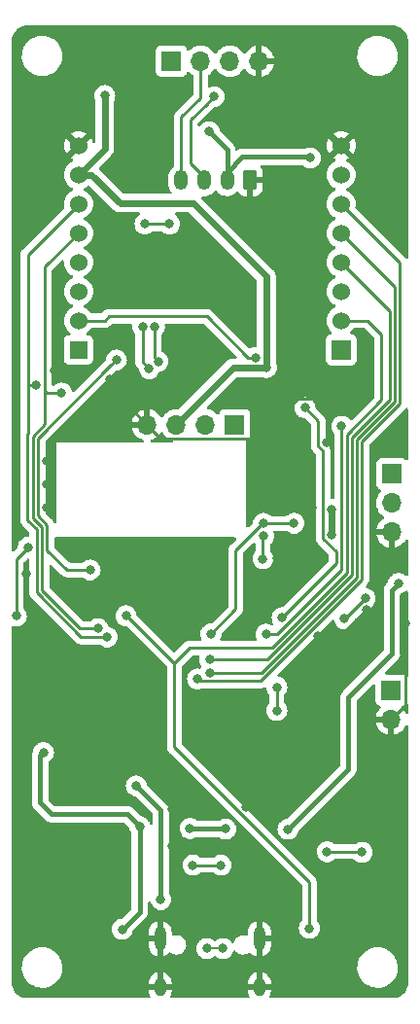
<source format=gbr>
%TF.GenerationSoftware,KiCad,Pcbnew,(6.0.1)*%
%TF.CreationDate,2022-08-04T18:09:42+02:00*%
%TF.ProjectId,Ganimede_Esp8266,47616e69-6d65-4646-955f-457370383236,rev?*%
%TF.SameCoordinates,Original*%
%TF.FileFunction,Copper,L2,Bot*%
%TF.FilePolarity,Positive*%
%FSLAX46Y46*%
G04 Gerber Fmt 4.6, Leading zero omitted, Abs format (unit mm)*
G04 Created by KiCad (PCBNEW (6.0.1)) date 2022-08-04 18:09:42*
%MOMM*%
%LPD*%
G01*
G04 APERTURE LIST*
G04 Aperture macros list*
%AMRoundRect*
0 Rectangle with rounded corners*
0 $1 Rounding radius*
0 $2 $3 $4 $5 $6 $7 $8 $9 X,Y pos of 4 corners*
0 Add a 4 corners polygon primitive as box body*
4,1,4,$2,$3,$4,$5,$6,$7,$8,$9,$2,$3,0*
0 Add four circle primitives for the rounded corners*
1,1,$1+$1,$2,$3*
1,1,$1+$1,$4,$5*
1,1,$1+$1,$6,$7*
1,1,$1+$1,$8,$9*
0 Add four rect primitives between the rounded corners*
20,1,$1+$1,$2,$3,$4,$5,0*
20,1,$1+$1,$4,$5,$6,$7,0*
20,1,$1+$1,$6,$7,$8,$9,0*
20,1,$1+$1,$8,$9,$2,$3,0*%
G04 Aperture macros list end*
%TA.AperFunction,ComponentPad*%
%ADD10R,1.700000X1.700000*%
%TD*%
%TA.AperFunction,ComponentPad*%
%ADD11O,1.700000X1.700000*%
%TD*%
%TA.AperFunction,ComponentPad*%
%ADD12O,1.000000X2.100000*%
%TD*%
%TA.AperFunction,ComponentPad*%
%ADD13O,1.000000X1.600000*%
%TD*%
%TA.AperFunction,ComponentPad*%
%ADD14RoundRect,0.250000X0.350000X0.625000X-0.350000X0.625000X-0.350000X-0.625000X0.350000X-0.625000X0*%
%TD*%
%TA.AperFunction,ComponentPad*%
%ADD15O,1.200000X1.750000*%
%TD*%
%TA.AperFunction,ComponentPad*%
%ADD16R,1.676400X1.676400*%
%TD*%
%TA.AperFunction,ComponentPad*%
%ADD17C,1.524000*%
%TD*%
%TA.AperFunction,ComponentPad*%
%ADD18R,1.524000X1.524000*%
%TD*%
%TA.AperFunction,ViaPad*%
%ADD19C,0.800000*%
%TD*%
%TA.AperFunction,Conductor*%
%ADD20C,0.400000*%
%TD*%
%TA.AperFunction,Conductor*%
%ADD21C,0.250000*%
%TD*%
%TA.AperFunction,Conductor*%
%ADD22C,0.600000*%
%TD*%
%TA.AperFunction,Conductor*%
%ADD23C,0.200000*%
%TD*%
G04 APERTURE END LIST*
D10*
%TO.P,CN5,1,Pin_1*%
%TO.N,/5V*%
X160578800Y-104749600D03*
D11*
%TO.P,CN5,2,Pin_2*%
%TO.N,GND*%
X160578800Y-107289600D03*
%TD*%
D12*
%TO.P,CN1,S1,SHIELD*%
%TO.N,GND*%
X140460000Y-126410000D03*
X149100000Y-126410000D03*
D13*
X140460000Y-130590000D03*
X149100000Y-130590000D03*
%TD*%
D14*
%TO.P,CN3,1,Pin_1*%
%TO.N,GND*%
X148288000Y-60362000D03*
D15*
%TO.P,CN3,2,Pin_2*%
%TO.N,/3V3*%
X146288000Y-60362000D03*
%TO.P,CN3,3,Pin_3*%
%TO.N,/GPIO4{slash}SDA*%
X144288000Y-60362000D03*
%TO.P,CN3,4,Pin_4*%
%TO.N,/GPIO5{slash}SCL*%
X142288000Y-60362000D03*
%TD*%
D16*
%TO.P,CN2,P1,AN*%
%TO.N,/ADC*%
X156210000Y-75120500D03*
D17*
%TO.P,CN2,P2,RST*%
%TO.N,/GPIO16*%
X156210000Y-72580500D03*
%TO.P,CN2,P3,CS*%
%TO.N,/GPIO15{slash}CS*%
X156210000Y-70040500D03*
%TO.P,CN2,P4,SCK*%
%TO.N,/GPIO14{slash}SCK*%
X156210000Y-67500500D03*
%TO.P,CN2,P5,MISO*%
%TO.N,/GPIO12{slash}MISO*%
X156210000Y-64960500D03*
%TO.P,CN2,P6,MOSI*%
%TO.N,/GPIO13{slash}MOSI*%
X156210000Y-62420500D03*
%TO.P,CN2,P7,3V3*%
%TO.N,/3V3*%
X156210000Y-59880500D03*
%TO.P,CN2,P8,GND1*%
%TO.N,GND*%
X156210000Y-57340500D03*
%TO.P,CN2,P9,GND2*%
X133350000Y-57340500D03*
%TO.P,CN2,P10,5V*%
%TO.N,/5V*%
X133350000Y-59880500D03*
%TO.P,CN2,P11,SDA*%
%TO.N,/GPIO4{slash}SDA*%
X133350000Y-62420500D03*
%TO.P,CN2,P12,SCL*%
%TO.N,/GPIO5{slash}SCL*%
X133350000Y-64960500D03*
%TO.P,CN2,P13,TX*%
%TO.N,/GPIO1{slash}TX0*%
X133350000Y-67500500D03*
%TO.P,CN2,P14,RX*%
%TO.N,/GPIO3{slash}RX0*%
X133350000Y-70040500D03*
%TO.P,CN2,P15,INT*%
%TO.N,/GPIO0{slash}FLASH*%
X133350000Y-72580500D03*
D18*
%TO.P,CN2,P16,PWM*%
%TO.N,/GPIO2*%
X133350000Y-75120500D03*
%TD*%
D10*
%TO.P,CN7,1,Pin_1*%
%TO.N,/GPIO4{slash}SDA*%
X141437200Y-49987200D03*
D11*
%TO.P,CN7,2,Pin_2*%
%TO.N,/GPIO5{slash}SCL*%
X143977200Y-49987200D03*
%TO.P,CN7,3,Pin_3*%
%TO.N,/5V*%
X146517200Y-49987200D03*
%TO.P,CN7,4,Pin_4*%
%TO.N,GND*%
X149057200Y-49987200D03*
%TD*%
D10*
%TO.P,CN4,1,Pin_1*%
%TO.N,/5V*%
X160629600Y-85917800D03*
D11*
%TO.P,CN4,2,Pin_2*%
%TO.N,/GPIO2*%
X160629600Y-88457800D03*
%TO.P,CN4,3,Pin_3*%
%TO.N,GND*%
X160629600Y-90997800D03*
%TD*%
D10*
%TO.P,CN6,1,Pin_1*%
%TO.N,/GPIO4{slash}SDA*%
X146954400Y-81635600D03*
D11*
%TO.P,CN6,2,Pin_2*%
%TO.N,/GPIO5{slash}SCL*%
X144414400Y-81635600D03*
%TO.P,CN6,3,Pin_3*%
%TO.N,/5V*%
X141874400Y-81635600D03*
%TO.P,CN6,4,Pin_4*%
%TO.N,GND*%
X139334400Y-81635600D03*
%TD*%
D19*
%TO.N,/3V3*%
X153517600Y-58420000D03*
X138684000Y-116636800D03*
X137160000Y-125577600D03*
X144729200Y-56134000D03*
X146151600Y-116840000D03*
X151587200Y-116865400D03*
X130302000Y-110185200D03*
X161213800Y-95453200D03*
X143052800Y-116789200D03*
%TO.N,GND*%
X132715000Y-125095000D03*
X152400000Y-88265000D03*
X149860000Y-97155000D03*
X161798000Y-98958400D03*
X147955000Y-120650000D03*
X134620000Y-96520000D03*
X154178000Y-100076000D03*
X154940000Y-80645000D03*
X153035000Y-91440000D03*
X147320000Y-71120000D03*
X143510000Y-105410000D03*
X153670000Y-88900000D03*
X130048000Y-104648000D03*
X137160000Y-93980000D03*
X158750000Y-125095000D03*
X156845000Y-125095000D03*
X139065000Y-105410000D03*
X136063501Y-77702899D03*
X154940000Y-105410000D03*
X144780000Y-68580000D03*
X152400000Y-82296000D03*
X144780000Y-95250000D03*
X131216400Y-76948700D03*
X160020000Y-53340000D03*
X132715000Y-127000000D03*
X161290000Y-116840000D03*
X151130000Y-96520000D03*
X142240000Y-71120000D03*
X157708600Y-79375000D03*
X149225000Y-119380000D03*
X154940000Y-83185000D03*
X159385000Y-94615000D03*
X139065000Y-109855000D03*
X158826200Y-95631000D03*
X135890000Y-73660000D03*
X149225000Y-115570000D03*
X131419600Y-71272400D03*
X149352000Y-87884000D03*
X157886400Y-113639600D03*
X154940000Y-49530000D03*
X152400000Y-73914000D03*
X149352000Y-86360000D03*
X141528800Y-115138200D03*
X141478000Y-118364000D03*
X154940000Y-107315000D03*
X151638000Y-110185200D03*
X148336000Y-110185200D03*
X161290000Y-115570000D03*
X152400000Y-95250000D03*
X156845000Y-127000000D03*
X153035000Y-92710000D03*
X152400000Y-86360000D03*
X140970000Y-111125000D03*
X130556000Y-88900000D03*
X144145000Y-109855000D03*
X137795000Y-73660000D03*
X130556000Y-84836000D03*
X161290000Y-114300000D03*
X139700000Y-68580000D03*
X158445200Y-97764600D03*
X130556000Y-86868000D03*
X150647400Y-93294200D03*
X139700000Y-96520000D03*
X128828800Y-94640400D03*
X129540000Y-53340000D03*
X130810000Y-125095000D03*
X147955000Y-114935000D03*
X152400000Y-84328000D03*
X142240000Y-93980000D03*
X147955000Y-118110000D03*
X130048000Y-101092000D03*
X142875000Y-97155000D03*
X149352000Y-84836000D03*
%TO.N,/5V*%
X155371800Y-91236800D03*
X155371800Y-89001600D03*
X149707600Y-76657200D03*
X135636000Y-52984400D03*
X138379200Y-113080800D03*
X140512800Y-122986800D03*
%TO.N,Net-(C9-Pad1)*%
X158314500Y-96773682D03*
X156515500Y-98552000D03*
%TO.N,/D_P*%
X145925011Y-127254000D03*
X144526000Y-127254000D03*
%TO.N,Net-(CN1-PadB5)*%
X145745200Y-119989600D03*
X143306800Y-119989600D03*
%TO.N,/GPIO15{slash}CS*%
X156260800Y-81788000D03*
X149682200Y-99886100D03*
%TO.N,/GPIO12{slash}MISO*%
X144780000Y-103225600D03*
%TO.N,/GPIO13{slash}MOSI*%
X143713200Y-103784400D03*
%TO.N,/GPIO1{slash}TX0*%
X140277280Y-76134416D03*
X139954000Y-73152000D03*
%TO.N,/GPIO3{slash}RX0*%
X139496800Y-76758800D03*
X149453600Y-91338400D03*
X138938000Y-73101200D03*
X149402800Y-93319600D03*
%TO.N,/GPIO16*%
X153441400Y-125501400D03*
X137490200Y-98272600D03*
%TO.N,/ADC_IN*%
X134366000Y-94284800D03*
X136652000Y-75996800D03*
%TO.N,/GPIO0{slash}FLASH*%
X154990800Y-118821200D03*
X158038800Y-118872000D03*
X148742400Y-75793600D03*
X151074901Y-98446101D03*
X153075300Y-80162400D03*
X150622000Y-104485499D03*
X150622000Y-106527600D03*
%TO.N,/RST*%
X127927700Y-98298000D03*
X128981200Y-92303600D03*
%TO.N,/GPIO14{slash}SCK*%
X144780000Y-102108000D03*
%TO.N,/GPIO4{slash}SDA*%
X129679100Y-78181200D03*
X145135600Y-53086000D03*
X135839200Y-100126800D03*
%TO.N,/GPIO5{slash}SCL*%
X131876800Y-78892400D03*
X141274800Y-64160400D03*
X139141200Y-64160400D03*
X135045988Y-99402300D03*
%TO.N,/GPIO2*%
X149453600Y-90220800D03*
X144881600Y-99847400D03*
X152120600Y-90220800D03*
%TD*%
D20*
%TO.N,/3V3*%
X160641711Y-101600969D02*
X156845000Y-105397680D01*
X153517600Y-58420000D02*
X153416000Y-58318400D01*
X160641711Y-96025289D02*
X160641711Y-101600969D01*
X156845000Y-111607600D02*
X151587200Y-116865400D01*
X147624800Y-58318400D02*
X146288000Y-59655200D01*
X146151600Y-116840000D02*
X143103600Y-116840000D01*
X129997200Y-110490000D02*
X129997200Y-113182400D01*
X137160000Y-125577600D02*
X138684000Y-124053600D01*
X146288000Y-59655200D02*
X146288000Y-60362000D01*
X156845000Y-105397680D02*
X156845000Y-111607600D01*
X143103600Y-116840000D02*
X143052800Y-116789200D01*
X129997200Y-114554000D02*
X130302000Y-114858800D01*
X146288000Y-57692800D02*
X146288000Y-60362000D01*
X129997200Y-113182400D02*
X129997200Y-114554000D01*
X137617200Y-115570000D02*
X138684000Y-116636800D01*
X153416000Y-58318400D02*
X147624800Y-58318400D01*
X161213800Y-95453200D02*
X160641711Y-96025289D01*
X134315200Y-115570000D02*
X137617200Y-115570000D01*
X130302000Y-114858800D02*
X131013200Y-115570000D01*
X138684000Y-124053600D02*
X138684000Y-116636800D01*
X131013200Y-115570000D02*
X134315200Y-115570000D01*
X130302000Y-110185200D02*
X129997200Y-110490000D01*
X144729200Y-56134000D02*
X146288000Y-57692800D01*
D21*
%TO.N,GND*%
X152400000Y-79400400D02*
X157683200Y-79400400D01*
X141478000Y-118364000D02*
X141478000Y-115189000D01*
X141478000Y-115189000D02*
X141528800Y-115138200D01*
X148990289Y-82810111D02*
X152400000Y-79400400D01*
X158445200Y-97764600D02*
X156133800Y-100076000D01*
X157683200Y-79400400D02*
X157708600Y-79375000D01*
X156133800Y-100076000D02*
X154178000Y-100076000D01*
X131216400Y-71475600D02*
X131419600Y-71272400D01*
X160578800Y-112268000D02*
X160578800Y-107289600D01*
X157886400Y-113639600D02*
X159207200Y-113639600D01*
X131216400Y-76948700D02*
X131216400Y-71475600D01*
X136063501Y-78364701D02*
X136063501Y-77702899D01*
X152400000Y-73914000D02*
X152400000Y-79400400D01*
X159207200Y-113639600D02*
X160578800Y-112268000D01*
X139334400Y-81635600D02*
X140508911Y-82810111D01*
X151638000Y-110185200D02*
X148336000Y-110185200D01*
X160578800Y-107289600D02*
X161798000Y-106070400D01*
X140508911Y-82810111D02*
X148990289Y-82810111D01*
X139334400Y-81635600D02*
X136063501Y-78364701D01*
X161798000Y-106070400D02*
X161798000Y-98958400D01*
D20*
%TO.N,/5V*%
X140512800Y-115214400D02*
X138379200Y-113080800D01*
X140512800Y-122986800D02*
X140512800Y-115214400D01*
D22*
X143332200Y-62357000D02*
X136982200Y-62357000D01*
X149707600Y-68732400D02*
X143332200Y-62357000D01*
X141874400Y-81635600D02*
X146816889Y-76693111D01*
X149707600Y-76657200D02*
X149707600Y-68732400D01*
X149047200Y-76657200D02*
X149707600Y-76657200D01*
X135636000Y-52984400D02*
X135636000Y-57594500D01*
X134505700Y-59880500D02*
X133350000Y-59880500D01*
X146816889Y-76693111D02*
X149047200Y-76693111D01*
X155371800Y-91236800D02*
X155371800Y-89001600D01*
X136982200Y-62357000D02*
X134505700Y-59880500D01*
X135636000Y-57594500D02*
X133350000Y-59880500D01*
D21*
%TO.N,Net-(C9-Pad1)*%
X156536182Y-98552000D02*
X158314500Y-96773682D01*
X156515500Y-98552000D02*
X156536182Y-98552000D01*
D23*
%TO.N,/D_P*%
X144526000Y-127254000D02*
X145925011Y-127254000D01*
D21*
%TO.N,Net-(CN1-PadB5)*%
X145745200Y-119989600D02*
X143306800Y-119989600D01*
%TO.N,/GPIO15{slash}CS*%
X150659500Y-99886100D02*
X156250760Y-94294840D01*
X156250760Y-94294840D02*
X156250760Y-82565360D01*
X156250760Y-82565360D02*
X156250760Y-81798040D01*
X149682200Y-99886100D02*
X150659500Y-99886100D01*
X156250760Y-81798040D02*
X156260800Y-81788000D01*
%TO.N,/GPIO12{slash}MISO*%
X160889231Y-79632700D02*
X160889231Y-69639731D01*
X149300482Y-103225600D02*
X157599320Y-94926761D01*
X157599320Y-94926761D02*
X157599320Y-82922612D01*
X157599320Y-82922612D02*
X160889231Y-79632700D01*
X144780000Y-103225600D02*
X149300482Y-103225600D01*
X160889231Y-69639731D02*
X156210000Y-64960500D01*
%TO.N,/GPIO13{slash}MOSI*%
X158048840Y-95112958D02*
X158048840Y-83108810D01*
X143713200Y-103784400D02*
X143878911Y-103950111D01*
X158048840Y-83108810D02*
X161338751Y-79818897D01*
X143878911Y-103950111D02*
X149211689Y-103950111D01*
X161338751Y-79818897D02*
X161338751Y-67549251D01*
X161338751Y-67549251D02*
X156210000Y-62420500D01*
X149211689Y-103950111D02*
X158048840Y-95112958D01*
%TO.N,/GPIO1{slash}TX0*%
X140277280Y-76134416D02*
X139954000Y-75811136D01*
X139954000Y-75811136D02*
X139954000Y-73152000D01*
%TO.N,/GPIO3{slash}RX0*%
X149453600Y-91338400D02*
X149387500Y-91404500D01*
X138938000Y-73101200D02*
X138938000Y-76200000D01*
X138938000Y-76200000D02*
X139496800Y-76758800D01*
X149387500Y-91404500D02*
X149387500Y-93304300D01*
X149387500Y-93304300D02*
X149402800Y-93319600D01*
%TO.N,/GPIO16*%
X143027400Y-101066600D02*
X150188046Y-101066600D01*
X141681200Y-102412800D02*
X141681200Y-109685814D01*
X150188046Y-101066600D02*
X156700280Y-94554366D01*
X156700280Y-94554366D02*
X156700280Y-82542320D01*
X137541000Y-98272600D02*
X141681200Y-102412800D01*
X153441400Y-121446014D02*
X153441400Y-125501400D01*
X137490200Y-98272600D02*
X137541000Y-98272600D01*
X159740600Y-73812400D02*
X158508700Y-72580500D01*
X159740600Y-79502000D02*
X159740600Y-73812400D01*
X156700280Y-82542320D02*
X159740600Y-79502000D01*
X141681200Y-109685814D02*
X153441400Y-121446014D01*
X158508700Y-72580500D02*
X156210000Y-72580500D01*
X141681200Y-102412800D02*
X143027400Y-101066600D01*
%TO.N,/ADC_IN*%
X136196235Y-76454000D02*
X129819400Y-82830835D01*
X136196235Y-76452565D02*
X136196235Y-76454000D01*
X129819400Y-82830835D02*
X129819400Y-89575751D01*
X130604751Y-92555551D02*
X132334000Y-94284800D01*
X130604751Y-90361102D02*
X130604751Y-92555551D01*
X132334000Y-94284800D02*
X134366000Y-94284800D01*
X129819400Y-89575751D02*
X130604751Y-90361102D01*
X136652000Y-75996800D02*
X136196235Y-76452565D01*
%TO.N,/GPIO0{slash}FLASH*%
X154990800Y-118821200D02*
X157988000Y-118821200D01*
X154215489Y-83485103D02*
X154647289Y-83916903D01*
X150622000Y-104485499D02*
X150622000Y-106527600D01*
X154647289Y-91536903D02*
X155801240Y-92690854D01*
X154647289Y-83916903D02*
X154647289Y-91536903D01*
X148132800Y-75793600D02*
X144551400Y-72212200D01*
X144551400Y-72212200D02*
X135991600Y-72212200D01*
X154215489Y-81302589D02*
X154215489Y-83485103D01*
X148742400Y-75793600D02*
X148132800Y-75793600D01*
X155801240Y-92690854D02*
X155801240Y-93719762D01*
X157988000Y-118821200D02*
X158038800Y-118872000D01*
X135623300Y-72580500D02*
X133350000Y-72580500D01*
X155801240Y-93719762D02*
X151074901Y-98446101D01*
X135991600Y-72212200D02*
X135623300Y-72580500D01*
X153075300Y-80162400D02*
X154215489Y-81302589D01*
%TO.N,/RST*%
X127927700Y-98298000D02*
X127927700Y-93357100D01*
X127927700Y-93357100D02*
X128981200Y-92303600D01*
%TO.N,/GPIO14{slash}SCK*%
X160439711Y-71730211D02*
X156210000Y-67500500D01*
X157149800Y-82736414D02*
X160439711Y-79446503D01*
X160439711Y-79446503D02*
X160439711Y-71730211D01*
X144780000Y-102108000D02*
X149782364Y-102108000D01*
X149782364Y-102108000D02*
X157149800Y-94740564D01*
X157149800Y-94740564D02*
X157149800Y-82736414D01*
%TO.N,/GPIO4{slash}SDA*%
X128930400Y-82448400D02*
X128920360Y-82458441D01*
X144004689Y-59829089D02*
X143103600Y-58928000D01*
X133577882Y-100126800D02*
X135839200Y-100126800D01*
X128930400Y-66840100D02*
X128930400Y-78232000D01*
X144004689Y-60078689D02*
X144004689Y-59829089D01*
X143103600Y-55118000D02*
X144526000Y-53695600D01*
X143103600Y-58928000D02*
X143103600Y-55118000D01*
X133350000Y-62420500D02*
X128930400Y-66840100D01*
X129705711Y-96254629D02*
X133577882Y-100126800D01*
X144526000Y-53695600D02*
X145135600Y-53086000D01*
X129628300Y-78232000D02*
X128930400Y-78232000D01*
X128920360Y-89948145D02*
X129705711Y-90733497D01*
X129705711Y-90733497D02*
X129705711Y-96254629D01*
X128930400Y-79654400D02*
X128930400Y-82448400D01*
X128920360Y-82458441D02*
X128920360Y-89948145D01*
X129679100Y-78181200D02*
X129628300Y-78232000D01*
X128930400Y-78232000D02*
X128930400Y-79654400D01*
X144288000Y-60362000D02*
X144004689Y-60078689D01*
%TO.N,/GPIO5{slash}SCL*%
X129369880Y-89761948D02*
X129369880Y-82644638D01*
X142288000Y-54866800D02*
X143977200Y-53177600D01*
X133477000Y-99390200D02*
X130155231Y-96068431D01*
X139141200Y-64160400D02*
X141274800Y-64160400D01*
X130556000Y-78892400D02*
X130403600Y-78740000D01*
X130155231Y-96068431D02*
X130155231Y-90547300D01*
X129369880Y-82644638D02*
X130403600Y-81610918D01*
X133743100Y-99402300D02*
X133731000Y-99390200D01*
X143977200Y-53177600D02*
X143977200Y-49987200D01*
X131876800Y-78892400D02*
X130556000Y-78892400D01*
X142288000Y-60362000D02*
X142288000Y-54866800D01*
X130403600Y-81610918D02*
X130403600Y-78740000D01*
X130403600Y-67906900D02*
X133350000Y-64960500D01*
X133731000Y-99390200D02*
X133477000Y-99390200D01*
X130403600Y-78740000D02*
X130403600Y-67906900D01*
X135045988Y-99402300D02*
X133743100Y-99402300D01*
X130155231Y-90547300D02*
X129369880Y-89761948D01*
%TO.N,/GPIO2*%
X149377400Y-90220800D02*
X149453600Y-90220800D01*
X149453600Y-90220800D02*
X152120600Y-90220800D01*
X147040600Y-92557600D02*
X149377400Y-90220800D01*
X147040600Y-97688400D02*
X147040600Y-92557600D01*
X144881600Y-99847400D02*
X147040600Y-97688400D01*
%TD*%
%TA.AperFunction,Conductor*%
%TO.N,GND*%
G36*
X161966303Y-80183653D02*
G01*
X162024447Y-80224394D01*
X162051335Y-80290102D01*
X162052000Y-80303033D01*
X162052000Y-84611287D01*
X162031998Y-84679408D01*
X161978342Y-84725901D01*
X161908068Y-84736005D01*
X161844782Y-84707102D01*
X161842861Y-84704539D01*
X161726305Y-84617185D01*
X161589916Y-84566055D01*
X161527734Y-84559300D01*
X159731466Y-84559300D01*
X159669284Y-84566055D01*
X159532895Y-84617185D01*
X159416339Y-84704539D01*
X159328985Y-84821095D01*
X159277855Y-84957484D01*
X159271100Y-85019666D01*
X159271100Y-86815934D01*
X159277855Y-86878116D01*
X159328985Y-87014505D01*
X159416339Y-87131061D01*
X159532895Y-87218415D01*
X159541304Y-87221567D01*
X159541305Y-87221568D01*
X159650051Y-87262335D01*
X159706816Y-87304976D01*
X159731516Y-87371538D01*
X159716309Y-87440887D01*
X159696916Y-87467368D01*
X159570229Y-87599938D01*
X159444343Y-87784480D01*
X159417085Y-87843203D01*
X159358405Y-87969619D01*
X159350288Y-87987105D01*
X159290589Y-88202370D01*
X159266851Y-88424495D01*
X159279710Y-88647515D01*
X159280847Y-88652561D01*
X159280848Y-88652567D01*
X159301875Y-88745869D01*
X159328822Y-88865439D01*
X159412866Y-89072416D01*
X159447876Y-89129547D01*
X159482087Y-89185374D01*
X159529587Y-89262888D01*
X159675850Y-89431738D01*
X159847726Y-89574432D01*
X159869747Y-89587300D01*
X159921555Y-89617574D01*
X159970279Y-89669212D01*
X159983350Y-89738995D01*
X159956619Y-89804767D01*
X159916162Y-89838127D01*
X159908057Y-89842346D01*
X159899338Y-89847836D01*
X159729033Y-89975705D01*
X159721326Y-89982548D01*
X159574190Y-90136517D01*
X159567704Y-90144527D01*
X159447698Y-90320449D01*
X159442600Y-90329423D01*
X159352938Y-90522583D01*
X159349375Y-90532270D01*
X159293989Y-90731983D01*
X159295512Y-90740407D01*
X159307892Y-90743800D01*
X160757600Y-90743800D01*
X160825721Y-90763802D01*
X160872214Y-90817458D01*
X160883600Y-90869800D01*
X160883600Y-92316317D01*
X160887664Y-92330159D01*
X160901078Y-92332193D01*
X160907784Y-92331334D01*
X160917862Y-92329192D01*
X161121855Y-92267991D01*
X161131442Y-92264233D01*
X161322695Y-92170539D01*
X161331545Y-92165264D01*
X161504928Y-92041592D01*
X161512800Y-92034939D01*
X161663652Y-91884612D01*
X161670330Y-91876765D01*
X161794603Y-91703820D01*
X161799913Y-91694983D01*
X161813043Y-91668417D01*
X161861157Y-91616210D01*
X161929858Y-91598303D01*
X161997334Y-91620381D01*
X162042163Y-91675435D01*
X162052000Y-91724244D01*
X162052000Y-94698144D01*
X162031998Y-94766265D01*
X161978342Y-94812758D01*
X161908068Y-94822862D01*
X161843488Y-94793368D01*
X161832374Y-94782465D01*
X161825053Y-94774334D01*
X161699749Y-94683295D01*
X161675894Y-94665963D01*
X161675893Y-94665962D01*
X161670552Y-94662082D01*
X161664524Y-94659398D01*
X161664522Y-94659397D01*
X161502119Y-94587091D01*
X161502118Y-94587091D01*
X161496088Y-94584406D01*
X161402688Y-94564553D01*
X161315744Y-94546072D01*
X161315739Y-94546072D01*
X161309287Y-94544700D01*
X161118313Y-94544700D01*
X161111861Y-94546072D01*
X161111856Y-94546072D01*
X161024912Y-94564553D01*
X160931512Y-94584406D01*
X160925482Y-94587091D01*
X160925481Y-94587091D01*
X160763078Y-94659397D01*
X160763076Y-94659398D01*
X160757048Y-94662082D01*
X160751707Y-94665962D01*
X160751706Y-94665963D01*
X160727851Y-94683295D01*
X160602547Y-94774334D01*
X160598126Y-94779244D01*
X160598125Y-94779245D01*
X160506984Y-94880468D01*
X160474760Y-94916256D01*
X160462032Y-94938302D01*
X160384820Y-95072037D01*
X160379273Y-95081644D01*
X160320258Y-95263272D01*
X160319568Y-95269837D01*
X160315350Y-95309970D01*
X160288337Y-95375627D01*
X160279135Y-95385895D01*
X160161191Y-95503839D01*
X160154926Y-95509693D01*
X160111326Y-95547728D01*
X160106959Y-95553942D01*
X160074583Y-95600008D01*
X160070650Y-95605303D01*
X160031235Y-95655571D01*
X160028112Y-95662487D01*
X160026728Y-95664773D01*
X160018354Y-95679454D01*
X160017089Y-95681814D01*
X160012721Y-95688028D01*
X160009961Y-95695107D01*
X160009960Y-95695109D01*
X159989509Y-95747564D01*
X159986958Y-95753633D01*
X159960666Y-95811862D01*
X159959282Y-95819329D01*
X159958481Y-95821884D01*
X159953852Y-95838137D01*
X159953189Y-95840717D01*
X159950429Y-95847798D01*
X159942560Y-95907573D01*
X159942090Y-95911141D01*
X159941059Y-95917648D01*
X159929415Y-95980475D01*
X159929852Y-95988055D01*
X159929852Y-95988056D01*
X159933002Y-96042681D01*
X159933211Y-96049935D01*
X159933211Y-101255309D01*
X159913209Y-101323430D01*
X159896306Y-101344404D01*
X156364480Y-104876230D01*
X156358215Y-104882084D01*
X156314615Y-104920119D01*
X156310248Y-104926333D01*
X156277872Y-104972399D01*
X156273939Y-104977694D01*
X156234524Y-105027962D01*
X156231401Y-105034878D01*
X156230017Y-105037164D01*
X156221643Y-105051845D01*
X156220378Y-105054205D01*
X156216010Y-105060419D01*
X156213250Y-105067498D01*
X156213249Y-105067500D01*
X156192798Y-105119955D01*
X156190247Y-105126024D01*
X156163955Y-105184253D01*
X156162571Y-105191720D01*
X156161770Y-105194275D01*
X156157141Y-105210528D01*
X156156478Y-105213108D01*
X156153718Y-105220189D01*
X156152727Y-105227720D01*
X156152726Y-105227722D01*
X156145379Y-105283532D01*
X156144348Y-105290039D01*
X156132704Y-105352866D01*
X156133141Y-105360446D01*
X156133141Y-105360447D01*
X156136291Y-105415072D01*
X156136500Y-105422326D01*
X156136500Y-111261940D01*
X156116498Y-111330061D01*
X156099595Y-111351035D01*
X151520667Y-115929963D01*
X151457769Y-115964115D01*
X151304912Y-115996606D01*
X151298882Y-115999291D01*
X151298881Y-115999291D01*
X151136478Y-116071597D01*
X151136476Y-116071598D01*
X151130448Y-116074282D01*
X151125107Y-116078162D01*
X151125106Y-116078163D01*
X151094520Y-116100385D01*
X150975947Y-116186534D01*
X150971526Y-116191444D01*
X150971525Y-116191445D01*
X150889723Y-116282296D01*
X150848160Y-116328456D01*
X150844859Y-116334174D01*
X150769994Y-116463844D01*
X150752673Y-116493844D01*
X150693658Y-116675472D01*
X150692968Y-116682033D01*
X150692968Y-116682035D01*
X150677761Y-116826728D01*
X150673696Y-116865400D01*
X150674386Y-116871965D01*
X150690299Y-117023365D01*
X150693658Y-117055328D01*
X150752673Y-117236956D01*
X150848160Y-117402344D01*
X150852578Y-117407251D01*
X150852579Y-117407252D01*
X150948655Y-117513955D01*
X150975947Y-117544266D01*
X151020228Y-117576438D01*
X151099184Y-117633803D01*
X151130448Y-117656518D01*
X151136476Y-117659202D01*
X151136478Y-117659203D01*
X151247862Y-117708794D01*
X151304912Y-117734194D01*
X151398312Y-117754047D01*
X151485256Y-117772528D01*
X151485261Y-117772528D01*
X151491713Y-117773900D01*
X151682687Y-117773900D01*
X151689139Y-117772528D01*
X151689144Y-117772528D01*
X151776088Y-117754047D01*
X151869488Y-117734194D01*
X151926538Y-117708794D01*
X152037922Y-117659203D01*
X152037924Y-117659202D01*
X152043952Y-117656518D01*
X152075217Y-117633803D01*
X152154172Y-117576438D01*
X152198453Y-117544266D01*
X152225745Y-117513955D01*
X152321821Y-117407252D01*
X152321822Y-117407251D01*
X152326240Y-117402344D01*
X152421727Y-117236956D01*
X152480742Y-117055328D01*
X152485650Y-117008630D01*
X152512663Y-116942973D01*
X152521865Y-116932705D01*
X157325520Y-112129050D01*
X157331785Y-112123196D01*
X157332238Y-112122801D01*
X157375385Y-112085161D01*
X157412129Y-112032880D01*
X157416061Y-112027586D01*
X157450791Y-111983293D01*
X157455476Y-111977318D01*
X157458599Y-111970402D01*
X157459983Y-111968116D01*
X157468357Y-111953435D01*
X157469622Y-111951075D01*
X157473990Y-111944861D01*
X157497203Y-111885323D01*
X157499759Y-111879242D01*
X157522918Y-111827952D01*
X157526045Y-111821027D01*
X157527430Y-111813554D01*
X157528234Y-111810988D01*
X157532855Y-111794765D01*
X157533520Y-111792173D01*
X157536282Y-111785091D01*
X157544622Y-111721739D01*
X157545654Y-111715223D01*
X157555911Y-111659881D01*
X157557295Y-111652414D01*
X157553709Y-111590220D01*
X157553500Y-111582967D01*
X157553500Y-107557566D01*
X159247057Y-107557566D01*
X159277365Y-107692046D01*
X159280445Y-107701875D01*
X159360570Y-107899203D01*
X159365213Y-107908394D01*
X159476494Y-108089988D01*
X159482577Y-108098299D01*
X159622013Y-108259267D01*
X159629380Y-108266483D01*
X159793234Y-108402516D01*
X159801681Y-108408431D01*
X159985556Y-108515879D01*
X159994842Y-108520329D01*
X160193801Y-108596303D01*
X160203699Y-108599179D01*
X160307050Y-108620206D01*
X160321099Y-108619010D01*
X160324800Y-108608665D01*
X160324800Y-107561715D01*
X160320325Y-107546476D01*
X160318935Y-107545271D01*
X160311252Y-107543600D01*
X159262025Y-107543600D01*
X159248494Y-107547573D01*
X159247057Y-107557566D01*
X157553500Y-107557566D01*
X157553500Y-105743340D01*
X157573502Y-105675219D01*
X157590405Y-105654245D01*
X159005205Y-104239445D01*
X159067517Y-104205419D01*
X159138332Y-104210484D01*
X159195168Y-104253031D01*
X159219979Y-104319551D01*
X159220300Y-104328540D01*
X159220300Y-105647734D01*
X159227055Y-105709916D01*
X159278185Y-105846305D01*
X159365539Y-105962861D01*
X159482095Y-106050215D01*
X159490504Y-106053367D01*
X159490505Y-106053368D01*
X159599760Y-106094326D01*
X159656525Y-106136967D01*
X159681225Y-106203529D01*
X159666018Y-106272878D01*
X159646625Y-106299359D01*
X159523390Y-106428317D01*
X159516904Y-106436327D01*
X159396898Y-106612249D01*
X159391800Y-106621223D01*
X159302138Y-106814383D01*
X159298575Y-106824070D01*
X159243189Y-107023783D01*
X159244712Y-107032207D01*
X159257092Y-107035600D01*
X160706800Y-107035600D01*
X160774921Y-107055602D01*
X160821414Y-107109258D01*
X160832800Y-107161600D01*
X160832800Y-108608117D01*
X160836864Y-108621959D01*
X160850278Y-108623993D01*
X160856984Y-108623134D01*
X160867062Y-108620992D01*
X161071055Y-108559791D01*
X161080642Y-108556033D01*
X161271895Y-108462339D01*
X161280745Y-108457064D01*
X161454128Y-108333392D01*
X161462000Y-108326739D01*
X161612852Y-108176412D01*
X161619530Y-108168565D01*
X161743803Y-107995620D01*
X161749113Y-107986783D01*
X161813043Y-107857432D01*
X161861157Y-107805225D01*
X161929858Y-107787318D01*
X161997335Y-107809397D01*
X162042163Y-107864451D01*
X162052000Y-107913259D01*
X162052000Y-130125672D01*
X162050500Y-130145056D01*
X162046814Y-130168730D01*
X162048454Y-130181270D01*
X162048650Y-130182767D01*
X162049325Y-130208989D01*
X162035579Y-130383654D01*
X162032486Y-130403181D01*
X161987057Y-130592408D01*
X161985941Y-130597055D01*
X161979833Y-130615854D01*
X161903529Y-130800067D01*
X161894555Y-130817678D01*
X161790374Y-130987685D01*
X161778759Y-131003673D01*
X161713055Y-131080603D01*
X161649268Y-131155288D01*
X161635290Y-131169266D01*
X161483673Y-131298759D01*
X161467685Y-131310374D01*
X161297678Y-131414555D01*
X161280067Y-131423529D01*
X161095854Y-131499833D01*
X161077059Y-131505940D01*
X160883182Y-131552486D01*
X160863653Y-131555579D01*
X160695987Y-131568774D01*
X160679119Y-131568133D01*
X160679117Y-131568305D01*
X160670141Y-131568195D01*
X160661270Y-131566814D01*
X160652368Y-131567978D01*
X160652365Y-131567978D01*
X160629749Y-131570936D01*
X160613411Y-131572000D01*
X150088452Y-131572000D01*
X150020331Y-131551998D01*
X149973838Y-131498342D01*
X149963734Y-131428068D01*
X149978038Y-131385299D01*
X150028002Y-131294415D01*
X150032834Y-131283142D01*
X150088880Y-131106462D01*
X150091430Y-131094468D01*
X150107607Y-130950239D01*
X150108000Y-130943215D01*
X150108000Y-130862115D01*
X150103525Y-130846876D01*
X150102135Y-130845671D01*
X150094452Y-130844000D01*
X148110115Y-130844000D01*
X148094876Y-130848475D01*
X148093671Y-130849865D01*
X148092000Y-130857548D01*
X148092000Y-130936657D01*
X148092301Y-130942805D01*
X148105812Y-131080603D01*
X148108195Y-131092638D01*
X148161767Y-131270076D01*
X148166441Y-131281416D01*
X148222499Y-131386847D01*
X148236818Y-131456385D01*
X148211270Y-131522625D01*
X148153965Y-131564538D01*
X148111247Y-131572000D01*
X141448452Y-131572000D01*
X141380331Y-131551998D01*
X141333838Y-131498342D01*
X141323734Y-131428068D01*
X141338038Y-131385299D01*
X141388002Y-131294415D01*
X141392834Y-131283142D01*
X141448880Y-131106462D01*
X141451430Y-131094468D01*
X141467607Y-130950239D01*
X141468000Y-130943215D01*
X141468000Y-130862115D01*
X141463525Y-130846876D01*
X141462135Y-130845671D01*
X141454452Y-130844000D01*
X139470115Y-130844000D01*
X139454876Y-130848475D01*
X139453671Y-130849865D01*
X139452000Y-130857548D01*
X139452000Y-130936657D01*
X139452301Y-130942805D01*
X139465812Y-131080603D01*
X139468195Y-131092638D01*
X139521767Y-131270076D01*
X139526441Y-131281416D01*
X139582499Y-131386847D01*
X139596818Y-131456385D01*
X139571270Y-131522625D01*
X139513965Y-131564538D01*
X139471247Y-131572000D01*
X128954328Y-131572000D01*
X128934943Y-131570500D01*
X128920142Y-131568195D01*
X128920139Y-131568195D01*
X128911270Y-131566814D01*
X128897231Y-131568650D01*
X128871011Y-131569325D01*
X128696346Y-131555579D01*
X128676818Y-131552486D01*
X128482941Y-131505940D01*
X128464146Y-131499833D01*
X128279933Y-131423529D01*
X128262322Y-131414555D01*
X128092315Y-131310374D01*
X128076327Y-131298759D01*
X127924710Y-131169266D01*
X127910732Y-131155288D01*
X127846945Y-131080603D01*
X127781241Y-131003673D01*
X127769626Y-130987685D01*
X127665445Y-130817678D01*
X127656471Y-130800067D01*
X127580167Y-130615854D01*
X127574059Y-130597055D01*
X127572944Y-130592408D01*
X127527514Y-130403181D01*
X127524421Y-130383653D01*
X127511226Y-130215987D01*
X127511867Y-130199119D01*
X127511695Y-130199117D01*
X127511805Y-130190141D01*
X127513186Y-130181270D01*
X127511715Y-130170016D01*
X127509064Y-130149749D01*
X127508000Y-130133411D01*
X127508000Y-129012655D01*
X128414858Y-129012655D01*
X128450104Y-129271638D01*
X128451412Y-129276124D01*
X128451412Y-129276126D01*
X128465745Y-129325299D01*
X128523243Y-129522567D01*
X128632668Y-129759928D01*
X128635231Y-129763837D01*
X128773410Y-129974596D01*
X128773414Y-129974601D01*
X128775976Y-129978509D01*
X128950018Y-130173506D01*
X129150970Y-130340637D01*
X129154973Y-130343066D01*
X129370422Y-130473804D01*
X129370426Y-130473806D01*
X129374419Y-130476229D01*
X129615455Y-130577303D01*
X129868783Y-130641641D01*
X129873434Y-130642109D01*
X129873438Y-130642110D01*
X130066308Y-130661531D01*
X130085867Y-130663500D01*
X130241354Y-130663500D01*
X130243679Y-130663327D01*
X130243685Y-130663327D01*
X130431000Y-130649407D01*
X130431004Y-130649406D01*
X130435652Y-130649061D01*
X130440200Y-130648032D01*
X130440206Y-130648031D01*
X130665484Y-130597055D01*
X130690577Y-130591377D01*
X130726769Y-130577303D01*
X130929824Y-130498340D01*
X130929827Y-130498339D01*
X130934177Y-130496647D01*
X131161098Y-130366951D01*
X131223338Y-130317885D01*
X139452000Y-130317885D01*
X139456475Y-130333124D01*
X139457865Y-130334329D01*
X139465548Y-130336000D01*
X140187885Y-130336000D01*
X140203124Y-130331525D01*
X140204329Y-130330135D01*
X140206000Y-130322452D01*
X140206000Y-130317885D01*
X140714000Y-130317885D01*
X140718475Y-130333124D01*
X140719865Y-130334329D01*
X140727548Y-130336000D01*
X141449885Y-130336000D01*
X141465124Y-130331525D01*
X141466329Y-130330135D01*
X141468000Y-130322452D01*
X141468000Y-130317885D01*
X148092000Y-130317885D01*
X148096475Y-130333124D01*
X148097865Y-130334329D01*
X148105548Y-130336000D01*
X148827885Y-130336000D01*
X148843124Y-130331525D01*
X148844329Y-130330135D01*
X148846000Y-130322452D01*
X148846000Y-130317885D01*
X149354000Y-130317885D01*
X149358475Y-130333124D01*
X149359865Y-130334329D01*
X149367548Y-130336000D01*
X150089885Y-130336000D01*
X150105124Y-130331525D01*
X150106329Y-130330135D01*
X150108000Y-130322452D01*
X150108000Y-130243343D01*
X150107699Y-130237195D01*
X150094188Y-130099397D01*
X150091805Y-130087362D01*
X150038233Y-129909924D01*
X150033559Y-129898584D01*
X149946540Y-129734923D01*
X149939751Y-129724706D01*
X149822603Y-129581067D01*
X149813959Y-129572363D01*
X149671144Y-129454216D01*
X149660973Y-129447356D01*
X149497924Y-129359196D01*
X149486619Y-129354444D01*
X149371308Y-129318750D01*
X149357205Y-129318544D01*
X149354000Y-129325299D01*
X149354000Y-130317885D01*
X148846000Y-130317885D01*
X148846000Y-129332076D01*
X148842027Y-129318545D01*
X148834232Y-129317425D01*
X148726479Y-129349138D01*
X148715111Y-129353731D01*
X148550846Y-129439607D01*
X148540585Y-129446321D01*
X148396127Y-129562468D01*
X148387368Y-129571046D01*
X148268222Y-129713039D01*
X148261292Y-129723159D01*
X148171998Y-129885585D01*
X148167166Y-129896858D01*
X148111120Y-130073538D01*
X148108570Y-130085532D01*
X148092393Y-130229761D01*
X148092000Y-130236785D01*
X148092000Y-130317885D01*
X141468000Y-130317885D01*
X141468000Y-130243343D01*
X141467699Y-130237195D01*
X141454188Y-130099397D01*
X141451805Y-130087362D01*
X141398233Y-129909924D01*
X141393559Y-129898584D01*
X141306540Y-129734923D01*
X141299751Y-129724706D01*
X141182603Y-129581067D01*
X141173959Y-129572363D01*
X141031144Y-129454216D01*
X141020973Y-129447356D01*
X140857924Y-129359196D01*
X140846619Y-129354444D01*
X140731308Y-129318750D01*
X140717205Y-129318544D01*
X140714000Y-129325299D01*
X140714000Y-130317885D01*
X140206000Y-130317885D01*
X140206000Y-129332076D01*
X140202027Y-129318545D01*
X140194232Y-129317425D01*
X140086479Y-129349138D01*
X140075111Y-129353731D01*
X139910846Y-129439607D01*
X139900585Y-129446321D01*
X139756127Y-129562468D01*
X139747368Y-129571046D01*
X139628222Y-129713039D01*
X139621292Y-129723159D01*
X139531998Y-129885585D01*
X139527166Y-129896858D01*
X139471120Y-130073538D01*
X139468570Y-130085532D01*
X139452393Y-130229761D01*
X139452000Y-130236785D01*
X139452000Y-130317885D01*
X131223338Y-130317885D01*
X131366357Y-130205138D01*
X131545443Y-130014763D01*
X131694424Y-129800009D01*
X131726521Y-129734923D01*
X131807960Y-129569781D01*
X131807961Y-129569778D01*
X131810025Y-129565593D01*
X131889707Y-129316665D01*
X131931721Y-129058693D01*
X131932324Y-129012655D01*
X157624858Y-129012655D01*
X157660104Y-129271638D01*
X157661412Y-129276124D01*
X157661412Y-129276126D01*
X157675745Y-129325299D01*
X157733243Y-129522567D01*
X157842668Y-129759928D01*
X157845231Y-129763837D01*
X157983410Y-129974596D01*
X157983414Y-129974601D01*
X157985976Y-129978509D01*
X158160018Y-130173506D01*
X158360970Y-130340637D01*
X158364973Y-130343066D01*
X158580422Y-130473804D01*
X158580426Y-130473806D01*
X158584419Y-130476229D01*
X158825455Y-130577303D01*
X159078783Y-130641641D01*
X159083434Y-130642109D01*
X159083438Y-130642110D01*
X159276308Y-130661531D01*
X159295867Y-130663500D01*
X159451354Y-130663500D01*
X159453679Y-130663327D01*
X159453685Y-130663327D01*
X159641000Y-130649407D01*
X159641004Y-130649406D01*
X159645652Y-130649061D01*
X159650200Y-130648032D01*
X159650206Y-130648031D01*
X159875484Y-130597055D01*
X159900577Y-130591377D01*
X159936769Y-130577303D01*
X160139824Y-130498340D01*
X160139827Y-130498339D01*
X160144177Y-130496647D01*
X160371098Y-130366951D01*
X160576357Y-130205138D01*
X160755443Y-130014763D01*
X160904424Y-129800009D01*
X160936521Y-129734923D01*
X161017960Y-129569781D01*
X161017961Y-129569778D01*
X161020025Y-129565593D01*
X161099707Y-129316665D01*
X161141721Y-129058693D01*
X161145142Y-128797345D01*
X161109896Y-128538362D01*
X161095473Y-128488877D01*
X161038068Y-128291932D01*
X161036757Y-128287433D01*
X160927332Y-128050072D01*
X160853034Y-127936749D01*
X160786590Y-127835404D01*
X160786586Y-127835399D01*
X160784024Y-127831491D01*
X160609982Y-127636494D01*
X160409030Y-127469363D01*
X160317770Y-127413985D01*
X160189578Y-127336196D01*
X160189574Y-127336194D01*
X160185581Y-127333771D01*
X159944545Y-127232697D01*
X159691217Y-127168359D01*
X159686566Y-127167891D01*
X159686562Y-127167890D01*
X159477271Y-127146816D01*
X159474133Y-127146500D01*
X159318646Y-127146500D01*
X159316321Y-127146673D01*
X159316315Y-127146673D01*
X159129000Y-127160593D01*
X159128996Y-127160594D01*
X159124348Y-127160939D01*
X159119800Y-127161968D01*
X159119794Y-127161969D01*
X158933399Y-127204147D01*
X158869423Y-127218623D01*
X158865071Y-127220315D01*
X158865069Y-127220316D01*
X158630176Y-127311660D01*
X158630173Y-127311661D01*
X158625823Y-127313353D01*
X158621769Y-127315670D01*
X158621767Y-127315671D01*
X158556207Y-127353142D01*
X158398902Y-127443049D01*
X158193643Y-127604862D01*
X158014557Y-127795237D01*
X157865576Y-128009991D01*
X157863510Y-128014181D01*
X157863508Y-128014184D01*
X157791044Y-128161128D01*
X157749975Y-128244407D01*
X157670293Y-128493335D01*
X157628279Y-128751307D01*
X157624858Y-129012655D01*
X131932324Y-129012655D01*
X131935142Y-128797345D01*
X131899896Y-128538362D01*
X131885473Y-128488877D01*
X131828068Y-128291932D01*
X131826757Y-128287433D01*
X131717332Y-128050072D01*
X131643034Y-127936749D01*
X131576590Y-127835404D01*
X131576586Y-127835399D01*
X131574024Y-127831491D01*
X131399982Y-127636494D01*
X131199030Y-127469363D01*
X131107770Y-127413985D01*
X130979578Y-127336196D01*
X130979574Y-127336194D01*
X130975581Y-127333771D01*
X130734545Y-127232697D01*
X130481217Y-127168359D01*
X130476566Y-127167891D01*
X130476562Y-127167890D01*
X130267271Y-127146816D01*
X130264133Y-127146500D01*
X130108646Y-127146500D01*
X130106321Y-127146673D01*
X130106315Y-127146673D01*
X129919000Y-127160593D01*
X129918996Y-127160594D01*
X129914348Y-127160939D01*
X129909800Y-127161968D01*
X129909794Y-127161969D01*
X129723399Y-127204147D01*
X129659423Y-127218623D01*
X129655071Y-127220315D01*
X129655069Y-127220316D01*
X129420176Y-127311660D01*
X129420173Y-127311661D01*
X129415823Y-127313353D01*
X129411769Y-127315670D01*
X129411767Y-127315671D01*
X129346207Y-127353142D01*
X129188902Y-127443049D01*
X128983643Y-127604862D01*
X128804557Y-127795237D01*
X128655576Y-128009991D01*
X128653510Y-128014181D01*
X128653508Y-128014184D01*
X128581044Y-128161128D01*
X128539975Y-128244407D01*
X128460293Y-128493335D01*
X128418279Y-128751307D01*
X128414858Y-129012655D01*
X127508000Y-129012655D01*
X127508000Y-127006657D01*
X139452000Y-127006657D01*
X139452301Y-127012805D01*
X139465812Y-127150603D01*
X139468195Y-127162638D01*
X139521767Y-127340076D01*
X139526441Y-127351416D01*
X139613460Y-127515077D01*
X139620249Y-127525294D01*
X139737397Y-127668933D01*
X139746041Y-127677637D01*
X139888856Y-127795784D01*
X139899027Y-127802644D01*
X140062076Y-127890804D01*
X140073381Y-127895556D01*
X140188692Y-127931250D01*
X140202795Y-127931456D01*
X140206000Y-127924701D01*
X140206000Y-127917924D01*
X140714000Y-127917924D01*
X140717973Y-127931455D01*
X140725768Y-127932575D01*
X140833521Y-127900862D01*
X140844889Y-127896269D01*
X141009154Y-127810393D01*
X141019415Y-127803679D01*
X141163873Y-127687532D01*
X141172632Y-127678954D01*
X141217000Y-127626079D01*
X141276110Y-127586752D01*
X141347098Y-127585626D01*
X141390048Y-127606972D01*
X141455678Y-127657150D01*
X141542372Y-127697576D01*
X141613631Y-127730805D01*
X141613634Y-127730806D01*
X141619808Y-127733685D01*
X141626456Y-127735171D01*
X141626459Y-127735172D01*
X141732421Y-127758857D01*
X141796543Y-127773190D01*
X141802088Y-127773500D01*
X141935244Y-127773500D01*
X142070037Y-127758857D01*
X142188190Y-127719094D01*
X142235204Y-127703272D01*
X142235206Y-127703271D01*
X142241675Y-127701094D01*
X142396905Y-127607823D01*
X142401862Y-127603135D01*
X142401865Y-127603133D01*
X142523527Y-127488082D01*
X142523529Y-127488080D01*
X142528485Y-127483393D01*
X142532317Y-127477755D01*
X142532320Y-127477751D01*
X142626442Y-127339255D01*
X142630277Y-127333612D01*
X142662119Y-127254000D01*
X143612496Y-127254000D01*
X143613186Y-127260565D01*
X143621457Y-127339255D01*
X143632458Y-127443928D01*
X143691473Y-127625556D01*
X143786960Y-127790944D01*
X143791378Y-127795851D01*
X143791379Y-127795852D01*
X143890949Y-127906436D01*
X143914747Y-127932866D01*
X144069248Y-128045118D01*
X144075276Y-128047802D01*
X144075278Y-128047803D01*
X144237681Y-128120109D01*
X144243712Y-128122794D01*
X144337113Y-128142647D01*
X144424056Y-128161128D01*
X144424061Y-128161128D01*
X144430513Y-128162500D01*
X144621487Y-128162500D01*
X144627939Y-128161128D01*
X144627944Y-128161128D01*
X144714887Y-128142647D01*
X144808288Y-128122794D01*
X144814319Y-128120109D01*
X144976722Y-128047803D01*
X144976724Y-128047802D01*
X144982752Y-128045118D01*
X145137253Y-127932866D01*
X145141355Y-127928310D01*
X145205206Y-127897670D01*
X145275659Y-127906436D01*
X145309602Y-127928250D01*
X145313758Y-127932866D01*
X145468259Y-128045118D01*
X145474287Y-128047802D01*
X145474289Y-128047803D01*
X145636692Y-128120109D01*
X145642723Y-128122794D01*
X145736124Y-128142647D01*
X145823067Y-128161128D01*
X145823072Y-128161128D01*
X145829524Y-128162500D01*
X146020498Y-128162500D01*
X146026950Y-128161128D01*
X146026955Y-128161128D01*
X146113898Y-128142647D01*
X146207299Y-128122794D01*
X146213330Y-128120109D01*
X146375733Y-128047803D01*
X146375735Y-128047802D01*
X146381763Y-128045118D01*
X146536264Y-127932866D01*
X146560062Y-127906436D01*
X146659632Y-127795852D01*
X146659633Y-127795851D01*
X146664051Y-127790944D01*
X146759538Y-127625556D01*
X146800260Y-127500226D01*
X146840334Y-127441622D01*
X146905731Y-127413985D01*
X146975687Y-127426092D01*
X147016329Y-127457835D01*
X147091813Y-127547157D01*
X147097237Y-127551304D01*
X147097238Y-127551305D01*
X147230257Y-127653006D01*
X147230261Y-127653009D01*
X147235678Y-127657150D01*
X147322372Y-127697576D01*
X147393631Y-127730805D01*
X147393634Y-127730806D01*
X147399808Y-127733685D01*
X147406456Y-127735171D01*
X147406459Y-127735172D01*
X147512421Y-127758857D01*
X147576543Y-127773190D01*
X147582088Y-127773500D01*
X147715244Y-127773500D01*
X147850037Y-127758857D01*
X147968190Y-127719094D01*
X148015204Y-127703272D01*
X148015206Y-127703271D01*
X148021675Y-127701094D01*
X148173651Y-127609778D01*
X148173654Y-127609777D01*
X148176905Y-127607823D01*
X148177255Y-127608406D01*
X148238917Y-127584935D01*
X148308391Y-127599561D01*
X148346391Y-127630915D01*
X148377397Y-127668933D01*
X148386041Y-127677637D01*
X148528856Y-127795784D01*
X148539027Y-127802644D01*
X148702076Y-127890804D01*
X148713381Y-127895556D01*
X148828692Y-127931250D01*
X148842795Y-127931456D01*
X148846000Y-127924701D01*
X148846000Y-127917924D01*
X149354000Y-127917924D01*
X149357973Y-127931455D01*
X149365768Y-127932575D01*
X149473521Y-127900862D01*
X149484889Y-127896269D01*
X149649154Y-127810393D01*
X149659415Y-127803679D01*
X149803873Y-127687532D01*
X149812632Y-127678954D01*
X149931778Y-127536961D01*
X149938708Y-127526841D01*
X150028002Y-127364415D01*
X150032834Y-127353142D01*
X150088880Y-127176462D01*
X150091430Y-127164468D01*
X150107607Y-127020239D01*
X150108000Y-127013215D01*
X150108000Y-126682115D01*
X150103525Y-126666876D01*
X150102135Y-126665671D01*
X150094452Y-126664000D01*
X149372115Y-126664000D01*
X149356876Y-126668475D01*
X149355671Y-126669865D01*
X149354000Y-126677548D01*
X149354000Y-127917924D01*
X148846000Y-127917924D01*
X148846000Y-126137885D01*
X149354000Y-126137885D01*
X149358475Y-126153124D01*
X149359865Y-126154329D01*
X149367548Y-126156000D01*
X150089885Y-126156000D01*
X150105124Y-126151525D01*
X150106329Y-126150135D01*
X150108000Y-126142452D01*
X150108000Y-125813343D01*
X150107699Y-125807195D01*
X150094188Y-125669397D01*
X150091805Y-125657362D01*
X150038233Y-125479924D01*
X150033559Y-125468584D01*
X149946540Y-125304923D01*
X149939751Y-125294706D01*
X149822603Y-125151067D01*
X149813959Y-125142363D01*
X149671144Y-125024216D01*
X149660973Y-125017356D01*
X149497924Y-124929196D01*
X149486619Y-124924444D01*
X149371308Y-124888750D01*
X149357205Y-124888544D01*
X149354000Y-124895299D01*
X149354000Y-126137885D01*
X148846000Y-126137885D01*
X148846000Y-124902076D01*
X148842027Y-124888545D01*
X148834232Y-124887425D01*
X148726479Y-124919138D01*
X148715111Y-124923731D01*
X148550846Y-125009607D01*
X148540585Y-125016321D01*
X148396127Y-125132468D01*
X148387368Y-125141046D01*
X148268222Y-125283039D01*
X148261292Y-125293159D01*
X148171998Y-125455585D01*
X148167166Y-125466858D01*
X148111120Y-125643538D01*
X148108570Y-125655532D01*
X148092393Y-125799761D01*
X148092000Y-125806785D01*
X148092000Y-126022974D01*
X148071998Y-126091095D01*
X148018342Y-126137588D01*
X147948068Y-126147692D01*
X147938514Y-126145939D01*
X147768506Y-126107938D01*
X147768499Y-126107937D01*
X147763457Y-126106810D01*
X147757912Y-126106500D01*
X147624756Y-126106500D01*
X147621359Y-126106869D01*
X147588761Y-126110410D01*
X147489963Y-126121143D01*
X147371810Y-126160906D01*
X147324796Y-126176728D01*
X147324794Y-126176729D01*
X147318325Y-126178906D01*
X147163095Y-126272177D01*
X147158138Y-126276865D01*
X147158135Y-126276867D01*
X147036473Y-126391918D01*
X147031515Y-126396607D01*
X147027683Y-126402245D01*
X147027680Y-126402249D01*
X146976740Y-126477205D01*
X146929723Y-126546388D01*
X146927190Y-126552722D01*
X146927188Y-126552725D01*
X146875831Y-126681128D01*
X146831962Y-126736949D01*
X146764877Y-126760191D01*
X146695877Y-126743475D01*
X146665290Y-126715941D01*
X146664051Y-126717056D01*
X146540686Y-126580045D01*
X146540685Y-126580044D01*
X146536264Y-126575134D01*
X146381763Y-126462882D01*
X146375735Y-126460198D01*
X146375733Y-126460197D01*
X146213330Y-126387891D01*
X146213329Y-126387891D01*
X146207299Y-126385206D01*
X146111471Y-126364837D01*
X146026955Y-126346872D01*
X146026950Y-126346872D01*
X146020498Y-126345500D01*
X145829524Y-126345500D01*
X145823072Y-126346872D01*
X145823067Y-126346872D01*
X145738551Y-126364837D01*
X145642723Y-126385206D01*
X145636693Y-126387891D01*
X145636692Y-126387891D01*
X145474289Y-126460197D01*
X145474287Y-126460198D01*
X145468259Y-126462882D01*
X145462918Y-126466762D01*
X145462917Y-126466763D01*
X145438191Y-126484728D01*
X145313758Y-126575134D01*
X145309658Y-126579688D01*
X145245811Y-126610329D01*
X145175357Y-126601566D01*
X145141410Y-126579751D01*
X145137253Y-126575134D01*
X145012821Y-126484728D01*
X144988094Y-126466763D01*
X144988093Y-126466762D01*
X144982752Y-126462882D01*
X144976724Y-126460198D01*
X144976722Y-126460197D01*
X144814319Y-126387891D01*
X144814318Y-126387891D01*
X144808288Y-126385206D01*
X144712460Y-126364837D01*
X144627944Y-126346872D01*
X144627939Y-126346872D01*
X144621487Y-126345500D01*
X144430513Y-126345500D01*
X144424061Y-126346872D01*
X144424056Y-126346872D01*
X144339540Y-126364837D01*
X144243712Y-126385206D01*
X144237682Y-126387891D01*
X144237681Y-126387891D01*
X144075278Y-126460197D01*
X144075276Y-126460198D01*
X144069248Y-126462882D01*
X143914747Y-126575134D01*
X143910326Y-126580044D01*
X143910325Y-126580045D01*
X143890948Y-126601566D01*
X143786960Y-126717056D01*
X143691473Y-126882444D01*
X143632458Y-127064072D01*
X143631768Y-127070633D01*
X143631768Y-127070635D01*
X143623776Y-127146673D01*
X143612496Y-127254000D01*
X142662119Y-127254000D01*
X142697530Y-127165466D01*
X142698644Y-127158738D01*
X142698645Y-127158734D01*
X142725993Y-126993539D01*
X142725993Y-126993536D01*
X142727108Y-126986802D01*
X142722203Y-126893198D01*
X142717987Y-126812766D01*
X142717630Y-126805953D01*
X142683520Y-126682115D01*
X142671352Y-126637941D01*
X142669539Y-126631359D01*
X142585078Y-126471164D01*
X142580673Y-126465951D01*
X142580670Y-126465947D01*
X142472594Y-126338057D01*
X142472590Y-126338053D01*
X142468187Y-126332843D01*
X142418956Y-126295203D01*
X142329743Y-126226994D01*
X142329739Y-126226991D01*
X142324322Y-126222850D01*
X142180962Y-126156000D01*
X142166369Y-126149195D01*
X142166366Y-126149194D01*
X142160192Y-126146315D01*
X142153544Y-126144829D01*
X142153541Y-126144828D01*
X141988494Y-126107936D01*
X141988495Y-126107936D01*
X141983457Y-126106810D01*
X141977912Y-126106500D01*
X141844756Y-126106500D01*
X141841359Y-126106869D01*
X141808761Y-126110410D01*
X141709963Y-126121143D01*
X141703499Y-126123318D01*
X141703496Y-126123319D01*
X141646645Y-126142452D01*
X141635167Y-126146315D01*
X141634189Y-126146644D01*
X141563247Y-126149414D01*
X141502068Y-126113391D01*
X141470077Y-126050010D01*
X141468000Y-126027225D01*
X141468000Y-125813343D01*
X141467699Y-125807195D01*
X141454188Y-125669397D01*
X141451805Y-125657362D01*
X141398233Y-125479924D01*
X141393559Y-125468584D01*
X141306540Y-125304923D01*
X141299751Y-125294706D01*
X141182603Y-125151067D01*
X141173959Y-125142363D01*
X141031144Y-125024216D01*
X141020973Y-125017356D01*
X140857924Y-124929196D01*
X140846619Y-124924444D01*
X140731308Y-124888750D01*
X140717205Y-124888544D01*
X140714000Y-124895299D01*
X140714000Y-127917924D01*
X140206000Y-127917924D01*
X140206000Y-126682115D01*
X140201525Y-126666876D01*
X140200135Y-126665671D01*
X140192452Y-126664000D01*
X139470115Y-126664000D01*
X139454876Y-126668475D01*
X139453671Y-126669865D01*
X139452000Y-126677548D01*
X139452000Y-127006657D01*
X127508000Y-127006657D01*
X127508000Y-114591352D01*
X129284475Y-114591352D01*
X129285780Y-114598829D01*
X129285780Y-114598830D01*
X129295461Y-114654299D01*
X129296423Y-114660821D01*
X129304098Y-114724242D01*
X129306781Y-114731343D01*
X129307422Y-114733952D01*
X129311885Y-114750262D01*
X129312650Y-114752798D01*
X129313957Y-114760284D01*
X129317011Y-114767241D01*
X129339642Y-114818795D01*
X129342133Y-114824899D01*
X129364713Y-114884656D01*
X129369017Y-114890919D01*
X129370254Y-114893285D01*
X129378499Y-114908097D01*
X129379832Y-114910351D01*
X129382885Y-114917305D01*
X129418877Y-114964209D01*
X129421779Y-114967991D01*
X129425659Y-114973332D01*
X129457539Y-115019720D01*
X129457544Y-115019725D01*
X129461843Y-115025981D01*
X129467512Y-115031031D01*
X129467512Y-115031032D01*
X129508369Y-115067434D01*
X129513646Y-115072416D01*
X129831421Y-115390192D01*
X129831440Y-115390210D01*
X130491750Y-116050520D01*
X130497604Y-116056785D01*
X130535639Y-116100385D01*
X130541857Y-116104755D01*
X130587897Y-116137112D01*
X130593193Y-116141045D01*
X130643482Y-116180477D01*
X130650404Y-116183602D01*
X130652652Y-116184964D01*
X130667385Y-116193368D01*
X130669724Y-116194622D01*
X130675939Y-116198990D01*
X130683015Y-116201749D01*
X130683019Y-116201751D01*
X130735469Y-116222200D01*
X130741534Y-116224749D01*
X130799773Y-116251045D01*
X130807238Y-116252429D01*
X130809782Y-116253226D01*
X130826048Y-116257859D01*
X130828628Y-116258521D01*
X130835709Y-116261282D01*
X130843242Y-116262274D01*
X130843243Y-116262274D01*
X130865804Y-116265244D01*
X130899057Y-116269622D01*
X130905555Y-116270650D01*
X130968387Y-116282296D01*
X130975967Y-116281859D01*
X130975968Y-116281859D01*
X131030598Y-116278709D01*
X131037851Y-116278500D01*
X137271540Y-116278500D01*
X137339661Y-116298502D01*
X137360635Y-116315405D01*
X137749335Y-116704105D01*
X137783361Y-116766417D01*
X137785550Y-116780028D01*
X137790458Y-116826728D01*
X137792498Y-116833005D01*
X137792498Y-116833007D01*
X137809533Y-116885434D01*
X137849473Y-117008356D01*
X137852776Y-117014078D01*
X137852777Y-117014079D01*
X137941658Y-117168025D01*
X137944960Y-117173744D01*
X137949379Y-117178652D01*
X137951436Y-117181483D01*
X137975295Y-117248351D01*
X137975500Y-117255544D01*
X137975500Y-123707940D01*
X137955498Y-123776061D01*
X137938595Y-123797035D01*
X137093467Y-124642163D01*
X137030569Y-124676315D01*
X136877712Y-124708806D01*
X136871682Y-124711491D01*
X136871681Y-124711491D01*
X136709278Y-124783797D01*
X136709276Y-124783798D01*
X136703248Y-124786482D01*
X136548747Y-124898734D01*
X136544326Y-124903644D01*
X136544325Y-124903645D01*
X136435763Y-125024216D01*
X136420960Y-125040656D01*
X136325473Y-125206044D01*
X136266458Y-125387672D01*
X136246496Y-125577600D01*
X136266458Y-125767528D01*
X136325473Y-125949156D01*
X136420960Y-126114544D01*
X136425378Y-126119451D01*
X136425379Y-126119452D01*
X136515884Y-126219968D01*
X136548747Y-126256466D01*
X136703248Y-126368718D01*
X136709276Y-126371402D01*
X136709278Y-126371403D01*
X136871681Y-126443709D01*
X136877712Y-126446394D01*
X136942650Y-126460197D01*
X137058056Y-126484728D01*
X137058061Y-126484728D01*
X137064513Y-126486100D01*
X137255487Y-126486100D01*
X137261939Y-126484728D01*
X137261944Y-126484728D01*
X137377350Y-126460197D01*
X137442288Y-126446394D01*
X137448319Y-126443709D01*
X137610722Y-126371403D01*
X137610724Y-126371402D01*
X137616752Y-126368718D01*
X137771253Y-126256466D01*
X137804116Y-126219968D01*
X137878024Y-126137885D01*
X139452000Y-126137885D01*
X139456475Y-126153124D01*
X139457865Y-126154329D01*
X139465548Y-126156000D01*
X140187885Y-126156000D01*
X140203124Y-126151525D01*
X140204329Y-126150135D01*
X140206000Y-126142452D01*
X140206000Y-124902076D01*
X140202027Y-124888545D01*
X140194232Y-124887425D01*
X140086479Y-124919138D01*
X140075111Y-124923731D01*
X139910846Y-125009607D01*
X139900585Y-125016321D01*
X139756127Y-125132468D01*
X139747368Y-125141046D01*
X139628222Y-125283039D01*
X139621292Y-125293159D01*
X139531998Y-125455585D01*
X139527166Y-125466858D01*
X139471120Y-125643538D01*
X139468570Y-125655532D01*
X139452393Y-125799761D01*
X139452000Y-125806785D01*
X139452000Y-126137885D01*
X137878024Y-126137885D01*
X137894621Y-126119452D01*
X137894622Y-126119451D01*
X137899040Y-126114544D01*
X137994527Y-125949156D01*
X138053542Y-125767528D01*
X138058450Y-125720830D01*
X138085463Y-125655173D01*
X138094665Y-125644905D01*
X138615450Y-125124121D01*
X139164528Y-124575043D01*
X139170793Y-124569189D01*
X139208664Y-124536152D01*
X139208665Y-124536151D01*
X139214385Y-124531161D01*
X139251136Y-124478871D01*
X139255028Y-124473629D01*
X139294476Y-124423318D01*
X139297600Y-124416399D01*
X139298988Y-124414107D01*
X139307357Y-124399435D01*
X139308622Y-124397075D01*
X139312990Y-124390861D01*
X139336203Y-124331323D01*
X139338759Y-124325242D01*
X139361918Y-124273952D01*
X139365045Y-124267027D01*
X139366430Y-124259554D01*
X139367234Y-124256988D01*
X139371855Y-124240765D01*
X139372520Y-124238173D01*
X139375282Y-124231091D01*
X139383622Y-124167739D01*
X139384654Y-124161223D01*
X139394911Y-124105881D01*
X139396295Y-124098414D01*
X139392709Y-124036220D01*
X139392500Y-124028967D01*
X139392500Y-123274370D01*
X139412502Y-123206249D01*
X139466158Y-123159756D01*
X139536432Y-123149652D01*
X139601012Y-123179146D01*
X139638333Y-123235434D01*
X139678273Y-123358356D01*
X139773760Y-123523744D01*
X139901547Y-123665666D01*
X140056048Y-123777918D01*
X140062076Y-123780602D01*
X140062078Y-123780603D01*
X140224481Y-123852909D01*
X140230512Y-123855594D01*
X140323912Y-123875447D01*
X140410856Y-123893928D01*
X140410861Y-123893928D01*
X140417313Y-123895300D01*
X140608287Y-123895300D01*
X140614739Y-123893928D01*
X140614744Y-123893928D01*
X140701688Y-123875447D01*
X140795088Y-123855594D01*
X140801119Y-123852909D01*
X140963522Y-123780603D01*
X140963524Y-123780602D01*
X140969552Y-123777918D01*
X141124053Y-123665666D01*
X141251840Y-123523744D01*
X141347327Y-123358356D01*
X141406342Y-123176728D01*
X141426304Y-122986800D01*
X141406342Y-122796872D01*
X141347327Y-122615244D01*
X141251840Y-122449856D01*
X141247421Y-122444948D01*
X141245364Y-122442117D01*
X141221505Y-122375249D01*
X141221300Y-122368056D01*
X141221300Y-119989600D01*
X142393296Y-119989600D01*
X142413258Y-120179528D01*
X142472273Y-120361156D01*
X142567760Y-120526544D01*
X142695547Y-120668466D01*
X142850048Y-120780718D01*
X142856076Y-120783402D01*
X142856078Y-120783403D01*
X143018481Y-120855709D01*
X143024512Y-120858394D01*
X143117913Y-120878247D01*
X143204856Y-120896728D01*
X143204861Y-120896728D01*
X143211313Y-120898100D01*
X143402287Y-120898100D01*
X143408739Y-120896728D01*
X143408744Y-120896728D01*
X143495687Y-120878247D01*
X143589088Y-120858394D01*
X143595119Y-120855709D01*
X143757522Y-120783403D01*
X143757524Y-120783402D01*
X143763552Y-120780718D01*
X143918053Y-120668466D01*
X143922468Y-120663563D01*
X143927380Y-120659140D01*
X143928505Y-120660389D01*
X143981814Y-120627549D01*
X144015000Y-120623100D01*
X145037000Y-120623100D01*
X145105121Y-120643102D01*
X145124347Y-120659443D01*
X145124620Y-120659140D01*
X145129532Y-120663563D01*
X145133947Y-120668466D01*
X145288448Y-120780718D01*
X145294476Y-120783402D01*
X145294478Y-120783403D01*
X145456881Y-120855709D01*
X145462912Y-120858394D01*
X145556313Y-120878247D01*
X145643256Y-120896728D01*
X145643261Y-120896728D01*
X145649713Y-120898100D01*
X145840687Y-120898100D01*
X145847139Y-120896728D01*
X145847144Y-120896728D01*
X145934087Y-120878247D01*
X146027488Y-120858394D01*
X146033519Y-120855709D01*
X146195922Y-120783403D01*
X146195924Y-120783402D01*
X146201952Y-120780718D01*
X146356453Y-120668466D01*
X146484240Y-120526544D01*
X146579727Y-120361156D01*
X146638742Y-120179528D01*
X146658704Y-119989600D01*
X146638742Y-119799672D01*
X146579727Y-119618044D01*
X146574181Y-119608437D01*
X146496968Y-119474702D01*
X146484240Y-119452656D01*
X146356453Y-119310734D01*
X146201952Y-119198482D01*
X146195924Y-119195798D01*
X146195922Y-119195797D01*
X146033519Y-119123491D01*
X146033518Y-119123491D01*
X146027488Y-119120806D01*
X145934088Y-119100953D01*
X145847144Y-119082472D01*
X145847139Y-119082472D01*
X145840687Y-119081100D01*
X145649713Y-119081100D01*
X145643261Y-119082472D01*
X145643256Y-119082472D01*
X145556312Y-119100953D01*
X145462912Y-119120806D01*
X145456882Y-119123491D01*
X145456881Y-119123491D01*
X145294478Y-119195797D01*
X145294476Y-119195798D01*
X145288448Y-119198482D01*
X145133947Y-119310734D01*
X145129532Y-119315637D01*
X145124620Y-119320060D01*
X145123495Y-119318811D01*
X145070186Y-119351651D01*
X145037000Y-119356100D01*
X144015000Y-119356100D01*
X143946879Y-119336098D01*
X143927653Y-119319757D01*
X143927380Y-119320060D01*
X143922468Y-119315637D01*
X143918053Y-119310734D01*
X143763552Y-119198482D01*
X143757524Y-119195798D01*
X143757522Y-119195797D01*
X143595119Y-119123491D01*
X143595118Y-119123491D01*
X143589088Y-119120806D01*
X143495688Y-119100953D01*
X143408744Y-119082472D01*
X143408739Y-119082472D01*
X143402287Y-119081100D01*
X143211313Y-119081100D01*
X143204861Y-119082472D01*
X143204856Y-119082472D01*
X143117912Y-119100953D01*
X143024512Y-119120806D01*
X143018482Y-119123491D01*
X143018481Y-119123491D01*
X142856078Y-119195797D01*
X142856076Y-119195798D01*
X142850048Y-119198482D01*
X142695547Y-119310734D01*
X142567760Y-119452656D01*
X142555032Y-119474702D01*
X142477820Y-119608437D01*
X142472273Y-119618044D01*
X142413258Y-119799672D01*
X142393296Y-119989600D01*
X141221300Y-119989600D01*
X141221300Y-116789200D01*
X142139296Y-116789200D01*
X142159258Y-116979128D01*
X142218273Y-117160756D01*
X142221576Y-117166478D01*
X142221577Y-117166479D01*
X142230240Y-117181483D01*
X142313760Y-117326144D01*
X142318178Y-117331051D01*
X142318179Y-117331052D01*
X142377222Y-117396626D01*
X142441547Y-117468066D01*
X142540643Y-117540064D01*
X142585376Y-117572564D01*
X142596048Y-117580318D01*
X142602076Y-117583002D01*
X142602078Y-117583003D01*
X142758480Y-117652637D01*
X142770512Y-117657994D01*
X142863913Y-117677847D01*
X142950856Y-117696328D01*
X142950861Y-117696328D01*
X142957313Y-117697700D01*
X143148287Y-117697700D01*
X143154739Y-117696328D01*
X143154744Y-117696328D01*
X143241687Y-117677847D01*
X143335088Y-117657994D01*
X143347120Y-117652637D01*
X143503522Y-117583003D01*
X143503524Y-117583002D01*
X143509552Y-117580318D01*
X143520228Y-117572562D01*
X143594286Y-117548500D01*
X145540195Y-117548500D01*
X145608316Y-117568502D01*
X145614253Y-117572562D01*
X145694848Y-117631118D01*
X145700876Y-117633802D01*
X145700878Y-117633803D01*
X145844394Y-117697700D01*
X145869312Y-117708794D01*
X145962713Y-117728647D01*
X146049656Y-117747128D01*
X146049661Y-117747128D01*
X146056113Y-117748500D01*
X146247087Y-117748500D01*
X146253539Y-117747128D01*
X146253544Y-117747128D01*
X146340487Y-117728647D01*
X146433888Y-117708794D01*
X146458806Y-117697700D01*
X146602322Y-117633803D01*
X146602324Y-117633802D01*
X146608352Y-117631118D01*
X146762853Y-117518866D01*
X146805097Y-117471949D01*
X146886221Y-117381852D01*
X146886222Y-117381851D01*
X146890640Y-117376944D01*
X146948914Y-117276010D01*
X146982823Y-117217279D01*
X146982824Y-117217278D01*
X146986127Y-117211556D01*
X147045142Y-117029928D01*
X147047381Y-117008630D01*
X147064414Y-116846565D01*
X147065104Y-116840000D01*
X147050821Y-116704105D01*
X147045832Y-116656635D01*
X147045832Y-116656633D01*
X147045142Y-116650072D01*
X146986127Y-116468444D01*
X146973673Y-116446872D01*
X146939778Y-116388166D01*
X146890640Y-116303056D01*
X146870702Y-116280912D01*
X146767275Y-116166045D01*
X146767274Y-116166044D01*
X146762853Y-116161134D01*
X146643312Y-116074282D01*
X146613694Y-116052763D01*
X146613693Y-116052762D01*
X146608352Y-116048882D01*
X146602324Y-116046198D01*
X146602322Y-116046197D01*
X146439919Y-115973891D01*
X146439918Y-115973891D01*
X146433888Y-115971206D01*
X146340488Y-115951353D01*
X146253544Y-115932872D01*
X146253539Y-115932872D01*
X146247087Y-115931500D01*
X146056113Y-115931500D01*
X146049661Y-115932872D01*
X146049656Y-115932872D01*
X145962712Y-115951353D01*
X145869312Y-115971206D01*
X145863282Y-115973891D01*
X145863281Y-115973891D01*
X145700878Y-116046197D01*
X145700876Y-116046198D01*
X145694848Y-116048882D01*
X145689507Y-116052762D01*
X145689506Y-116052763D01*
X145614256Y-116107436D01*
X145547389Y-116131294D01*
X145540195Y-116131500D01*
X143734125Y-116131500D01*
X143666004Y-116111498D01*
X143660064Y-116107436D01*
X143658709Y-116106451D01*
X143590349Y-116056785D01*
X143514894Y-116001963D01*
X143514893Y-116001962D01*
X143509552Y-115998082D01*
X143503524Y-115995398D01*
X143503522Y-115995397D01*
X143341119Y-115923091D01*
X143341118Y-115923091D01*
X143335088Y-115920406D01*
X143241687Y-115900553D01*
X143154744Y-115882072D01*
X143154739Y-115882072D01*
X143148287Y-115880700D01*
X142957313Y-115880700D01*
X142950861Y-115882072D01*
X142950856Y-115882072D01*
X142863913Y-115900553D01*
X142770512Y-115920406D01*
X142764482Y-115923091D01*
X142764481Y-115923091D01*
X142602078Y-115995397D01*
X142602076Y-115995398D01*
X142596048Y-115998082D01*
X142441547Y-116110334D01*
X142437126Y-116115244D01*
X142437125Y-116115245D01*
X142340823Y-116222200D01*
X142313760Y-116252256D01*
X142218273Y-116417644D01*
X142159258Y-116599272D01*
X142158568Y-116605833D01*
X142158568Y-116605835D01*
X142153919Y-116650072D01*
X142139296Y-116789200D01*
X141221300Y-116789200D01*
X141221300Y-115243312D01*
X141221592Y-115234742D01*
X141225009Y-115184624D01*
X141225009Y-115184620D01*
X141225525Y-115177048D01*
X141214538Y-115114097D01*
X141213576Y-115107575D01*
X141210628Y-115083215D01*
X141205902Y-115044158D01*
X141203219Y-115037057D01*
X141202578Y-115034448D01*
X141198115Y-115018138D01*
X141197350Y-115015602D01*
X141196043Y-115008116D01*
X141170356Y-114949600D01*
X141167865Y-114943496D01*
X141165883Y-114938249D01*
X141145287Y-114883744D01*
X141140983Y-114877481D01*
X141139746Y-114875115D01*
X141131501Y-114860303D01*
X141130168Y-114858049D01*
X141127115Y-114851095D01*
X141088213Y-114800398D01*
X141084341Y-114795068D01*
X141052461Y-114748680D01*
X141052456Y-114748675D01*
X141048157Y-114742419D01*
X141001629Y-114700964D01*
X140996354Y-114695984D01*
X139313865Y-113013495D01*
X139279839Y-112951183D01*
X139277650Y-112937570D01*
X139273432Y-112897437D01*
X139273432Y-112897435D01*
X139272742Y-112890872D01*
X139213727Y-112709244D01*
X139118240Y-112543856D01*
X138990453Y-112401934D01*
X138835952Y-112289682D01*
X138829924Y-112286998D01*
X138829922Y-112286997D01*
X138667519Y-112214691D01*
X138667518Y-112214691D01*
X138661488Y-112212006D01*
X138568087Y-112192153D01*
X138481144Y-112173672D01*
X138481139Y-112173672D01*
X138474687Y-112172300D01*
X138283713Y-112172300D01*
X138277261Y-112173672D01*
X138277256Y-112173672D01*
X138190312Y-112192153D01*
X138096912Y-112212006D01*
X138090882Y-112214691D01*
X138090881Y-112214691D01*
X137928478Y-112286997D01*
X137928476Y-112286998D01*
X137922448Y-112289682D01*
X137767947Y-112401934D01*
X137640160Y-112543856D01*
X137544673Y-112709244D01*
X137485658Y-112890872D01*
X137465696Y-113080800D01*
X137485658Y-113270728D01*
X137544673Y-113452356D01*
X137640160Y-113617744D01*
X137767947Y-113759666D01*
X137922448Y-113871918D01*
X137928476Y-113874602D01*
X137928478Y-113874603D01*
X138090881Y-113946909D01*
X138096912Y-113949594D01*
X138233611Y-113978650D01*
X138249769Y-113982085D01*
X138312667Y-114016237D01*
X139767395Y-115470965D01*
X139801421Y-115533277D01*
X139804300Y-115560060D01*
X139804300Y-116349230D01*
X139784298Y-116417351D01*
X139730642Y-116463844D01*
X139660368Y-116473948D01*
X139595788Y-116444454D01*
X139558467Y-116388166D01*
X139529218Y-116298148D01*
X139518527Y-116265244D01*
X139511589Y-116253226D01*
X139475919Y-116191445D01*
X139423040Y-116099856D01*
X139381360Y-116053565D01*
X139299675Y-115962845D01*
X139299674Y-115962844D01*
X139295253Y-115957934D01*
X139140752Y-115845682D01*
X139134724Y-115842998D01*
X139134722Y-115842997D01*
X138972319Y-115770691D01*
X138972318Y-115770691D01*
X138966288Y-115768006D01*
X138813431Y-115735515D01*
X138750533Y-115701363D01*
X138138650Y-115089480D01*
X138132796Y-115083215D01*
X138123375Y-115072416D01*
X138094761Y-115039615D01*
X138042480Y-115002871D01*
X138037186Y-114998939D01*
X137992893Y-114964209D01*
X137986918Y-114959524D01*
X137980002Y-114956401D01*
X137977716Y-114955017D01*
X137963035Y-114946643D01*
X137960675Y-114945378D01*
X137954461Y-114941010D01*
X137947382Y-114938250D01*
X137947380Y-114938249D01*
X137894925Y-114917798D01*
X137888856Y-114915247D01*
X137830627Y-114888955D01*
X137823160Y-114887571D01*
X137820605Y-114886770D01*
X137804352Y-114882141D01*
X137801772Y-114881478D01*
X137794691Y-114878718D01*
X137787160Y-114877727D01*
X137787158Y-114877726D01*
X137757539Y-114873827D01*
X137731339Y-114870378D01*
X137724841Y-114869348D01*
X137662014Y-114857704D01*
X137654434Y-114858141D01*
X137654433Y-114858141D01*
X137599808Y-114861291D01*
X137592554Y-114861500D01*
X131358862Y-114861500D01*
X131290741Y-114841498D01*
X131269767Y-114824596D01*
X130772577Y-114327407D01*
X130742605Y-114297435D01*
X130708580Y-114235122D01*
X130705700Y-114208339D01*
X130705700Y-111078897D01*
X130725702Y-111010776D01*
X130760012Y-110978052D01*
X130758752Y-110976318D01*
X130913253Y-110864066D01*
X131041040Y-110722144D01*
X131136527Y-110556756D01*
X131195542Y-110375128D01*
X131202124Y-110312509D01*
X131214814Y-110191765D01*
X131215504Y-110185200D01*
X131214814Y-110178635D01*
X131196232Y-110001835D01*
X131196232Y-110001833D01*
X131195542Y-109995272D01*
X131136527Y-109813644D01*
X131041040Y-109648256D01*
X131011882Y-109615872D01*
X130917675Y-109511245D01*
X130917674Y-109511244D01*
X130913253Y-109506334D01*
X130799117Y-109423409D01*
X130764094Y-109397963D01*
X130764093Y-109397962D01*
X130758752Y-109394082D01*
X130752724Y-109391398D01*
X130752722Y-109391397D01*
X130590319Y-109319091D01*
X130590318Y-109319091D01*
X130584288Y-109316406D01*
X130490888Y-109296553D01*
X130403944Y-109278072D01*
X130403939Y-109278072D01*
X130397487Y-109276700D01*
X130206513Y-109276700D01*
X130200061Y-109278072D01*
X130200056Y-109278072D01*
X130113113Y-109296553D01*
X130019712Y-109316406D01*
X130013682Y-109319091D01*
X130013681Y-109319091D01*
X129851278Y-109391397D01*
X129851276Y-109391398D01*
X129845248Y-109394082D01*
X129839907Y-109397962D01*
X129839906Y-109397963D01*
X129804883Y-109423409D01*
X129690747Y-109506334D01*
X129686326Y-109511244D01*
X129686325Y-109511245D01*
X129592119Y-109615872D01*
X129562960Y-109648256D01*
X129467473Y-109813644D01*
X129408458Y-109995272D01*
X129407768Y-110001833D01*
X129407768Y-110001835D01*
X129399844Y-110077230D01*
X129385537Y-110119745D01*
X129386724Y-110120281D01*
X129383904Y-110126527D01*
X129382322Y-110129301D01*
X129382314Y-110129324D01*
X129382221Y-110129477D01*
X129373843Y-110144165D01*
X129372578Y-110146525D01*
X129368210Y-110152739D01*
X129365450Y-110159818D01*
X129365449Y-110159820D01*
X129344998Y-110212275D01*
X129342447Y-110218344D01*
X129316155Y-110276573D01*
X129314771Y-110284040D01*
X129313970Y-110286595D01*
X129309341Y-110302848D01*
X129308678Y-110305428D01*
X129305918Y-110312509D01*
X129304927Y-110320040D01*
X129304926Y-110320042D01*
X129297579Y-110375852D01*
X129296548Y-110382359D01*
X129284904Y-110445186D01*
X129285341Y-110452766D01*
X129285341Y-110452767D01*
X129288491Y-110507392D01*
X129288700Y-110514646D01*
X129288700Y-114525088D01*
X129288408Y-114533658D01*
X129284475Y-114591352D01*
X127508000Y-114591352D01*
X127508000Y-99293184D01*
X127528002Y-99225063D01*
X127581658Y-99178570D01*
X127651932Y-99168466D01*
X127660197Y-99169937D01*
X127825756Y-99205128D01*
X127825761Y-99205128D01*
X127832213Y-99206500D01*
X128023187Y-99206500D01*
X128029639Y-99205128D01*
X128029644Y-99205128D01*
X128116587Y-99186647D01*
X128209988Y-99166794D01*
X128216019Y-99164109D01*
X128378422Y-99091803D01*
X128378424Y-99091802D01*
X128384452Y-99089118D01*
X128415717Y-99066403D01*
X128456146Y-99037029D01*
X128538953Y-98976866D01*
X128575730Y-98936021D01*
X128662321Y-98839852D01*
X128662322Y-98839851D01*
X128666740Y-98834944D01*
X128762227Y-98669556D01*
X128821242Y-98487928D01*
X128824602Y-98455965D01*
X128840514Y-98304565D01*
X128841204Y-98298000D01*
X128828237Y-98174623D01*
X128821932Y-98114635D01*
X128821932Y-98114633D01*
X128821242Y-98108072D01*
X128762227Y-97926444D01*
X128756073Y-97915784D01*
X128670041Y-97766774D01*
X128666740Y-97761056D01*
X128593563Y-97679785D01*
X128562847Y-97615779D01*
X128561200Y-97595476D01*
X128561200Y-93671695D01*
X128581202Y-93603574D01*
X128598105Y-93582599D01*
X128857116Y-93323589D01*
X128919428Y-93289564D01*
X128990244Y-93294629D01*
X129047079Y-93337176D01*
X129071890Y-93403697D01*
X129072211Y-93412685D01*
X129072211Y-96175862D01*
X129071684Y-96187045D01*
X129070009Y-96194538D01*
X129070258Y-96202464D01*
X129070258Y-96202465D01*
X129072149Y-96262615D01*
X129072211Y-96266574D01*
X129072211Y-96294485D01*
X129072708Y-96298419D01*
X129072708Y-96298420D01*
X129072716Y-96298485D01*
X129073649Y-96310322D01*
X129075038Y-96354518D01*
X129080689Y-96373968D01*
X129084698Y-96393329D01*
X129087237Y-96413426D01*
X129090156Y-96420797D01*
X129090156Y-96420799D01*
X129103515Y-96454541D01*
X129107360Y-96465771D01*
X129119693Y-96508222D01*
X129123726Y-96515041D01*
X129123728Y-96515046D01*
X129130004Y-96525657D01*
X129138699Y-96543405D01*
X129146159Y-96562246D01*
X129150821Y-96568662D01*
X129150821Y-96568663D01*
X129172147Y-96598016D01*
X129178663Y-96607936D01*
X129201169Y-96645991D01*
X129215490Y-96660312D01*
X129228330Y-96675345D01*
X129240239Y-96691736D01*
X129246345Y-96696787D01*
X129274316Y-96719927D01*
X129283095Y-96727917D01*
X133074230Y-100519053D01*
X133081770Y-100527339D01*
X133085882Y-100533818D01*
X133091659Y-100539243D01*
X133135533Y-100580443D01*
X133138375Y-100583198D01*
X133158112Y-100602935D01*
X133161309Y-100605415D01*
X133170329Y-100613118D01*
X133202561Y-100643386D01*
X133209507Y-100647205D01*
X133209510Y-100647207D01*
X133220316Y-100653148D01*
X133236835Y-100663999D01*
X133252841Y-100676414D01*
X133260110Y-100679559D01*
X133260114Y-100679562D01*
X133293419Y-100693974D01*
X133304069Y-100699191D01*
X133342822Y-100720495D01*
X133350497Y-100722466D01*
X133350498Y-100722466D01*
X133362444Y-100725533D01*
X133381149Y-100731937D01*
X133399737Y-100739981D01*
X133407560Y-100741220D01*
X133407570Y-100741223D01*
X133443406Y-100746899D01*
X133455026Y-100749305D01*
X133490171Y-100758328D01*
X133497852Y-100760300D01*
X133518106Y-100760300D01*
X133537816Y-100761851D01*
X133557825Y-100765020D01*
X133565717Y-100764274D01*
X133601843Y-100760859D01*
X133613701Y-100760300D01*
X135131000Y-100760300D01*
X135199121Y-100780302D01*
X135218347Y-100796643D01*
X135218620Y-100796340D01*
X135223532Y-100800763D01*
X135227947Y-100805666D01*
X135382448Y-100917918D01*
X135388476Y-100920602D01*
X135388478Y-100920603D01*
X135550881Y-100992909D01*
X135556912Y-100995594D01*
X135650313Y-101015447D01*
X135737256Y-101033928D01*
X135737261Y-101033928D01*
X135743713Y-101035300D01*
X135934687Y-101035300D01*
X135941139Y-101033928D01*
X135941144Y-101033928D01*
X136028087Y-101015447D01*
X136121488Y-100995594D01*
X136127519Y-100992909D01*
X136289922Y-100920603D01*
X136289924Y-100920602D01*
X136295952Y-100917918D01*
X136450453Y-100805666D01*
X136487051Y-100765020D01*
X136573821Y-100668652D01*
X136573822Y-100668651D01*
X136578240Y-100663744D01*
X136673727Y-100498356D01*
X136732742Y-100316728D01*
X136740376Y-100244100D01*
X136752014Y-100133365D01*
X136752704Y-100126800D01*
X136743300Y-100037328D01*
X136733432Y-99943435D01*
X136733432Y-99943433D01*
X136732742Y-99936872D01*
X136673727Y-99755244D01*
X136578240Y-99589856D01*
X136461768Y-99460500D01*
X136454875Y-99452845D01*
X136454874Y-99452844D01*
X136450453Y-99447934D01*
X136351357Y-99375936D01*
X136301294Y-99339563D01*
X136301293Y-99339562D01*
X136295952Y-99335682D01*
X136289924Y-99332998D01*
X136289922Y-99332997D01*
X136127519Y-99260691D01*
X136127518Y-99260691D01*
X136121488Y-99258006D01*
X136115035Y-99256634D01*
X136115031Y-99256633D01*
X136013114Y-99234970D01*
X135950640Y-99201241D01*
X135919478Y-99150659D01*
X135898221Y-99085237D01*
X135880515Y-99030744D01*
X135871965Y-99015934D01*
X135827489Y-98938900D01*
X135785028Y-98865356D01*
X135752497Y-98829226D01*
X135661663Y-98728345D01*
X135661662Y-98728344D01*
X135657241Y-98723434D01*
X135502740Y-98611182D01*
X135496712Y-98608498D01*
X135496710Y-98608497D01*
X135334307Y-98536191D01*
X135334306Y-98536191D01*
X135328276Y-98533506D01*
X135234876Y-98513653D01*
X135147932Y-98495172D01*
X135147927Y-98495172D01*
X135141475Y-98493800D01*
X134950501Y-98493800D01*
X134944049Y-98495172D01*
X134944044Y-98495172D01*
X134857100Y-98513653D01*
X134763700Y-98533506D01*
X134757670Y-98536191D01*
X134757669Y-98536191D01*
X134595266Y-98608497D01*
X134595264Y-98608498D01*
X134589236Y-98611182D01*
X134434735Y-98723434D01*
X134430320Y-98728337D01*
X134425408Y-98732760D01*
X134424283Y-98731511D01*
X134370974Y-98764351D01*
X134337788Y-98768800D01*
X133874072Y-98768800D01*
X133842737Y-98764841D01*
X133840226Y-98764196D01*
X133811030Y-98756700D01*
X133791594Y-98756700D01*
X133723473Y-98736698D01*
X133702499Y-98719795D01*
X130825636Y-95842931D01*
X130791610Y-95780619D01*
X130788731Y-95753836D01*
X130788731Y-93939625D01*
X130808733Y-93871504D01*
X130862389Y-93825011D01*
X130932663Y-93814907D01*
X130997243Y-93844401D01*
X131003826Y-93850530D01*
X131830343Y-94677047D01*
X131837887Y-94685337D01*
X131842000Y-94691818D01*
X131847777Y-94697243D01*
X131891667Y-94738458D01*
X131894509Y-94741213D01*
X131914230Y-94760934D01*
X131917425Y-94763412D01*
X131926447Y-94771118D01*
X131958679Y-94801386D01*
X131965628Y-94805206D01*
X131976432Y-94811146D01*
X131992956Y-94821999D01*
X132008959Y-94834413D01*
X132049543Y-94851976D01*
X132060173Y-94857183D01*
X132098940Y-94878495D01*
X132106617Y-94880466D01*
X132106622Y-94880468D01*
X132118558Y-94883532D01*
X132137266Y-94889937D01*
X132155855Y-94897981D01*
X132163680Y-94899220D01*
X132163682Y-94899221D01*
X132199519Y-94904897D01*
X132211140Y-94907304D01*
X132246009Y-94916256D01*
X132253970Y-94918300D01*
X132274231Y-94918300D01*
X132293940Y-94919851D01*
X132313943Y-94923019D01*
X132321835Y-94922273D01*
X132324999Y-94921974D01*
X132357954Y-94918859D01*
X132369811Y-94918300D01*
X133657800Y-94918300D01*
X133725921Y-94938302D01*
X133745147Y-94954643D01*
X133745420Y-94954340D01*
X133750332Y-94958763D01*
X133754747Y-94963666D01*
X133909248Y-95075918D01*
X133915276Y-95078602D01*
X133915278Y-95078603D01*
X134077681Y-95150909D01*
X134083712Y-95153594D01*
X134173758Y-95172734D01*
X134264056Y-95191928D01*
X134264061Y-95191928D01*
X134270513Y-95193300D01*
X134461487Y-95193300D01*
X134467939Y-95191928D01*
X134467944Y-95191928D01*
X134558242Y-95172734D01*
X134648288Y-95153594D01*
X134654319Y-95150909D01*
X134816722Y-95078603D01*
X134816724Y-95078602D01*
X134822752Y-95075918D01*
X134977253Y-94963666D01*
X135013852Y-94923019D01*
X135100621Y-94826652D01*
X135100622Y-94826651D01*
X135105040Y-94821744D01*
X135180053Y-94691818D01*
X135197223Y-94662079D01*
X135197224Y-94662078D01*
X135200527Y-94656356D01*
X135259542Y-94474728D01*
X135279504Y-94284800D01*
X135273545Y-94228100D01*
X135260232Y-94101435D01*
X135260232Y-94101433D01*
X135259542Y-94094872D01*
X135200527Y-93913244D01*
X135105040Y-93747856D01*
X135036465Y-93671695D01*
X134981675Y-93610845D01*
X134981674Y-93610844D01*
X134977253Y-93605934D01*
X134822752Y-93493682D01*
X134816724Y-93490998D01*
X134816722Y-93490997D01*
X134654319Y-93418691D01*
X134654318Y-93418691D01*
X134648288Y-93416006D01*
X134554887Y-93396153D01*
X134467944Y-93377672D01*
X134467939Y-93377672D01*
X134461487Y-93376300D01*
X134270513Y-93376300D01*
X134264061Y-93377672D01*
X134264056Y-93377672D01*
X134177113Y-93396153D01*
X134083712Y-93416006D01*
X134077682Y-93418691D01*
X134077681Y-93418691D01*
X133915278Y-93490997D01*
X133915276Y-93490998D01*
X133909248Y-93493682D01*
X133754747Y-93605934D01*
X133750332Y-93610837D01*
X133745420Y-93615260D01*
X133744295Y-93614011D01*
X133690986Y-93646851D01*
X133657800Y-93651300D01*
X132648595Y-93651300D01*
X132580474Y-93631298D01*
X132559500Y-93614395D01*
X131275156Y-92330051D01*
X131241130Y-92267739D01*
X131238251Y-92240956D01*
X131238251Y-91529999D01*
X131258253Y-91461878D01*
X131311909Y-91415385D01*
X131382183Y-91405281D01*
X131445000Y-91433969D01*
X131445000Y-91440000D01*
X146958105Y-91440000D01*
X147026226Y-91460002D01*
X147072719Y-91513658D01*
X147082823Y-91583932D01*
X147053329Y-91648512D01*
X147047200Y-91655095D01*
X146648347Y-92053948D01*
X146640061Y-92061488D01*
X146633582Y-92065600D01*
X146628157Y-92071377D01*
X146586957Y-92115251D01*
X146584202Y-92118093D01*
X146564465Y-92137830D01*
X146561985Y-92141027D01*
X146554282Y-92150047D01*
X146524014Y-92182279D01*
X146520195Y-92189225D01*
X146520193Y-92189228D01*
X146514252Y-92200034D01*
X146503401Y-92216553D01*
X146490986Y-92232559D01*
X146487841Y-92239828D01*
X146487838Y-92239832D01*
X146473426Y-92273137D01*
X146468209Y-92283787D01*
X146446905Y-92322540D01*
X146444934Y-92330215D01*
X146444934Y-92330216D01*
X146441867Y-92342162D01*
X146435463Y-92360866D01*
X146427419Y-92379455D01*
X146426180Y-92387278D01*
X146426177Y-92387288D01*
X146420501Y-92423124D01*
X146418095Y-92434744D01*
X146407100Y-92477570D01*
X146407100Y-92497824D01*
X146405549Y-92517534D01*
X146402380Y-92537543D01*
X146403126Y-92545435D01*
X146406541Y-92581561D01*
X146407100Y-92593419D01*
X146407100Y-97373806D01*
X146387098Y-97441927D01*
X146370195Y-97462901D01*
X144931100Y-98901995D01*
X144868788Y-98936021D01*
X144842005Y-98938900D01*
X144786113Y-98938900D01*
X144779661Y-98940272D01*
X144779656Y-98940272D01*
X144708727Y-98955349D01*
X144599312Y-98978606D01*
X144593282Y-98981291D01*
X144593281Y-98981291D01*
X144430878Y-99053597D01*
X144430876Y-99053598D01*
X144424848Y-99056282D01*
X144419507Y-99060162D01*
X144419506Y-99060163D01*
X144387763Y-99083226D01*
X144270347Y-99168534D01*
X144265926Y-99173444D01*
X144265925Y-99173445D01*
X144187369Y-99260691D01*
X144142560Y-99310456D01*
X144116915Y-99354874D01*
X144060352Y-99452845D01*
X144047073Y-99475844D01*
X143988058Y-99657472D01*
X143987368Y-99664033D01*
X143987368Y-99664035D01*
X143983301Y-99702735D01*
X143968096Y-99847400D01*
X143968786Y-99853965D01*
X143978190Y-99943435D01*
X143988058Y-100037328D01*
X144047073Y-100218956D01*
X144050376Y-100224678D01*
X144050377Y-100224679D01*
X144061590Y-100244100D01*
X144078328Y-100313095D01*
X144055108Y-100380187D01*
X143999301Y-100424074D01*
X143952471Y-100433100D01*
X143106167Y-100433100D01*
X143094984Y-100432573D01*
X143087491Y-100430898D01*
X143079565Y-100431147D01*
X143079564Y-100431147D01*
X143019414Y-100433038D01*
X143015455Y-100433100D01*
X142987544Y-100433100D01*
X142983610Y-100433597D01*
X142983609Y-100433597D01*
X142983544Y-100433605D01*
X142971707Y-100434538D01*
X142939890Y-100435538D01*
X142935429Y-100435678D01*
X142927510Y-100435927D01*
X142909854Y-100441056D01*
X142908058Y-100441578D01*
X142888706Y-100445586D01*
X142881635Y-100446480D01*
X142868603Y-100448126D01*
X142861234Y-100451043D01*
X142861232Y-100451044D01*
X142827497Y-100464400D01*
X142816269Y-100468245D01*
X142773807Y-100480582D01*
X142766985Y-100484616D01*
X142766979Y-100484619D01*
X142756368Y-100490894D01*
X142738618Y-100499590D01*
X142727156Y-100504128D01*
X142727151Y-100504131D01*
X142719783Y-100507048D01*
X142713368Y-100511709D01*
X142684025Y-100533027D01*
X142674107Y-100539543D01*
X142655419Y-100550595D01*
X142636037Y-100562058D01*
X142621713Y-100576382D01*
X142606681Y-100589221D01*
X142590293Y-100601128D01*
X142562112Y-100635193D01*
X142554122Y-100643973D01*
X141770295Y-101427800D01*
X141707983Y-101461826D01*
X141637168Y-101456761D01*
X141592105Y-101427800D01*
X138431356Y-98267051D01*
X138397330Y-98204739D01*
X138395141Y-98191126D01*
X138393407Y-98174623D01*
X138383742Y-98082672D01*
X138381102Y-98074545D01*
X138326769Y-97907329D01*
X138324727Y-97901044D01*
X138229240Y-97735656D01*
X138179857Y-97680810D01*
X138105875Y-97598645D01*
X138105874Y-97598644D01*
X138101453Y-97593734D01*
X137946952Y-97481482D01*
X137940924Y-97478798D01*
X137940922Y-97478797D01*
X137778519Y-97406491D01*
X137778518Y-97406491D01*
X137772488Y-97403806D01*
X137679088Y-97383953D01*
X137592144Y-97365472D01*
X137592139Y-97365472D01*
X137585687Y-97364100D01*
X137394713Y-97364100D01*
X137388261Y-97365472D01*
X137388256Y-97365472D01*
X137301312Y-97383953D01*
X137207912Y-97403806D01*
X137201882Y-97406491D01*
X137201881Y-97406491D01*
X137039478Y-97478797D01*
X137039476Y-97478798D01*
X137033448Y-97481482D01*
X136878947Y-97593734D01*
X136874526Y-97598644D01*
X136874525Y-97598645D01*
X136800544Y-97680810D01*
X136751160Y-97735656D01*
X136655673Y-97901044D01*
X136596658Y-98082672D01*
X136595968Y-98089233D01*
X136595968Y-98089235D01*
X136585818Y-98185807D01*
X136576696Y-98272600D01*
X136596658Y-98462528D01*
X136655673Y-98644156D01*
X136658976Y-98649878D01*
X136658977Y-98649879D01*
X136670338Y-98669556D01*
X136751160Y-98809544D01*
X136755578Y-98814451D01*
X136755579Y-98814452D01*
X136868868Y-98940272D01*
X136878947Y-98951466D01*
X136922412Y-98983045D01*
X137019518Y-99053597D01*
X137033448Y-99063718D01*
X137039476Y-99066402D01*
X137039478Y-99066403D01*
X137171016Y-99124967D01*
X137207912Y-99141394D01*
X137301312Y-99161247D01*
X137388256Y-99179728D01*
X137388261Y-99179728D01*
X137394713Y-99181100D01*
X137501406Y-99181100D01*
X137569527Y-99201102D01*
X137590501Y-99218005D01*
X141010795Y-102638300D01*
X141044821Y-102700612D01*
X141047700Y-102727395D01*
X141047700Y-109607047D01*
X141047173Y-109618230D01*
X141045498Y-109625723D01*
X141045747Y-109633649D01*
X141045747Y-109633650D01*
X141047638Y-109693800D01*
X141047700Y-109697759D01*
X141047700Y-109725670D01*
X141048197Y-109729604D01*
X141048197Y-109729605D01*
X141048205Y-109729670D01*
X141049138Y-109741507D01*
X141050527Y-109785703D01*
X141056178Y-109805153D01*
X141060187Y-109824514D01*
X141062726Y-109844611D01*
X141065645Y-109851982D01*
X141065645Y-109851984D01*
X141079004Y-109885726D01*
X141082849Y-109896956D01*
X141095182Y-109939407D01*
X141099215Y-109946226D01*
X141099217Y-109946231D01*
X141105493Y-109956842D01*
X141114188Y-109974590D01*
X141121648Y-109993431D01*
X141126310Y-109999847D01*
X141126310Y-109999848D01*
X141147636Y-110029201D01*
X141154152Y-110039121D01*
X141176658Y-110077176D01*
X141190979Y-110091497D01*
X141203819Y-110106530D01*
X141215728Y-110122921D01*
X141221834Y-110127972D01*
X141249805Y-110151112D01*
X141258584Y-110159102D01*
X152770995Y-121671513D01*
X152805021Y-121733825D01*
X152807900Y-121760608D01*
X152807900Y-124798876D01*
X152787898Y-124866997D01*
X152775542Y-124883179D01*
X152702360Y-124964456D01*
X152606873Y-125129844D01*
X152547858Y-125311472D01*
X152527896Y-125501400D01*
X152547858Y-125691328D01*
X152606873Y-125872956D01*
X152702360Y-126038344D01*
X152706778Y-126043251D01*
X152706779Y-126043252D01*
X152805708Y-126153124D01*
X152830147Y-126180266D01*
X152984648Y-126292518D01*
X152990676Y-126295202D01*
X152990678Y-126295203D01*
X153147080Y-126364837D01*
X153159112Y-126370194D01*
X153252513Y-126390047D01*
X153339456Y-126408528D01*
X153339461Y-126408528D01*
X153345913Y-126409900D01*
X153536887Y-126409900D01*
X153543339Y-126408528D01*
X153543344Y-126408528D01*
X153630287Y-126390047D01*
X153723688Y-126370194D01*
X153735720Y-126364837D01*
X153892122Y-126295203D01*
X153892124Y-126295202D01*
X153898152Y-126292518D01*
X154052653Y-126180266D01*
X154077092Y-126153124D01*
X154176021Y-126043252D01*
X154176022Y-126043251D01*
X154180440Y-126038344D01*
X154275927Y-125872956D01*
X154334942Y-125691328D01*
X154354904Y-125501400D01*
X154334942Y-125311472D01*
X154275927Y-125129844D01*
X154180440Y-124964456D01*
X154107263Y-124883185D01*
X154076547Y-124819179D01*
X154074900Y-124798876D01*
X154074900Y-121524777D01*
X154075427Y-121513593D01*
X154077101Y-121506105D01*
X154074962Y-121438046D01*
X154074900Y-121434089D01*
X154074900Y-121406158D01*
X154074394Y-121402152D01*
X154073461Y-121390306D01*
X154072322Y-121354051D01*
X154072073Y-121346124D01*
X154066422Y-121326672D01*
X154062414Y-121307320D01*
X154060867Y-121295077D01*
X154059874Y-121287217D01*
X154056956Y-121279846D01*
X154043600Y-121246111D01*
X154039755Y-121234884D01*
X154039121Y-121232701D01*
X154027418Y-121192421D01*
X154023384Y-121185599D01*
X154023381Y-121185593D01*
X154017106Y-121174982D01*
X154008410Y-121157232D01*
X154003872Y-121145770D01*
X154003869Y-121145765D01*
X154000952Y-121138397D01*
X153974973Y-121102639D01*
X153968457Y-121092721D01*
X153949975Y-121061471D01*
X153945942Y-121054651D01*
X153931618Y-121040327D01*
X153918776Y-121025292D01*
X153906872Y-121008907D01*
X153872806Y-120980725D01*
X153864027Y-120972736D01*
X151712491Y-118821200D01*
X154077296Y-118821200D01*
X154097258Y-119011128D01*
X154156273Y-119192756D01*
X154159576Y-119198478D01*
X154159577Y-119198479D01*
X154181974Y-119237271D01*
X154251760Y-119358144D01*
X154256178Y-119363051D01*
X154256179Y-119363052D01*
X154332440Y-119447748D01*
X154379547Y-119500066D01*
X154534048Y-119612318D01*
X154540076Y-119615002D01*
X154540078Y-119615003D01*
X154702481Y-119687309D01*
X154708512Y-119689994D01*
X154801913Y-119709847D01*
X154888856Y-119728328D01*
X154888861Y-119728328D01*
X154895313Y-119729700D01*
X155086287Y-119729700D01*
X155092739Y-119728328D01*
X155092744Y-119728328D01*
X155179687Y-119709847D01*
X155273088Y-119689994D01*
X155279119Y-119687309D01*
X155441522Y-119615003D01*
X155441524Y-119615002D01*
X155447552Y-119612318D01*
X155538893Y-119545955D01*
X155580471Y-119515746D01*
X155602053Y-119500066D01*
X155606468Y-119495163D01*
X155611380Y-119490740D01*
X155612505Y-119491989D01*
X155665814Y-119459149D01*
X155699000Y-119454700D01*
X157284861Y-119454700D01*
X157352982Y-119474702D01*
X157378493Y-119496385D01*
X157427547Y-119550866D01*
X157582048Y-119663118D01*
X157588076Y-119665802D01*
X157588078Y-119665803D01*
X157731594Y-119729700D01*
X157756512Y-119740794D01*
X157849913Y-119760647D01*
X157936856Y-119779128D01*
X157936861Y-119779128D01*
X157943313Y-119780500D01*
X158134287Y-119780500D01*
X158140739Y-119779128D01*
X158140744Y-119779128D01*
X158227687Y-119760647D01*
X158321088Y-119740794D01*
X158346006Y-119729700D01*
X158489522Y-119665803D01*
X158489524Y-119665802D01*
X158495552Y-119663118D01*
X158650053Y-119550866D01*
X158692301Y-119503945D01*
X158773421Y-119413852D01*
X158773422Y-119413851D01*
X158777840Y-119408944D01*
X158873327Y-119243556D01*
X158932342Y-119061928D01*
X158937022Y-119017406D01*
X158951614Y-118878565D01*
X158952304Y-118872000D01*
X158932342Y-118682072D01*
X158873327Y-118500444D01*
X158777840Y-118335056D01*
X158727681Y-118279348D01*
X158654475Y-118198045D01*
X158654474Y-118198044D01*
X158650053Y-118193134D01*
X158495552Y-118080882D01*
X158489524Y-118078198D01*
X158489522Y-118078197D01*
X158327119Y-118005891D01*
X158327118Y-118005891D01*
X158321088Y-118003206D01*
X158227688Y-117983353D01*
X158140744Y-117964872D01*
X158140739Y-117964872D01*
X158134287Y-117963500D01*
X157943313Y-117963500D01*
X157936861Y-117964872D01*
X157936856Y-117964872D01*
X157849912Y-117983353D01*
X157756512Y-118003206D01*
X157750482Y-118005891D01*
X157750481Y-118005891D01*
X157588078Y-118078197D01*
X157588076Y-118078198D01*
X157582048Y-118080882D01*
X157576707Y-118084762D01*
X157576706Y-118084763D01*
X157468147Y-118163636D01*
X157401279Y-118187495D01*
X157394086Y-118187700D01*
X155699000Y-118187700D01*
X155630879Y-118167698D01*
X155611653Y-118151357D01*
X155611380Y-118151660D01*
X155606468Y-118147237D01*
X155602053Y-118142334D01*
X155447552Y-118030082D01*
X155441524Y-118027398D01*
X155441522Y-118027397D01*
X155279119Y-117955091D01*
X155279118Y-117955091D01*
X155273088Y-117952406D01*
X155179687Y-117932553D01*
X155092744Y-117914072D01*
X155092739Y-117914072D01*
X155086287Y-117912700D01*
X154895313Y-117912700D01*
X154888861Y-117914072D01*
X154888856Y-117914072D01*
X154801913Y-117932553D01*
X154708512Y-117952406D01*
X154702482Y-117955091D01*
X154702481Y-117955091D01*
X154540078Y-118027397D01*
X154540076Y-118027398D01*
X154534048Y-118030082D01*
X154379547Y-118142334D01*
X154375126Y-118147244D01*
X154375125Y-118147245D01*
X154333807Y-118193134D01*
X154251760Y-118284256D01*
X154156273Y-118449644D01*
X154097258Y-118631272D01*
X154096568Y-118637833D01*
X154096568Y-118637835D01*
X154091919Y-118682072D01*
X154077296Y-118821200D01*
X151712491Y-118821200D01*
X142351605Y-109460314D01*
X142317579Y-109398002D01*
X142314700Y-109371219D01*
X142314700Y-102727394D01*
X142334702Y-102659273D01*
X142351605Y-102638299D01*
X143252899Y-101737005D01*
X143315211Y-101702979D01*
X143341994Y-101700100D01*
X143783858Y-101700100D01*
X143851979Y-101720102D01*
X143898472Y-101773758D01*
X143908576Y-101844032D01*
X143903693Y-101865029D01*
X143886458Y-101918072D01*
X143885768Y-101924633D01*
X143885768Y-101924635D01*
X143875086Y-102026269D01*
X143866496Y-102108000D01*
X143886458Y-102297928D01*
X143945473Y-102479556D01*
X143948776Y-102485278D01*
X143948777Y-102485279D01*
X144017205Y-102603800D01*
X144033943Y-102672796D01*
X144017205Y-102729800D01*
X143965054Y-102820129D01*
X143913672Y-102869122D01*
X143843958Y-102882559D01*
X143829752Y-102880378D01*
X143808687Y-102875900D01*
X143617713Y-102875900D01*
X143611261Y-102877272D01*
X143611256Y-102877272D01*
X143524312Y-102895753D01*
X143430912Y-102915606D01*
X143424882Y-102918291D01*
X143424881Y-102918291D01*
X143262478Y-102990597D01*
X143262476Y-102990598D01*
X143256448Y-102993282D01*
X143101947Y-103105534D01*
X142974160Y-103247456D01*
X142878673Y-103412844D01*
X142819658Y-103594472D01*
X142818968Y-103601033D01*
X142818968Y-103601035D01*
X142809439Y-103691696D01*
X142799696Y-103784400D01*
X142819658Y-103974328D01*
X142878673Y-104155956D01*
X142881976Y-104161678D01*
X142881977Y-104161679D01*
X142910155Y-104210484D01*
X142974160Y-104321344D01*
X143101947Y-104463266D01*
X143132548Y-104485499D01*
X143250402Y-104571125D01*
X143256448Y-104575518D01*
X143262476Y-104578202D01*
X143262478Y-104578203D01*
X143424879Y-104650508D01*
X143430912Y-104653194D01*
X143524312Y-104673047D01*
X143611256Y-104691528D01*
X143611261Y-104691528D01*
X143617713Y-104692900D01*
X143808687Y-104692900D01*
X143815139Y-104691528D01*
X143815144Y-104691528D01*
X143902087Y-104673047D01*
X143995488Y-104653194D01*
X144001515Y-104650511D01*
X144001523Y-104650508D01*
X144127310Y-104594504D01*
X144178558Y-104583611D01*
X149132922Y-104583611D01*
X149144105Y-104584138D01*
X149151598Y-104585813D01*
X149159524Y-104585564D01*
X149159525Y-104585564D01*
X149219675Y-104583673D01*
X149223634Y-104583611D01*
X149251545Y-104583611D01*
X149255480Y-104583114D01*
X149255545Y-104583106D01*
X149267382Y-104582173D01*
X149299199Y-104581173D01*
X149303660Y-104581033D01*
X149311579Y-104580784D01*
X149331031Y-104575133D01*
X149350383Y-104571125D01*
X149357454Y-104570231D01*
X149370486Y-104568585D01*
X149377855Y-104565668D01*
X149377857Y-104565667D01*
X149411592Y-104552311D01*
X149422819Y-104548466D01*
X149425002Y-104547832D01*
X149465282Y-104536129D01*
X149472105Y-104532094D01*
X149472107Y-104532093D01*
X149482717Y-104525818D01*
X149500465Y-104517123D01*
X149519306Y-104509663D01*
X149525724Y-104505000D01*
X149532668Y-104501183D01*
X149534105Y-104503797D01*
X149587778Y-104484663D01*
X149656925Y-104500763D01*
X149706391Y-104551691D01*
X149720245Y-104597288D01*
X149728458Y-104675427D01*
X149787473Y-104857055D01*
X149790776Y-104862777D01*
X149790777Y-104862778D01*
X149821001Y-104915127D01*
X149882960Y-105022443D01*
X149956137Y-105103714D01*
X149986853Y-105167720D01*
X149988500Y-105188023D01*
X149988500Y-105825076D01*
X149968498Y-105893197D01*
X149956142Y-105909379D01*
X149882960Y-105990656D01*
X149879659Y-105996374D01*
X149815154Y-106108100D01*
X149787473Y-106156044D01*
X149728458Y-106337672D01*
X149708496Y-106527600D01*
X149728458Y-106717528D01*
X149787473Y-106899156D01*
X149882960Y-107064544D01*
X149887378Y-107069451D01*
X149887379Y-107069452D01*
X150006325Y-107201555D01*
X150010747Y-107206466D01*
X150165248Y-107318718D01*
X150171276Y-107321402D01*
X150171278Y-107321403D01*
X150333681Y-107393709D01*
X150339712Y-107396394D01*
X150433113Y-107416247D01*
X150520056Y-107434728D01*
X150520061Y-107434728D01*
X150526513Y-107436100D01*
X150717487Y-107436100D01*
X150723939Y-107434728D01*
X150723944Y-107434728D01*
X150810887Y-107416247D01*
X150904288Y-107396394D01*
X150910319Y-107393709D01*
X151072722Y-107321403D01*
X151072724Y-107321402D01*
X151078752Y-107318718D01*
X151233253Y-107206466D01*
X151237675Y-107201555D01*
X151356621Y-107069452D01*
X151356622Y-107069451D01*
X151361040Y-107064544D01*
X151456527Y-106899156D01*
X151515542Y-106717528D01*
X151535504Y-106527600D01*
X151515542Y-106337672D01*
X151456527Y-106156044D01*
X151428847Y-106108100D01*
X151364341Y-105996374D01*
X151361040Y-105990656D01*
X151287863Y-105909385D01*
X151257147Y-105845379D01*
X151255500Y-105825076D01*
X151255500Y-105188023D01*
X151275502Y-105119902D01*
X151287858Y-105103720D01*
X151361040Y-105022443D01*
X151422999Y-104915127D01*
X151453223Y-104862778D01*
X151453224Y-104862777D01*
X151456527Y-104857055D01*
X151515542Y-104675427D01*
X151523755Y-104597290D01*
X151534814Y-104492064D01*
X151535504Y-104485499D01*
X151518251Y-104321344D01*
X151516232Y-104302134D01*
X151516232Y-104302132D01*
X151515542Y-104295571D01*
X151456527Y-104113943D01*
X151361040Y-103948555D01*
X151233253Y-103806633D01*
X151078752Y-103694381D01*
X151072724Y-103691697D01*
X151072722Y-103691696D01*
X150910319Y-103619390D01*
X150910318Y-103619390D01*
X150904288Y-103616705D01*
X150749201Y-103583740D01*
X150686730Y-103550013D01*
X150652408Y-103487863D01*
X150657136Y-103417024D01*
X150686305Y-103371399D01*
X154216868Y-99840835D01*
X155406045Y-98651657D01*
X155468357Y-98617632D01*
X155539172Y-98622696D01*
X155596008Y-98665243D01*
X155620450Y-98727580D01*
X155621958Y-98741928D01*
X155680973Y-98923556D01*
X155684276Y-98929278D01*
X155684277Y-98929279D01*
X155713993Y-98980749D01*
X155776460Y-99088944D01*
X155780878Y-99093851D01*
X155780879Y-99093852D01*
X155887595Y-99212372D01*
X155904247Y-99230866D01*
X155990020Y-99293184D01*
X156044818Y-99332997D01*
X156058748Y-99343118D01*
X156064776Y-99345802D01*
X156064778Y-99345803D01*
X156227181Y-99418109D01*
X156233212Y-99420794D01*
X156326612Y-99440647D01*
X156413556Y-99459128D01*
X156413561Y-99459128D01*
X156420013Y-99460500D01*
X156610987Y-99460500D01*
X156617439Y-99459128D01*
X156617444Y-99459128D01*
X156704388Y-99440647D01*
X156797788Y-99420794D01*
X156803819Y-99418109D01*
X156966222Y-99345803D01*
X156966224Y-99345802D01*
X156972252Y-99343118D01*
X156986183Y-99332997D01*
X157040980Y-99293184D01*
X157126753Y-99230866D01*
X157143405Y-99212372D01*
X157250121Y-99093852D01*
X157250122Y-99093851D01*
X157254540Y-99088944D01*
X157317007Y-98980749D01*
X157346723Y-98929279D01*
X157346724Y-98929278D01*
X157350027Y-98923556D01*
X157409042Y-98741928D01*
X157411394Y-98719555D01*
X157423978Y-98599818D01*
X157450991Y-98534161D01*
X157460193Y-98523893D01*
X158264999Y-97719087D01*
X158327311Y-97685061D01*
X158354094Y-97682182D01*
X158409987Y-97682182D01*
X158416439Y-97680810D01*
X158416444Y-97680810D01*
X158519689Y-97658864D01*
X158596788Y-97642476D01*
X158695235Y-97598645D01*
X158765222Y-97567485D01*
X158765224Y-97567484D01*
X158771252Y-97564800D01*
X158925753Y-97452548D01*
X158967223Y-97406491D01*
X159049121Y-97315534D01*
X159049122Y-97315533D01*
X159053540Y-97310626D01*
X159149027Y-97145238D01*
X159208042Y-96963610D01*
X159228004Y-96773682D01*
X159216826Y-96667326D01*
X159208732Y-96590317D01*
X159208732Y-96590315D01*
X159208042Y-96583754D01*
X159149027Y-96402126D01*
X159138268Y-96383490D01*
X159070766Y-96266574D01*
X159053540Y-96236738D01*
X159022681Y-96202465D01*
X158930175Y-96099727D01*
X158930174Y-96099726D01*
X158925753Y-96094816D01*
X158771252Y-95982564D01*
X158765224Y-95979880D01*
X158765222Y-95979879D01*
X158602819Y-95907573D01*
X158602818Y-95907573D01*
X158596788Y-95904888D01*
X158590327Y-95903515D01*
X158590322Y-95903513D01*
X158457633Y-95875308D01*
X158395159Y-95841580D01*
X158360838Y-95779430D01*
X158365566Y-95708591D01*
X158394735Y-95662967D01*
X158441087Y-95616615D01*
X158449377Y-95609071D01*
X158455858Y-95604958D01*
X158502499Y-95555290D01*
X158505253Y-95552449D01*
X158524974Y-95532728D01*
X158527452Y-95529533D01*
X158535158Y-95520511D01*
X158559998Y-95494059D01*
X158565426Y-95488279D01*
X158575186Y-95470526D01*
X158586039Y-95454003D01*
X158593593Y-95444264D01*
X158598453Y-95437999D01*
X158616016Y-95397415D01*
X158621223Y-95386785D01*
X158642535Y-95348018D01*
X158644506Y-95340341D01*
X158644508Y-95340336D01*
X158647572Y-95328400D01*
X158653978Y-95309688D01*
X158658873Y-95298377D01*
X158662021Y-95291103D01*
X158663261Y-95283275D01*
X158663263Y-95283268D01*
X158668939Y-95247434D01*
X158671345Y-95235814D01*
X158680368Y-95200669D01*
X158680368Y-95200668D01*
X158682340Y-95192988D01*
X158682340Y-95172734D01*
X158683891Y-95153023D01*
X158685820Y-95140844D01*
X158687060Y-95133015D01*
X158682899Y-95088996D01*
X158682340Y-95077139D01*
X158682340Y-91265766D01*
X159297857Y-91265766D01*
X159328165Y-91400246D01*
X159331245Y-91410075D01*
X159411370Y-91607403D01*
X159416013Y-91616594D01*
X159527294Y-91798188D01*
X159533377Y-91806499D01*
X159672813Y-91967467D01*
X159680180Y-91974683D01*
X159844034Y-92110716D01*
X159852481Y-92116631D01*
X160036356Y-92224079D01*
X160045642Y-92228529D01*
X160244601Y-92304503D01*
X160254499Y-92307379D01*
X160357850Y-92328406D01*
X160371899Y-92327210D01*
X160375600Y-92316865D01*
X160375600Y-91269915D01*
X160371125Y-91254676D01*
X160369735Y-91253471D01*
X160362052Y-91251800D01*
X159312825Y-91251800D01*
X159299294Y-91255773D01*
X159297857Y-91265766D01*
X158682340Y-91265766D01*
X158682340Y-83423405D01*
X158702342Y-83355284D01*
X158719245Y-83334310D01*
X161731004Y-80322549D01*
X161739290Y-80315009D01*
X161745769Y-80310897D01*
X161760246Y-80295481D01*
X161792394Y-80261246D01*
X161795149Y-80258404D01*
X161814886Y-80238667D01*
X161817366Y-80235470D01*
X161825072Y-80226447D01*
X161834151Y-80216779D01*
X161895364Y-80180814D01*
X161966303Y-80183653D01*
G37*
%TD.AperFunction*%
%TA.AperFunction,Conductor*%
G36*
X162015145Y-105905197D02*
G01*
X162049135Y-105967528D01*
X162052000Y-105994243D01*
X162052000Y-106666128D01*
X162031998Y-106734249D01*
X161978342Y-106780742D01*
X161908068Y-106790846D01*
X161843488Y-106761352D01*
X161810450Y-106716370D01*
X161781772Y-106650414D01*
X161776905Y-106641339D01*
X161661226Y-106462526D01*
X161654936Y-106454357D01*
X161511093Y-106296277D01*
X161480041Y-106232431D01*
X161488435Y-106161933D01*
X161533612Y-106107164D01*
X161560056Y-106093495D01*
X161667097Y-106053367D01*
X161675505Y-106050215D01*
X161792061Y-105962861D01*
X161825176Y-105918676D01*
X161882033Y-105876163D01*
X161952851Y-105871137D01*
X162015145Y-105905197D01*
G37*
%TD.AperFunction*%
%TA.AperFunction,Conductor*%
G36*
X161963791Y-96088057D02*
G01*
X162022777Y-96127570D01*
X162051036Y-96192700D01*
X162052000Y-96208256D01*
X162052000Y-103504957D01*
X162031998Y-103573078D01*
X161978342Y-103619571D01*
X161908068Y-103629675D01*
X161843488Y-103600181D01*
X161825180Y-103580530D01*
X161792061Y-103536339D01*
X161675505Y-103448985D01*
X161539116Y-103397855D01*
X161476934Y-103391100D01*
X160157741Y-103391100D01*
X160089620Y-103371098D01*
X160043127Y-103317442D01*
X160033023Y-103247168D01*
X160062517Y-103182588D01*
X160068646Y-103176005D01*
X161122239Y-102122412D01*
X161128504Y-102116558D01*
X161166375Y-102083521D01*
X161166376Y-102083520D01*
X161172096Y-102078530D01*
X161208847Y-102026240D01*
X161212739Y-102020998D01*
X161252187Y-101970687D01*
X161255311Y-101963768D01*
X161256699Y-101961476D01*
X161265068Y-101946804D01*
X161266333Y-101944444D01*
X161270701Y-101938230D01*
X161276002Y-101924635D01*
X161293913Y-101878694D01*
X161296470Y-101872611D01*
X161309375Y-101844032D01*
X161322756Y-101814396D01*
X161324141Y-101806923D01*
X161324945Y-101804357D01*
X161329566Y-101788134D01*
X161330231Y-101785542D01*
X161332993Y-101778460D01*
X161341333Y-101715108D01*
X161342365Y-101708592D01*
X161352622Y-101653250D01*
X161354006Y-101645783D01*
X161350420Y-101583589D01*
X161350211Y-101576336D01*
X161350211Y-96455034D01*
X161370213Y-96386913D01*
X161423869Y-96340420D01*
X161450015Y-96331787D01*
X161489630Y-96323367D01*
X161489633Y-96323366D01*
X161496088Y-96321994D01*
X161502119Y-96319309D01*
X161664522Y-96247003D01*
X161664524Y-96247002D01*
X161670552Y-96244318D01*
X161825053Y-96132066D01*
X161832365Y-96123945D01*
X161892808Y-96086707D01*
X161963791Y-96088057D01*
G37*
%TD.AperFunction*%
%TA.AperFunction,Conductor*%
G36*
X160625057Y-46864500D02*
G01*
X160639858Y-46866805D01*
X160639861Y-46866805D01*
X160648730Y-46868186D01*
X160662769Y-46866350D01*
X160688989Y-46865675D01*
X160863654Y-46879421D01*
X160883181Y-46882514D01*
X161077059Y-46929060D01*
X161095854Y-46935167D01*
X161280067Y-47011471D01*
X161297678Y-47020445D01*
X161467685Y-47124626D01*
X161483673Y-47136241D01*
X161635288Y-47265732D01*
X161649266Y-47279710D01*
X161778759Y-47431327D01*
X161790374Y-47447315D01*
X161894555Y-47617322D01*
X161903529Y-47634933D01*
X161979831Y-47819141D01*
X161985940Y-47837941D01*
X162014949Y-47958771D01*
X162032486Y-48031818D01*
X162035579Y-48051347D01*
X162048774Y-48219013D01*
X162048133Y-48235881D01*
X162048305Y-48235883D01*
X162048195Y-48244859D01*
X162046814Y-48253730D01*
X162047978Y-48262632D01*
X162047978Y-48262635D01*
X162050936Y-48285251D01*
X162052000Y-48301589D01*
X162052000Y-67062405D01*
X162031998Y-67130526D01*
X161978342Y-67177019D01*
X161908068Y-67187123D01*
X161843488Y-67157629D01*
X161836905Y-67151500D01*
X161828969Y-67143564D01*
X161816127Y-67128529D01*
X161804223Y-67112144D01*
X161770157Y-67083962D01*
X161761378Y-67075973D01*
X157488126Y-62802721D01*
X157454100Y-62740409D01*
X157455515Y-62681014D01*
X157464553Y-62647283D01*
X157464554Y-62647276D01*
X157465978Y-62641963D01*
X157485353Y-62420500D01*
X157465978Y-62199037D01*
X157408440Y-61984304D01*
X157318459Y-61791339D01*
X157316814Y-61787811D01*
X157316811Y-61787806D01*
X157314488Y-61782824D01*
X157302314Y-61765438D01*
X157190136Y-61605230D01*
X157190134Y-61605227D01*
X157186977Y-61600719D01*
X157029781Y-61443523D01*
X157025273Y-61440366D01*
X157025270Y-61440364D01*
X156945215Y-61384309D01*
X156847677Y-61316012D01*
X156842695Y-61313689D01*
X156842690Y-61313686D01*
X156737627Y-61264695D01*
X156684342Y-61217778D01*
X156664881Y-61149501D01*
X156685423Y-61081541D01*
X156737627Y-61036305D01*
X156842690Y-60987314D01*
X156842695Y-60987311D01*
X156847677Y-60984988D01*
X156949505Y-60913687D01*
X157025270Y-60860636D01*
X157025273Y-60860634D01*
X157029781Y-60857477D01*
X157186977Y-60700281D01*
X157192195Y-60692830D01*
X157311331Y-60522685D01*
X157311332Y-60522683D01*
X157314488Y-60518176D01*
X157316811Y-60513194D01*
X157316814Y-60513189D01*
X157406117Y-60321678D01*
X157406118Y-60321677D01*
X157408440Y-60316696D01*
X157465978Y-60101963D01*
X157485353Y-59880500D01*
X157465978Y-59659037D01*
X157408440Y-59444304D01*
X157348212Y-59315145D01*
X157316814Y-59247811D01*
X157316811Y-59247806D01*
X157314488Y-59242824D01*
X157294980Y-59214963D01*
X157190136Y-59065230D01*
X157190134Y-59065227D01*
X157186977Y-59060719D01*
X157029781Y-58903523D01*
X157025273Y-58900366D01*
X157025270Y-58900364D01*
X156860900Y-58785271D01*
X156847677Y-58776012D01*
X156842695Y-58773689D01*
X156842690Y-58773686D01*
X156737035Y-58724419D01*
X156683750Y-58677502D01*
X156664289Y-58609225D01*
X156684831Y-58541265D01*
X156737035Y-58496029D01*
X156842445Y-58446876D01*
X156851931Y-58441398D01*
X156895764Y-58410707D01*
X156904139Y-58400229D01*
X156897071Y-58386781D01*
X156222812Y-57712522D01*
X156208868Y-57704908D01*
X156207035Y-57705039D01*
X156200420Y-57709290D01*
X155522207Y-58387503D01*
X155515777Y-58399277D01*
X155525074Y-58411293D01*
X155568069Y-58441398D01*
X155577555Y-58446876D01*
X155682965Y-58496029D01*
X155736250Y-58542946D01*
X155755711Y-58611223D01*
X155735169Y-58679183D01*
X155682965Y-58724419D01*
X155577311Y-58773686D01*
X155577306Y-58773689D01*
X155572324Y-58776012D01*
X155567817Y-58779168D01*
X155567815Y-58779169D01*
X155394730Y-58900364D01*
X155394727Y-58900366D01*
X155390219Y-58903523D01*
X155233023Y-59060719D01*
X155229866Y-59065227D01*
X155229864Y-59065230D01*
X155125020Y-59214963D01*
X155105512Y-59242824D01*
X155103189Y-59247806D01*
X155103186Y-59247811D01*
X155071788Y-59315145D01*
X155011560Y-59444304D01*
X154954022Y-59659037D01*
X154934647Y-59880500D01*
X154954022Y-60101963D01*
X155011560Y-60316696D01*
X155013882Y-60321677D01*
X155013883Y-60321678D01*
X155103186Y-60513189D01*
X155103189Y-60513194D01*
X155105512Y-60518176D01*
X155108668Y-60522683D01*
X155108669Y-60522685D01*
X155227806Y-60692830D01*
X155233023Y-60700281D01*
X155390219Y-60857477D01*
X155394727Y-60860634D01*
X155394730Y-60860636D01*
X155470495Y-60913687D01*
X155572323Y-60984988D01*
X155577305Y-60987311D01*
X155577310Y-60987314D01*
X155682373Y-61036305D01*
X155735658Y-61083222D01*
X155755119Y-61151499D01*
X155734577Y-61219459D01*
X155682373Y-61264695D01*
X155577311Y-61313686D01*
X155577306Y-61313689D01*
X155572324Y-61316012D01*
X155567817Y-61319168D01*
X155567815Y-61319169D01*
X155394730Y-61440364D01*
X155394727Y-61440366D01*
X155390219Y-61443523D01*
X155233023Y-61600719D01*
X155229866Y-61605227D01*
X155229864Y-61605230D01*
X155117686Y-61765438D01*
X155105512Y-61782824D01*
X155103189Y-61787806D01*
X155103186Y-61787811D01*
X155101541Y-61791339D01*
X155011560Y-61984304D01*
X154954022Y-62199037D01*
X154934647Y-62420500D01*
X154954022Y-62641963D01*
X155011560Y-62856696D01*
X155013882Y-62861677D01*
X155013883Y-62861678D01*
X155103186Y-63053189D01*
X155103189Y-63053194D01*
X155105512Y-63058176D01*
X155108668Y-63062683D01*
X155108669Y-63062685D01*
X155180662Y-63165501D01*
X155233023Y-63240281D01*
X155390219Y-63397477D01*
X155394727Y-63400634D01*
X155394730Y-63400636D01*
X155470495Y-63453687D01*
X155572323Y-63524988D01*
X155577305Y-63527311D01*
X155577310Y-63527314D01*
X155682373Y-63576305D01*
X155735658Y-63623222D01*
X155755119Y-63691499D01*
X155734577Y-63759459D01*
X155682373Y-63804695D01*
X155577311Y-63853686D01*
X155577306Y-63853689D01*
X155572324Y-63856012D01*
X155567817Y-63859168D01*
X155567815Y-63859169D01*
X155394730Y-63980364D01*
X155394727Y-63980366D01*
X155390219Y-63983523D01*
X155233023Y-64140719D01*
X155105512Y-64322824D01*
X155103189Y-64327806D01*
X155103186Y-64327811D01*
X155089759Y-64356606D01*
X155011560Y-64524304D01*
X155010138Y-64529612D01*
X155010137Y-64529614D01*
X155007976Y-64537679D01*
X154954022Y-64739037D01*
X154934647Y-64960500D01*
X154954022Y-65181963D01*
X155011560Y-65396696D01*
X155013882Y-65401677D01*
X155013883Y-65401678D01*
X155103186Y-65593189D01*
X155103189Y-65593194D01*
X155105512Y-65598176D01*
X155233023Y-65780281D01*
X155390219Y-65937477D01*
X155394727Y-65940634D01*
X155394730Y-65940636D01*
X155470495Y-65993687D01*
X155572323Y-66064988D01*
X155577305Y-66067311D01*
X155577310Y-66067314D01*
X155682373Y-66116305D01*
X155735658Y-66163222D01*
X155755119Y-66231499D01*
X155734577Y-66299459D01*
X155682373Y-66344695D01*
X155577311Y-66393686D01*
X155577306Y-66393689D01*
X155572324Y-66396012D01*
X155567817Y-66399168D01*
X155567815Y-66399169D01*
X155394730Y-66520364D01*
X155394727Y-66520366D01*
X155390219Y-66523523D01*
X155233023Y-66680719D01*
X155229866Y-66685227D01*
X155229864Y-66685230D01*
X155129941Y-66827935D01*
X155105512Y-66862824D01*
X155103189Y-66867806D01*
X155103186Y-66867811D01*
X155019825Y-67046579D01*
X155011560Y-67064304D01*
X154954022Y-67279037D01*
X154934647Y-67500500D01*
X154954022Y-67721963D01*
X155011560Y-67936696D01*
X155013882Y-67941677D01*
X155013883Y-67941678D01*
X155103186Y-68133189D01*
X155103189Y-68133194D01*
X155105512Y-68138176D01*
X155108668Y-68142683D01*
X155108669Y-68142685D01*
X155200790Y-68274247D01*
X155233023Y-68320281D01*
X155390219Y-68477477D01*
X155394727Y-68480634D01*
X155394730Y-68480636D01*
X155470495Y-68533687D01*
X155572323Y-68604988D01*
X155577305Y-68607311D01*
X155577310Y-68607314D01*
X155682373Y-68656305D01*
X155735658Y-68703222D01*
X155755119Y-68771499D01*
X155734577Y-68839459D01*
X155682373Y-68884695D01*
X155577311Y-68933686D01*
X155577306Y-68933689D01*
X155572324Y-68936012D01*
X155567817Y-68939168D01*
X155567815Y-68939169D01*
X155394730Y-69060364D01*
X155394727Y-69060366D01*
X155390219Y-69063523D01*
X155233023Y-69220719D01*
X155105512Y-69402824D01*
X155103189Y-69407806D01*
X155103186Y-69407811D01*
X155019826Y-69586578D01*
X155011560Y-69604304D01*
X154954022Y-69819037D01*
X154934647Y-70040500D01*
X154954022Y-70261963D01*
X154955446Y-70267276D01*
X155007288Y-70460751D01*
X155011560Y-70476696D01*
X155013882Y-70481677D01*
X155013883Y-70481678D01*
X155103186Y-70673189D01*
X155103189Y-70673194D01*
X155105512Y-70678176D01*
X155233023Y-70860281D01*
X155390219Y-71017477D01*
X155394727Y-71020634D01*
X155394730Y-71020636D01*
X155470495Y-71073687D01*
X155572323Y-71144988D01*
X155577305Y-71147311D01*
X155577310Y-71147314D01*
X155682373Y-71196305D01*
X155735658Y-71243222D01*
X155755119Y-71311499D01*
X155734577Y-71379459D01*
X155682373Y-71424695D01*
X155577311Y-71473686D01*
X155577306Y-71473689D01*
X155572324Y-71476012D01*
X155567817Y-71479168D01*
X155567815Y-71479169D01*
X155394730Y-71600364D01*
X155394727Y-71600366D01*
X155390219Y-71603523D01*
X155233023Y-71760719D01*
X155229866Y-71765227D01*
X155229864Y-71765230D01*
X155197698Y-71811168D01*
X155105512Y-71942824D01*
X155103189Y-71947806D01*
X155103186Y-71947811D01*
X155046516Y-72069341D01*
X155011560Y-72144304D01*
X154954022Y-72359037D01*
X154934647Y-72580500D01*
X154954022Y-72801963D01*
X155011560Y-73016696D01*
X155013882Y-73021677D01*
X155013883Y-73021678D01*
X155103186Y-73213189D01*
X155103189Y-73213194D01*
X155105512Y-73218176D01*
X155108668Y-73222683D01*
X155108669Y-73222685D01*
X155196560Y-73348206D01*
X155233023Y-73400281D01*
X155390219Y-73557477D01*
X155389143Y-73558553D01*
X155424541Y-73611766D01*
X155425663Y-73682754D01*
X155388228Y-73743079D01*
X155317829Y-73774434D01*
X155309312Y-73775359D01*
X155261484Y-73780555D01*
X155125095Y-73831685D01*
X155008539Y-73919039D01*
X154921185Y-74035595D01*
X154870055Y-74171984D01*
X154863300Y-74234166D01*
X154863300Y-76006834D01*
X154870055Y-76069016D01*
X154921185Y-76205405D01*
X155008539Y-76321961D01*
X155125095Y-76409315D01*
X155261484Y-76460445D01*
X155323666Y-76467200D01*
X157096334Y-76467200D01*
X157158516Y-76460445D01*
X157294905Y-76409315D01*
X157411461Y-76321961D01*
X157498815Y-76205405D01*
X157549945Y-76069016D01*
X157556700Y-76006834D01*
X157556700Y-74234166D01*
X157549945Y-74171984D01*
X157498815Y-74035595D01*
X157411461Y-73919039D01*
X157294905Y-73831685D01*
X157158516Y-73780555D01*
X157110688Y-73775359D01*
X157102171Y-73774434D01*
X157036609Y-73747192D01*
X156996183Y-73688829D01*
X156993728Y-73617875D01*
X157030987Y-73558683D01*
X157029781Y-73557477D01*
X157186977Y-73400281D01*
X157223441Y-73348206D01*
X157279791Y-73267729D01*
X157335248Y-73223401D01*
X157383004Y-73214000D01*
X158194106Y-73214000D01*
X158262227Y-73234002D01*
X158283201Y-73250905D01*
X159070195Y-74037899D01*
X159104221Y-74100211D01*
X159107100Y-74126994D01*
X159107100Y-79187406D01*
X159087098Y-79255527D01*
X159070195Y-79276501D01*
X157139116Y-81207579D01*
X157076804Y-81241605D01*
X157005988Y-81236540D01*
X156956387Y-81202796D01*
X156872053Y-81109134D01*
X156740840Y-81013802D01*
X156722894Y-81000763D01*
X156722893Y-81000762D01*
X156717552Y-80996882D01*
X156711524Y-80994198D01*
X156711522Y-80994197D01*
X156549119Y-80921891D01*
X156549118Y-80921891D01*
X156543088Y-80919206D01*
X156449688Y-80899353D01*
X156362744Y-80880872D01*
X156362739Y-80880872D01*
X156356287Y-80879500D01*
X156165313Y-80879500D01*
X156158861Y-80880872D01*
X156158856Y-80880872D01*
X156071912Y-80899353D01*
X155978512Y-80919206D01*
X155972482Y-80921891D01*
X155972481Y-80921891D01*
X155810078Y-80994197D01*
X155810076Y-80994198D01*
X155804048Y-80996882D01*
X155798707Y-81000762D01*
X155798706Y-81000763D01*
X155780760Y-81013802D01*
X155649547Y-81109134D01*
X155645129Y-81114041D01*
X155645125Y-81114045D01*
X155582815Y-81183248D01*
X155521760Y-81251056D01*
X155498910Y-81290633D01*
X155446531Y-81381357D01*
X155426273Y-81416444D01*
X155367258Y-81598072D01*
X155366568Y-81604633D01*
X155366568Y-81604635D01*
X155347986Y-81781435D01*
X155347296Y-81788000D01*
X155367258Y-81977928D01*
X155426273Y-82159556D01*
X155521760Y-82324944D01*
X155526178Y-82329851D01*
X155526179Y-82329852D01*
X155584896Y-82395064D01*
X155615614Y-82459071D01*
X155617260Y-82479374D01*
X155617260Y-87969619D01*
X155597258Y-88037740D01*
X155543602Y-88084233D01*
X155478093Y-88094929D01*
X155473740Y-88094472D01*
X155467287Y-88093100D01*
X155406789Y-88093100D01*
X155338668Y-88073098D01*
X155292175Y-88019442D01*
X155280789Y-87967100D01*
X155280789Y-83995666D01*
X155281316Y-83984482D01*
X155282990Y-83976994D01*
X155280851Y-83908935D01*
X155280789Y-83904978D01*
X155280789Y-83877047D01*
X155280283Y-83873041D01*
X155279350Y-83861195D01*
X155278474Y-83833295D01*
X155277962Y-83817013D01*
X155272311Y-83797561D01*
X155268303Y-83778209D01*
X155266757Y-83765971D01*
X155266756Y-83765969D01*
X155265763Y-83758106D01*
X155249483Y-83716989D01*
X155245648Y-83705788D01*
X155233307Y-83663309D01*
X155229274Y-83656490D01*
X155229272Y-83656485D01*
X155222996Y-83645874D01*
X155214299Y-83628124D01*
X155206841Y-83609286D01*
X155180860Y-83573526D01*
X155174342Y-83563604D01*
X155155867Y-83532363D01*
X155155863Y-83532358D01*
X155151831Y-83525540D01*
X155137507Y-83511216D01*
X155124665Y-83496181D01*
X155112761Y-83479796D01*
X155078695Y-83451614D01*
X155069916Y-83443625D01*
X154885894Y-83259603D01*
X154851868Y-83197291D01*
X154848989Y-83170508D01*
X154848989Y-81381357D01*
X154849516Y-81370174D01*
X154851191Y-81362681D01*
X154849051Y-81294590D01*
X154848989Y-81290633D01*
X154848989Y-81262733D01*
X154848485Y-81258742D01*
X154847552Y-81246900D01*
X154847529Y-81246148D01*
X154846163Y-81202700D01*
X154843951Y-81195086D01*
X154843950Y-81195081D01*
X154840512Y-81183248D01*
X154836501Y-81163884D01*
X154834956Y-81151653D01*
X154833963Y-81143792D01*
X154831046Y-81136425D01*
X154831045Y-81136420D01*
X154817687Y-81102681D01*
X154813843Y-81091454D01*
X154803719Y-81056611D01*
X154801507Y-81048996D01*
X154791196Y-81031561D01*
X154782501Y-81013813D01*
X154775041Y-80994972D01*
X154764650Y-80980669D01*
X154749053Y-80959202D01*
X154742537Y-80949282D01*
X154724069Y-80918054D01*
X154724067Y-80918051D01*
X154720031Y-80911227D01*
X154705710Y-80896906D01*
X154692869Y-80881872D01*
X154680961Y-80865482D01*
X154646884Y-80837291D01*
X154638105Y-80829301D01*
X154022422Y-80213618D01*
X153988396Y-80151306D01*
X153986207Y-80137693D01*
X153969532Y-79979035D01*
X153969532Y-79979033D01*
X153968842Y-79972472D01*
X153909827Y-79790844D01*
X153814340Y-79625456D01*
X153734952Y-79537286D01*
X153690975Y-79488445D01*
X153690974Y-79488444D01*
X153686553Y-79483534D01*
X153532052Y-79371282D01*
X153526024Y-79368598D01*
X153526022Y-79368597D01*
X153363619Y-79296291D01*
X153363618Y-79296291D01*
X153357588Y-79293606D01*
X153264188Y-79273753D01*
X153177244Y-79255272D01*
X153177239Y-79255272D01*
X153170787Y-79253900D01*
X152979813Y-79253900D01*
X152973361Y-79255272D01*
X152973356Y-79255272D01*
X152886412Y-79273753D01*
X152793012Y-79293606D01*
X152786982Y-79296291D01*
X152786981Y-79296291D01*
X152624578Y-79368597D01*
X152624576Y-79368598D01*
X152618548Y-79371282D01*
X152464047Y-79483534D01*
X152459626Y-79488444D01*
X152459625Y-79488445D01*
X152415649Y-79537286D01*
X152336260Y-79625456D01*
X152240773Y-79790844D01*
X152181758Y-79972472D01*
X152181068Y-79979033D01*
X152181068Y-79979035D01*
X152176265Y-80024731D01*
X152161796Y-80162400D01*
X152162486Y-80168965D01*
X152178348Y-80319880D01*
X152181758Y-80352328D01*
X152240773Y-80533956D01*
X152336260Y-80699344D01*
X152340678Y-80704251D01*
X152340679Y-80704252D01*
X152410978Y-80782327D01*
X152464047Y-80841266D01*
X152518560Y-80880872D01*
X152612718Y-80949282D01*
X152618548Y-80953518D01*
X152624576Y-80956202D01*
X152624578Y-80956203D01*
X152774666Y-81023026D01*
X152793012Y-81031194D01*
X152886413Y-81051047D01*
X152973356Y-81069528D01*
X152973361Y-81069528D01*
X152979813Y-81070900D01*
X153035705Y-81070900D01*
X153103826Y-81090902D01*
X153124801Y-81107805D01*
X153545085Y-81528090D01*
X153579110Y-81590402D01*
X153581989Y-81617185D01*
X153581989Y-83406336D01*
X153581462Y-83417519D01*
X153579787Y-83425012D01*
X153580036Y-83432938D01*
X153580036Y-83432939D01*
X153581927Y-83493089D01*
X153581989Y-83497048D01*
X153581989Y-83524959D01*
X153582486Y-83528893D01*
X153582486Y-83528894D01*
X153582494Y-83528959D01*
X153583427Y-83540796D01*
X153584816Y-83584992D01*
X153590010Y-83602869D01*
X153590467Y-83604442D01*
X153594476Y-83623803D01*
X153597015Y-83643900D01*
X153599934Y-83651271D01*
X153599934Y-83651273D01*
X153613293Y-83685015D01*
X153617138Y-83696245D01*
X153629471Y-83738696D01*
X153633504Y-83745515D01*
X153633506Y-83745520D01*
X153639782Y-83756131D01*
X153648477Y-83773879D01*
X153655937Y-83792720D01*
X153660599Y-83799136D01*
X153660599Y-83799137D01*
X153681925Y-83828490D01*
X153688441Y-83838410D01*
X153710947Y-83876465D01*
X153725268Y-83890786D01*
X153738108Y-83905819D01*
X153750017Y-83922210D01*
X153756123Y-83927261D01*
X153784094Y-83950401D01*
X153792873Y-83958391D01*
X153976884Y-84142402D01*
X154010910Y-84204714D01*
X154013789Y-84231497D01*
X154013789Y-91458136D01*
X154013262Y-91469319D01*
X154011587Y-91476812D01*
X154011836Y-91484738D01*
X154011836Y-91484739D01*
X154013727Y-91544889D01*
X154013789Y-91548848D01*
X154013789Y-91576759D01*
X154014286Y-91580693D01*
X154014286Y-91580694D01*
X154014294Y-91580759D01*
X154015227Y-91592596D01*
X154016616Y-91636792D01*
X154022267Y-91656242D01*
X154026276Y-91675603D01*
X154028815Y-91695700D01*
X154031734Y-91703071D01*
X154031734Y-91703073D01*
X154045093Y-91736815D01*
X154048938Y-91748045D01*
X154061271Y-91790496D01*
X154065304Y-91797315D01*
X154065306Y-91797320D01*
X154071582Y-91807931D01*
X154080277Y-91825679D01*
X154087737Y-91844520D01*
X154092399Y-91850936D01*
X154092399Y-91850937D01*
X154113725Y-91880290D01*
X154120241Y-91890210D01*
X154138553Y-91921173D01*
X154142747Y-91928265D01*
X154157068Y-91942586D01*
X154169908Y-91957619D01*
X154181817Y-91974010D01*
X154187923Y-91979061D01*
X154215894Y-92002201D01*
X154224673Y-92010191D01*
X155130835Y-92916353D01*
X155164861Y-92978665D01*
X155167740Y-93005448D01*
X155167740Y-93405168D01*
X155147738Y-93473289D01*
X155130835Y-93494263D01*
X151124401Y-97500696D01*
X151062089Y-97534722D01*
X151035306Y-97537601D01*
X150979414Y-97537601D01*
X150972962Y-97538973D01*
X150972957Y-97538973D01*
X150886013Y-97557454D01*
X150792613Y-97577307D01*
X150786583Y-97579992D01*
X150786582Y-97579992D01*
X150624179Y-97652298D01*
X150624177Y-97652299D01*
X150618149Y-97654983D01*
X150463648Y-97767235D01*
X150459227Y-97772145D01*
X150459226Y-97772146D01*
X150367679Y-97873820D01*
X150335861Y-97909157D01*
X150240374Y-98074545D01*
X150181359Y-98256173D01*
X150180669Y-98262734D01*
X150180669Y-98262736D01*
X150179632Y-98272600D01*
X150161397Y-98446101D01*
X150162087Y-98452666D01*
X150179958Y-98622696D01*
X150181359Y-98636029D01*
X150240374Y-98817657D01*
X150243677Y-98823379D01*
X150243678Y-98823380D01*
X150297083Y-98915879D01*
X150313821Y-98984874D01*
X150290601Y-99051966D01*
X150234794Y-99095853D01*
X150164119Y-99102602D01*
X150136715Y-99093986D01*
X149970519Y-99019991D01*
X149970518Y-99019991D01*
X149964488Y-99017306D01*
X149871088Y-98997453D01*
X149784144Y-98978972D01*
X149784139Y-98978972D01*
X149777687Y-98977600D01*
X149586713Y-98977600D01*
X149580261Y-98978972D01*
X149580256Y-98978972D01*
X149493312Y-98997453D01*
X149399912Y-99017306D01*
X149393882Y-99019991D01*
X149393881Y-99019991D01*
X149231478Y-99092297D01*
X149231476Y-99092298D01*
X149225448Y-99094982D01*
X149070947Y-99207234D01*
X149066526Y-99212144D01*
X149066525Y-99212145D01*
X148948597Y-99343118D01*
X148943160Y-99349156D01*
X148939859Y-99354874D01*
X148870017Y-99475844D01*
X148847673Y-99514544D01*
X148788658Y-99696172D01*
X148768696Y-99886100D01*
X148769386Y-99892665D01*
X148784591Y-100037328D01*
X148788658Y-100076028D01*
X148790698Y-100082306D01*
X148835099Y-100218956D01*
X148847673Y-100257656D01*
X148847927Y-100258097D01*
X148857058Y-100326223D01*
X148826950Y-100390519D01*
X148766859Y-100428330D01*
X148732518Y-100433100D01*
X145810729Y-100433100D01*
X145742608Y-100413098D01*
X145696115Y-100359442D01*
X145686011Y-100289168D01*
X145701610Y-100244100D01*
X145712823Y-100224679D01*
X145712824Y-100224678D01*
X145716127Y-100218956D01*
X145775142Y-100037328D01*
X145792507Y-99872106D01*
X145819520Y-99806450D01*
X145828722Y-99796182D01*
X147432853Y-98192052D01*
X147441139Y-98184512D01*
X147447618Y-98180400D01*
X147494244Y-98130748D01*
X147496998Y-98127907D01*
X147516735Y-98108170D01*
X147519215Y-98104973D01*
X147526920Y-98095951D01*
X147539390Y-98082672D01*
X147557186Y-98063721D01*
X147561005Y-98056775D01*
X147561007Y-98056772D01*
X147566948Y-98045966D01*
X147577799Y-98029447D01*
X147585358Y-98019701D01*
X147590214Y-98013441D01*
X147593359Y-98006172D01*
X147593362Y-98006168D01*
X147607774Y-97972863D01*
X147612991Y-97962213D01*
X147634295Y-97923460D01*
X147639333Y-97903837D01*
X147645737Y-97885134D01*
X147650633Y-97873820D01*
X147650633Y-97873819D01*
X147653781Y-97866545D01*
X147655020Y-97858722D01*
X147655023Y-97858712D01*
X147660699Y-97822876D01*
X147663105Y-97811256D01*
X147672128Y-97776111D01*
X147672128Y-97776110D01*
X147674100Y-97768430D01*
X147674100Y-97748176D01*
X147675651Y-97728465D01*
X147677580Y-97716286D01*
X147678820Y-97708457D01*
X147674659Y-97664438D01*
X147674100Y-97652581D01*
X147674100Y-92872194D01*
X147694102Y-92804073D01*
X147711005Y-92783099D01*
X148538905Y-91955199D01*
X148601217Y-91921173D01*
X148672032Y-91926238D01*
X148728868Y-91968785D01*
X148753679Y-92035305D01*
X148754000Y-92044294D01*
X148754000Y-92634068D01*
X148733998Y-92702189D01*
X148721636Y-92718378D01*
X148663760Y-92782656D01*
X148568273Y-92948044D01*
X148509258Y-93129672D01*
X148508568Y-93136233D01*
X148508568Y-93136235D01*
X148492453Y-93289564D01*
X148489296Y-93319600D01*
X148489986Y-93326165D01*
X148507654Y-93494263D01*
X148509258Y-93509528D01*
X148568273Y-93691156D01*
X148663760Y-93856544D01*
X148791547Y-93998466D01*
X148946048Y-94110718D01*
X148952076Y-94113402D01*
X148952078Y-94113403D01*
X149114481Y-94185709D01*
X149120512Y-94188394D01*
X149213912Y-94208247D01*
X149300856Y-94226728D01*
X149300861Y-94226728D01*
X149307313Y-94228100D01*
X149498287Y-94228100D01*
X149504739Y-94226728D01*
X149504744Y-94226728D01*
X149591688Y-94208247D01*
X149685088Y-94188394D01*
X149691119Y-94185709D01*
X149853522Y-94113403D01*
X149853524Y-94113402D01*
X149859552Y-94110718D01*
X150014053Y-93998466D01*
X150141840Y-93856544D01*
X150237327Y-93691156D01*
X150296342Y-93509528D01*
X150297947Y-93494263D01*
X150315614Y-93326165D01*
X150316304Y-93319600D01*
X150313147Y-93289564D01*
X150297032Y-93136235D01*
X150297032Y-93136233D01*
X150296342Y-93129672D01*
X150237327Y-92948044D01*
X150141840Y-92782656D01*
X150053364Y-92684393D01*
X150022646Y-92620386D01*
X150021000Y-92600083D01*
X150021000Y-92111921D01*
X150041002Y-92043800D01*
X150061459Y-92019732D01*
X150064853Y-92017266D01*
X150103801Y-91974010D01*
X150188221Y-91880252D01*
X150188222Y-91880251D01*
X150192640Y-91875344D01*
X150288127Y-91709956D01*
X150347142Y-91528328D01*
X150348808Y-91512482D01*
X150366414Y-91344965D01*
X150367104Y-91338400D01*
X150347142Y-91148472D01*
X150305150Y-91019235D01*
X150303122Y-90948269D01*
X150339785Y-90887471D01*
X150403497Y-90856146D01*
X150424983Y-90854300D01*
X151412400Y-90854300D01*
X151480521Y-90874302D01*
X151499747Y-90890643D01*
X151500020Y-90890340D01*
X151504932Y-90894763D01*
X151509347Y-90899666D01*
X151663848Y-91011918D01*
X151669876Y-91014602D01*
X151669878Y-91014603D01*
X151832281Y-91086909D01*
X151838312Y-91089594D01*
X151931712Y-91109447D01*
X152018656Y-91127928D01*
X152018661Y-91127928D01*
X152025113Y-91129300D01*
X152216087Y-91129300D01*
X152222539Y-91127928D01*
X152222544Y-91127928D01*
X152309488Y-91109447D01*
X152402888Y-91089594D01*
X152408919Y-91086909D01*
X152571322Y-91014603D01*
X152571324Y-91014602D01*
X152577352Y-91011918D01*
X152731853Y-90899666D01*
X152740250Y-90890340D01*
X152855221Y-90762652D01*
X152855222Y-90762651D01*
X152859640Y-90757744D01*
X152955127Y-90592356D01*
X153014142Y-90410728D01*
X153015877Y-90394227D01*
X153033414Y-90227365D01*
X153034104Y-90220800D01*
X153028279Y-90165378D01*
X153014832Y-90037435D01*
X153014832Y-90037433D01*
X153014142Y-90030872D01*
X152955127Y-89849244D01*
X152951145Y-89842346D01*
X152907545Y-89766830D01*
X152859640Y-89683856D01*
X152846455Y-89669212D01*
X152736275Y-89546845D01*
X152736274Y-89546844D01*
X152731853Y-89541934D01*
X152577352Y-89429682D01*
X152571324Y-89426998D01*
X152571322Y-89426997D01*
X152408919Y-89354691D01*
X152408918Y-89354691D01*
X152402888Y-89352006D01*
X152309488Y-89332153D01*
X152222544Y-89313672D01*
X152222539Y-89313672D01*
X152216087Y-89312300D01*
X152025113Y-89312300D01*
X152018661Y-89313672D01*
X152018656Y-89313672D01*
X151931713Y-89332153D01*
X151838312Y-89352006D01*
X151832282Y-89354691D01*
X151832281Y-89354691D01*
X151669878Y-89426997D01*
X151669876Y-89426998D01*
X151663848Y-89429682D01*
X151658507Y-89433562D01*
X151658506Y-89433563D01*
X151564351Y-89501971D01*
X151509347Y-89541934D01*
X151504932Y-89546837D01*
X151500020Y-89551260D01*
X151498895Y-89550011D01*
X151445586Y-89582851D01*
X151412400Y-89587300D01*
X150161800Y-89587300D01*
X150093679Y-89567298D01*
X150074453Y-89550957D01*
X150074180Y-89551260D01*
X150069268Y-89546837D01*
X150064853Y-89541934D01*
X150009849Y-89501971D01*
X149915694Y-89433563D01*
X149915693Y-89433562D01*
X149910352Y-89429682D01*
X149904324Y-89426998D01*
X149904322Y-89426997D01*
X149741919Y-89354691D01*
X149741918Y-89354691D01*
X149735888Y-89352006D01*
X149642488Y-89332153D01*
X149555544Y-89313672D01*
X149555539Y-89313672D01*
X149549087Y-89312300D01*
X149358113Y-89312300D01*
X149351661Y-89313672D01*
X149351656Y-89313672D01*
X149264713Y-89332153D01*
X149171312Y-89352006D01*
X149165282Y-89354691D01*
X149165281Y-89354691D01*
X149002878Y-89426997D01*
X149002876Y-89426998D01*
X148996848Y-89429682D01*
X148842347Y-89541934D01*
X148837926Y-89546844D01*
X148837925Y-89546845D01*
X148727746Y-89669212D01*
X148714560Y-89683856D01*
X148666655Y-89766830D01*
X148623056Y-89842346D01*
X148619073Y-89849244D01*
X148560058Y-90030872D01*
X148559368Y-90037433D01*
X148559368Y-90037435D01*
X148556907Y-90060856D01*
X148552004Y-90107509D01*
X148551643Y-90110942D01*
X148524630Y-90176599D01*
X148515428Y-90186867D01*
X148170095Y-90532200D01*
X148107783Y-90566226D01*
X148036968Y-90561161D01*
X147980132Y-90518614D01*
X147955321Y-90452094D01*
X147955000Y-90443105D01*
X147955000Y-83185000D01*
X147947207Y-83185000D01*
X147938361Y-83177335D01*
X147899978Y-83117609D01*
X147899978Y-83046612D01*
X147938362Y-82986886D01*
X147976645Y-82964129D01*
X148042695Y-82939368D01*
X148042696Y-82939367D01*
X148051105Y-82936215D01*
X148167661Y-82848861D01*
X148255015Y-82732305D01*
X148306145Y-82595916D01*
X148312900Y-82533734D01*
X148312900Y-80737466D01*
X148306145Y-80675284D01*
X148255015Y-80538895D01*
X148167661Y-80422339D01*
X148051105Y-80334985D01*
X147914716Y-80283855D01*
X147852534Y-80277100D01*
X146056266Y-80277100D01*
X145994084Y-80283855D01*
X145857695Y-80334985D01*
X145741139Y-80422339D01*
X145653785Y-80538895D01*
X145650633Y-80547303D01*
X145609319Y-80657507D01*
X145566677Y-80714271D01*
X145500116Y-80738971D01*
X145430767Y-80723763D01*
X145398143Y-80698076D01*
X145347551Y-80642475D01*
X145347542Y-80642466D01*
X145344070Y-80638651D01*
X145340019Y-80635452D01*
X145340015Y-80635448D01*
X145172814Y-80503400D01*
X145172810Y-80503398D01*
X145168759Y-80500198D01*
X145132428Y-80480142D01*
X145116536Y-80471369D01*
X144973189Y-80392238D01*
X144968320Y-80390514D01*
X144968316Y-80390512D01*
X144767487Y-80319395D01*
X144767483Y-80319394D01*
X144762612Y-80317669D01*
X144689086Y-80304572D01*
X144638051Y-80295481D01*
X144574494Y-80263843D01*
X144538131Y-80202865D01*
X144540508Y-80131908D01*
X144571053Y-80082339D01*
X147114876Y-77538516D01*
X147177188Y-77504490D01*
X147203971Y-77501611D01*
X149092810Y-77501611D01*
X149227455Y-77486508D01*
X149241598Y-77481583D01*
X149312504Y-77478067D01*
X149334282Y-77485465D01*
X149425312Y-77525994D01*
X149518712Y-77545847D01*
X149605656Y-77564328D01*
X149605661Y-77564328D01*
X149612113Y-77565700D01*
X149803087Y-77565700D01*
X149809539Y-77564328D01*
X149809544Y-77564328D01*
X149896488Y-77545847D01*
X149989888Y-77525994D01*
X150038187Y-77504490D01*
X150158322Y-77451003D01*
X150158324Y-77451002D01*
X150164352Y-77448318D01*
X150318853Y-77336066D01*
X150446640Y-77194144D01*
X150542127Y-77028756D01*
X150601142Y-76847128D01*
X150605216Y-76808371D01*
X150620414Y-76663765D01*
X150621104Y-76657200D01*
X150608644Y-76538652D01*
X150601832Y-76473835D01*
X150601832Y-76473833D01*
X150601142Y-76467272D01*
X150542127Y-76285644D01*
X150532980Y-76269802D01*
X150516100Y-76206803D01*
X150516100Y-68741565D01*
X150516107Y-68740246D01*
X150516976Y-68657221D01*
X150517050Y-68650179D01*
X150515563Y-68643301D01*
X150515562Y-68643291D01*
X150507891Y-68607813D01*
X150505830Y-68595231D01*
X150501782Y-68559143D01*
X150500997Y-68552145D01*
X150489968Y-68520474D01*
X150485805Y-68505665D01*
X150480207Y-68479771D01*
X150480206Y-68479768D01*
X150478719Y-68472890D01*
X150460392Y-68433587D01*
X150455610Y-68421811D01*
X150441345Y-68380848D01*
X150434736Y-68370271D01*
X150423573Y-68352405D01*
X150416234Y-68338888D01*
X150405041Y-68314886D01*
X150405040Y-68314885D01*
X150402062Y-68308498D01*
X150375494Y-68274247D01*
X150368198Y-68263788D01*
X150348958Y-68232996D01*
X150348956Y-68232993D01*
X150345226Y-68227024D01*
X150316624Y-68198221D01*
X150316039Y-68197596D01*
X150315522Y-68196930D01*
X150289532Y-68170940D01*
X150217415Y-68098318D01*
X150216378Y-68097660D01*
X150215149Y-68096557D01*
X144073993Y-61955401D01*
X144039967Y-61893089D01*
X144045032Y-61822274D01*
X144087579Y-61765438D01*
X144154099Y-61740627D01*
X144181167Y-61741610D01*
X144193016Y-61743328D01*
X144227664Y-61748352D01*
X144227667Y-61748352D01*
X144233604Y-61749213D01*
X144444899Y-61739433D01*
X144576077Y-61707819D01*
X144644701Y-61691281D01*
X144644703Y-61691280D01*
X144650534Y-61689875D01*
X144655992Y-61687393D01*
X144655996Y-61687392D01*
X144786103Y-61628235D01*
X144843087Y-61602326D01*
X145015611Y-61479946D01*
X145161881Y-61327150D01*
X145169073Y-61316012D01*
X145182746Y-61294837D01*
X145236501Y-61248460D01*
X145306797Y-61238507D01*
X145371314Y-61268139D01*
X145387681Y-61285351D01*
X145481604Y-61404920D01*
X145486135Y-61408852D01*
X145486138Y-61408855D01*
X145568422Y-61480257D01*
X145641363Y-61543552D01*
X145646549Y-61546552D01*
X145646553Y-61546555D01*
X145742957Y-61602326D01*
X145824454Y-61649473D01*
X146024271Y-61718861D01*
X146030206Y-61719722D01*
X146030208Y-61719722D01*
X146227664Y-61748352D01*
X146227667Y-61748352D01*
X146233604Y-61749213D01*
X146444899Y-61739433D01*
X146576077Y-61707819D01*
X146644701Y-61691281D01*
X146644703Y-61691280D01*
X146650534Y-61689875D01*
X146655992Y-61687393D01*
X146655996Y-61687392D01*
X146786103Y-61628235D01*
X146843087Y-61602326D01*
X147015611Y-61479946D01*
X147019749Y-61475623D01*
X147019754Y-61475619D01*
X147107164Y-61384309D01*
X147168720Y-61348933D01*
X147239629Y-61352452D01*
X147297379Y-61393749D01*
X147305326Y-61405137D01*
X147336063Y-61454807D01*
X147345099Y-61466208D01*
X147459829Y-61580739D01*
X147471240Y-61589751D01*
X147609243Y-61674816D01*
X147622424Y-61680963D01*
X147776710Y-61732138D01*
X147790086Y-61735005D01*
X147884438Y-61744672D01*
X147890854Y-61745000D01*
X148015885Y-61745000D01*
X148031124Y-61740525D01*
X148032329Y-61739135D01*
X148034000Y-61731452D01*
X148034000Y-61726884D01*
X148542000Y-61726884D01*
X148546475Y-61742123D01*
X148547865Y-61743328D01*
X148555548Y-61744999D01*
X148685095Y-61744999D01*
X148691614Y-61744662D01*
X148787206Y-61734743D01*
X148800600Y-61731851D01*
X148954784Y-61680412D01*
X148967962Y-61674239D01*
X149105807Y-61588937D01*
X149117208Y-61579901D01*
X149231739Y-61465171D01*
X149240751Y-61453760D01*
X149325816Y-61315757D01*
X149331963Y-61302576D01*
X149383138Y-61148290D01*
X149386005Y-61134914D01*
X149395672Y-61040562D01*
X149396000Y-61034146D01*
X149396000Y-60634115D01*
X149391525Y-60618876D01*
X149390135Y-60617671D01*
X149382452Y-60616000D01*
X148560115Y-60616000D01*
X148544876Y-60620475D01*
X148543671Y-60621865D01*
X148542000Y-60629548D01*
X148542000Y-61726884D01*
X148034000Y-61726884D01*
X148034000Y-60234000D01*
X148054002Y-60165879D01*
X148107658Y-60119386D01*
X148160000Y-60108000D01*
X149377884Y-60108000D01*
X149393123Y-60103525D01*
X149394328Y-60102135D01*
X149395999Y-60094452D01*
X149395999Y-59689905D01*
X149395662Y-59683386D01*
X149385743Y-59587794D01*
X149382851Y-59574400D01*
X149331412Y-59420216D01*
X149325239Y-59407038D01*
X149239937Y-59269193D01*
X149230900Y-59257791D01*
X149215154Y-59242072D01*
X149181076Y-59179789D01*
X149186079Y-59108969D01*
X149228577Y-59052097D01*
X149295076Y-59027229D01*
X149304173Y-59026900D01*
X152785450Y-59026900D01*
X152853571Y-59046902D01*
X152879087Y-59068591D01*
X152901923Y-59093954D01*
X152901930Y-59093960D01*
X152906347Y-59098866D01*
X152911689Y-59102747D01*
X152911691Y-59102749D01*
X153024045Y-59184379D01*
X153060848Y-59211118D01*
X153066876Y-59213802D01*
X153066878Y-59213803D01*
X153167535Y-59258618D01*
X153235312Y-59288794D01*
X153328713Y-59308647D01*
X153415656Y-59327128D01*
X153415661Y-59327128D01*
X153422113Y-59328500D01*
X153613087Y-59328500D01*
X153619539Y-59327128D01*
X153619544Y-59327128D01*
X153706487Y-59308647D01*
X153799888Y-59288794D01*
X153867665Y-59258618D01*
X153968322Y-59213803D01*
X153968324Y-59213802D01*
X153974352Y-59211118D01*
X154016566Y-59180448D01*
X154114947Y-59108969D01*
X154128853Y-59098866D01*
X154193355Y-59027229D01*
X154252221Y-58961852D01*
X154252222Y-58961851D01*
X154256640Y-58956944D01*
X154352127Y-58791556D01*
X154411142Y-58609928D01*
X154431104Y-58420000D01*
X154411142Y-58230072D01*
X154352127Y-58048444D01*
X154256640Y-57883056D01*
X154233982Y-57857891D01*
X154133275Y-57746045D01*
X154133274Y-57746044D01*
X154128853Y-57741134D01*
X153994322Y-57643391D01*
X153979694Y-57632763D01*
X153979693Y-57632762D01*
X153974352Y-57628882D01*
X153968324Y-57626198D01*
X153968322Y-57626197D01*
X153805919Y-57553891D01*
X153805918Y-57553891D01*
X153799888Y-57551206D01*
X153700583Y-57530098D01*
X153619544Y-57512872D01*
X153619539Y-57512872D01*
X153613087Y-57511500D01*
X153422113Y-57511500D01*
X153415661Y-57512872D01*
X153415656Y-57512872D01*
X153276940Y-57542358D01*
X153235312Y-57551206D01*
X153229279Y-57553892D01*
X153229276Y-57553893D01*
X153127948Y-57599007D01*
X153076700Y-57609900D01*
X147653727Y-57609900D01*
X147645158Y-57609608D01*
X147595025Y-57606190D01*
X147595021Y-57606190D01*
X147587448Y-57605674D01*
X147524481Y-57616664D01*
X147517969Y-57617624D01*
X147454558Y-57625298D01*
X147447457Y-57627981D01*
X147444848Y-57628622D01*
X147428515Y-57633091D01*
X147425995Y-57633852D01*
X147418517Y-57635157D01*
X147411565Y-57638209D01*
X147411564Y-57638209D01*
X147360004Y-57660841D01*
X147353899Y-57663332D01*
X147301256Y-57683225D01*
X147301252Y-57683227D01*
X147294144Y-57685913D01*
X147287883Y-57690216D01*
X147285517Y-57691453D01*
X147270738Y-57699679D01*
X147268450Y-57701032D01*
X147261495Y-57704085D01*
X147210775Y-57743003D01*
X147205465Y-57746860D01*
X147197004Y-57752675D01*
X147129535Y-57774775D01*
X147060828Y-57756889D01*
X147012698Y-57704697D01*
X147000537Y-57658207D01*
X147000725Y-57655448D01*
X146997717Y-57638209D01*
X146989739Y-57592501D01*
X146988776Y-57585975D01*
X146986503Y-57567191D01*
X146981102Y-57522558D01*
X146978419Y-57515457D01*
X146977778Y-57512848D01*
X146973315Y-57496538D01*
X146972550Y-57494002D01*
X146971243Y-57486516D01*
X146945556Y-57428000D01*
X146943065Y-57421896D01*
X146923173Y-57369252D01*
X146923172Y-57369251D01*
X146920487Y-57362144D01*
X146916183Y-57355881D01*
X146914946Y-57353515D01*
X146910749Y-57345975D01*
X154935628Y-57345975D01*
X154954038Y-57556396D01*
X154955941Y-57567191D01*
X155010609Y-57771215D01*
X155014355Y-57781507D01*
X155103623Y-57972941D01*
X155109103Y-57982432D01*
X155139794Y-58026265D01*
X155150271Y-58034640D01*
X155163718Y-58027572D01*
X155837978Y-57353312D01*
X155844356Y-57341632D01*
X156574408Y-57341632D01*
X156574539Y-57343465D01*
X156578790Y-57350080D01*
X157257003Y-58028293D01*
X157268777Y-58034723D01*
X157280793Y-58025426D01*
X157310897Y-57982432D01*
X157316377Y-57972941D01*
X157405645Y-57781507D01*
X157409391Y-57771215D01*
X157464059Y-57567191D01*
X157465962Y-57556396D01*
X157484372Y-57345975D01*
X157484372Y-57335025D01*
X157465962Y-57124604D01*
X157464059Y-57113809D01*
X157409391Y-56909785D01*
X157405645Y-56899493D01*
X157316377Y-56708059D01*
X157310897Y-56698568D01*
X157280206Y-56654735D01*
X157269729Y-56646360D01*
X157256282Y-56653428D01*
X156582022Y-57327688D01*
X156574408Y-57341632D01*
X155844356Y-57341632D01*
X155845592Y-57339368D01*
X155845461Y-57337535D01*
X155841210Y-57330920D01*
X155162997Y-56652707D01*
X155151223Y-56646277D01*
X155139207Y-56655574D01*
X155109103Y-56698568D01*
X155103623Y-56708059D01*
X155014355Y-56899493D01*
X155010609Y-56909785D01*
X154955941Y-57113809D01*
X154954038Y-57124604D01*
X154935628Y-57335025D01*
X154935628Y-57345975D01*
X146910749Y-57345975D01*
X146906701Y-57338703D01*
X146905368Y-57336449D01*
X146902315Y-57329495D01*
X146863413Y-57278798D01*
X146859541Y-57273468D01*
X146827661Y-57227080D01*
X146827656Y-57227075D01*
X146823357Y-57220819D01*
X146776829Y-57179364D01*
X146771554Y-57174384D01*
X145877941Y-56280771D01*
X155515860Y-56280771D01*
X155522928Y-56294218D01*
X156197188Y-56968478D01*
X156211132Y-56976092D01*
X156212965Y-56975961D01*
X156219580Y-56971710D01*
X156897793Y-56293497D01*
X156904223Y-56281723D01*
X156894926Y-56269707D01*
X156851931Y-56239602D01*
X156842445Y-56234124D01*
X156651007Y-56144855D01*
X156640715Y-56141109D01*
X156436691Y-56086441D01*
X156425896Y-56084538D01*
X156215475Y-56066128D01*
X156204525Y-56066128D01*
X155994104Y-56084538D01*
X155983309Y-56086441D01*
X155779285Y-56141109D01*
X155768993Y-56144855D01*
X155577559Y-56234123D01*
X155568068Y-56239603D01*
X155524235Y-56270294D01*
X155515860Y-56280771D01*
X145877941Y-56280771D01*
X145663865Y-56066695D01*
X145629839Y-56004383D01*
X145627650Y-55990770D01*
X145623432Y-55950637D01*
X145622742Y-55944072D01*
X145563727Y-55762444D01*
X145468240Y-55597056D01*
X145340453Y-55455134D01*
X145185952Y-55342882D01*
X145179924Y-55340198D01*
X145179922Y-55340197D01*
X145017519Y-55267891D01*
X145017518Y-55267891D01*
X145011488Y-55265206D01*
X144918087Y-55245353D01*
X144831144Y-55226872D01*
X144831139Y-55226872D01*
X144824687Y-55225500D01*
X144633713Y-55225500D01*
X144627261Y-55226872D01*
X144627256Y-55226872D01*
X144540313Y-55245353D01*
X144446912Y-55265206D01*
X144440882Y-55267891D01*
X144440881Y-55267891D01*
X144278478Y-55340197D01*
X144278476Y-55340198D01*
X144272448Y-55342882D01*
X144117947Y-55455134D01*
X143990160Y-55597056D01*
X143986859Y-55602774D01*
X143972219Y-55628131D01*
X143920837Y-55677124D01*
X143851123Y-55690561D01*
X143785212Y-55664174D01*
X143744030Y-55606342D01*
X143737100Y-55565131D01*
X143737100Y-55432594D01*
X143757102Y-55364473D01*
X143774005Y-55343499D01*
X145086099Y-54031405D01*
X145148411Y-53997379D01*
X145175194Y-53994500D01*
X145231087Y-53994500D01*
X145237539Y-53993128D01*
X145237544Y-53993128D01*
X145324487Y-53974647D01*
X145417888Y-53954794D01*
X145423919Y-53952109D01*
X145586322Y-53879803D01*
X145586324Y-53879802D01*
X145592352Y-53877118D01*
X145746853Y-53764866D01*
X145874640Y-53622944D01*
X145970127Y-53457556D01*
X146029142Y-53275928D01*
X146039821Y-53174328D01*
X146048414Y-53092565D01*
X146049104Y-53086000D01*
X146035031Y-52952101D01*
X146029832Y-52902635D01*
X146029832Y-52902633D01*
X146029142Y-52896072D01*
X145970127Y-52714444D01*
X145874640Y-52549056D01*
X145746853Y-52407134D01*
X145592352Y-52294882D01*
X145586324Y-52292198D01*
X145586322Y-52292197D01*
X145423919Y-52219891D01*
X145423918Y-52219891D01*
X145417888Y-52217206D01*
X145323594Y-52197163D01*
X145237544Y-52178872D01*
X145237539Y-52178872D01*
X145231087Y-52177500D01*
X145040113Y-52177500D01*
X145033661Y-52178872D01*
X145033656Y-52178872D01*
X144947606Y-52197163D01*
X144853312Y-52217206D01*
X144847285Y-52219889D01*
X144847277Y-52219892D01*
X144787948Y-52246307D01*
X144717581Y-52255741D01*
X144653284Y-52225634D01*
X144615471Y-52165545D01*
X144610700Y-52131200D01*
X144610700Y-51267627D01*
X144630702Y-51199506D01*
X144671818Y-51159750D01*
X144675194Y-51158096D01*
X144857060Y-51028373D01*
X144891283Y-50994270D01*
X145000816Y-50885118D01*
X145015296Y-50870689D01*
X145067165Y-50798506D01*
X145145653Y-50689277D01*
X145146976Y-50690228D01*
X145193845Y-50647057D01*
X145263780Y-50634825D01*
X145329226Y-50662344D01*
X145357075Y-50694194D01*
X145417187Y-50792288D01*
X145420567Y-50796190D01*
X145431552Y-50808871D01*
X145563450Y-50961138D01*
X145735326Y-51103832D01*
X145928200Y-51216538D01*
X146136892Y-51296230D01*
X146141960Y-51297261D01*
X146141963Y-51297262D01*
X146237062Y-51316610D01*
X146355797Y-51340767D01*
X146360972Y-51340957D01*
X146360974Y-51340957D01*
X146573873Y-51348764D01*
X146573877Y-51348764D01*
X146579037Y-51348953D01*
X146584157Y-51348297D01*
X146584159Y-51348297D01*
X146795488Y-51321225D01*
X146795489Y-51321225D01*
X146800616Y-51320568D01*
X146805566Y-51319083D01*
X147009629Y-51257861D01*
X147009634Y-51257859D01*
X147014584Y-51256374D01*
X147215194Y-51158096D01*
X147397060Y-51028373D01*
X147431283Y-50994270D01*
X147540816Y-50885118D01*
X147555296Y-50870689D01*
X147607165Y-50798506D01*
X147685653Y-50689277D01*
X147686840Y-50690130D01*
X147734160Y-50646562D01*
X147804097Y-50634345D01*
X147869538Y-50661878D01*
X147897366Y-50693711D01*
X147954894Y-50787588D01*
X147960977Y-50795899D01*
X148100413Y-50956867D01*
X148107780Y-50964083D01*
X148271634Y-51100116D01*
X148280081Y-51106031D01*
X148463956Y-51213479D01*
X148473242Y-51217929D01*
X148672201Y-51293903D01*
X148682099Y-51296779D01*
X148785450Y-51317806D01*
X148799499Y-51316610D01*
X148803200Y-51306265D01*
X148803200Y-51305717D01*
X149311200Y-51305717D01*
X149315264Y-51319559D01*
X149328678Y-51321593D01*
X149335384Y-51320734D01*
X149345462Y-51318592D01*
X149549455Y-51257391D01*
X149559042Y-51253633D01*
X149750295Y-51159939D01*
X149759145Y-51154664D01*
X149932528Y-51030992D01*
X149940400Y-51024339D01*
X150091252Y-50874012D01*
X150097930Y-50866165D01*
X150222203Y-50693220D01*
X150227513Y-50684383D01*
X150321870Y-50493467D01*
X150325669Y-50483872D01*
X150387577Y-50280110D01*
X150389755Y-50270037D01*
X150391186Y-50259162D01*
X150388975Y-50244978D01*
X150375817Y-50241200D01*
X149329315Y-50241200D01*
X149314076Y-50245675D01*
X149312871Y-50247065D01*
X149311200Y-50254748D01*
X149311200Y-51305717D01*
X148803200Y-51305717D01*
X148803200Y-49715085D01*
X149311200Y-49715085D01*
X149315675Y-49730324D01*
X149317065Y-49731529D01*
X149324748Y-49733200D01*
X150375544Y-49733200D01*
X150389075Y-49729227D01*
X150390380Y-49720147D01*
X150369659Y-49637655D01*
X157624858Y-49637655D01*
X157660104Y-49896638D01*
X157661412Y-49901124D01*
X157661412Y-49901126D01*
X157681098Y-49968664D01*
X157733243Y-50147567D01*
X157842668Y-50384928D01*
X157845231Y-50388837D01*
X157983410Y-50599596D01*
X157983414Y-50599601D01*
X157985976Y-50603509D01*
X158160018Y-50798506D01*
X158360970Y-50965637D01*
X158364973Y-50968066D01*
X158580422Y-51098804D01*
X158580426Y-51098806D01*
X158584419Y-51101229D01*
X158825455Y-51202303D01*
X159078783Y-51266641D01*
X159083434Y-51267109D01*
X159083438Y-51267110D01*
X159235575Y-51282429D01*
X159295867Y-51288500D01*
X159451354Y-51288500D01*
X159453679Y-51288327D01*
X159453685Y-51288327D01*
X159641000Y-51274407D01*
X159641004Y-51274406D01*
X159645652Y-51274061D01*
X159650200Y-51273032D01*
X159650206Y-51273031D01*
X159836601Y-51230853D01*
X159900577Y-51216377D01*
X159906867Y-51213931D01*
X160139824Y-51123340D01*
X160139827Y-51123339D01*
X160144177Y-51121647D01*
X160171500Y-51106031D01*
X160302790Y-51030992D01*
X160371098Y-50991951D01*
X160576357Y-50830138D01*
X160755443Y-50639763D01*
X160904424Y-50425009D01*
X160975880Y-50280110D01*
X161017960Y-50194781D01*
X161017961Y-50194778D01*
X161020025Y-50190593D01*
X161099707Y-49941665D01*
X161141721Y-49683693D01*
X161143431Y-49553075D01*
X161145081Y-49427022D01*
X161145081Y-49427019D01*
X161145142Y-49422345D01*
X161109896Y-49163362D01*
X161095473Y-49113877D01*
X161054104Y-48971948D01*
X161036757Y-48912433D01*
X161026644Y-48890495D01*
X161008804Y-48851798D01*
X160927332Y-48675072D01*
X160894519Y-48625024D01*
X160786590Y-48460404D01*
X160786586Y-48460399D01*
X160784024Y-48456491D01*
X160609982Y-48261494D01*
X160409030Y-48094363D01*
X160305959Y-48031818D01*
X160189578Y-47961196D01*
X160189574Y-47961194D01*
X160185581Y-47958771D01*
X159944545Y-47857697D01*
X159691217Y-47793359D01*
X159686566Y-47792891D01*
X159686562Y-47792890D01*
X159477271Y-47771816D01*
X159474133Y-47771500D01*
X159318646Y-47771500D01*
X159316321Y-47771673D01*
X159316315Y-47771673D01*
X159129000Y-47785593D01*
X159128996Y-47785594D01*
X159124348Y-47785939D01*
X159119800Y-47786968D01*
X159119794Y-47786969D01*
X158977617Y-47819141D01*
X158869423Y-47843623D01*
X158865071Y-47845315D01*
X158865069Y-47845316D01*
X158630176Y-47936660D01*
X158630173Y-47936661D01*
X158625823Y-47938353D01*
X158398902Y-48068049D01*
X158193643Y-48229862D01*
X158014557Y-48420237D01*
X157908884Y-48572563D01*
X157868345Y-48631000D01*
X157865576Y-48634991D01*
X157863510Y-48639181D01*
X157863508Y-48639184D01*
X157756872Y-48855422D01*
X157749975Y-48869407D01*
X157748553Y-48873850D01*
X157748552Y-48873852D01*
X157697052Y-49034740D01*
X157670293Y-49118335D01*
X157628279Y-49376307D01*
X157624858Y-49637655D01*
X150369659Y-49637655D01*
X150348414Y-49553075D01*
X150345094Y-49543324D01*
X150260172Y-49348014D01*
X150255305Y-49338939D01*
X150139626Y-49160126D01*
X150133336Y-49151957D01*
X149990006Y-48994440D01*
X149982473Y-48987415D01*
X149815339Y-48855422D01*
X149806752Y-48849717D01*
X149620317Y-48746799D01*
X149610905Y-48742569D01*
X149410159Y-48671480D01*
X149400188Y-48668846D01*
X149329037Y-48656172D01*
X149315740Y-48657632D01*
X149311200Y-48672189D01*
X149311200Y-49715085D01*
X148803200Y-49715085D01*
X148803200Y-48670302D01*
X148799282Y-48656958D01*
X148785006Y-48654971D01*
X148746524Y-48660860D01*
X148736488Y-48663251D01*
X148534068Y-48729412D01*
X148524559Y-48733409D01*
X148335663Y-48831742D01*
X148326938Y-48837236D01*
X148156633Y-48965105D01*
X148148926Y-48971948D01*
X148001790Y-49125917D01*
X147995309Y-49133922D01*
X147890698Y-49287274D01*
X147835787Y-49332276D01*
X147765262Y-49340447D01*
X147701515Y-49309193D01*
X147680818Y-49284709D01*
X147600022Y-49159817D01*
X147600020Y-49159814D01*
X147597214Y-49155477D01*
X147446870Y-48990251D01*
X147442819Y-48987052D01*
X147442815Y-48987048D01*
X147275614Y-48855000D01*
X147275610Y-48854998D01*
X147271559Y-48851798D01*
X147235228Y-48831742D01*
X147219336Y-48822969D01*
X147075989Y-48743838D01*
X147071120Y-48742114D01*
X147071116Y-48742112D01*
X146870287Y-48670995D01*
X146870283Y-48670994D01*
X146865412Y-48669269D01*
X146860319Y-48668362D01*
X146860316Y-48668361D01*
X146650573Y-48631000D01*
X146650567Y-48630999D01*
X146645484Y-48630094D01*
X146571652Y-48629192D01*
X146427281Y-48627428D01*
X146427279Y-48627428D01*
X146422111Y-48627365D01*
X146201291Y-48661155D01*
X145988956Y-48730557D01*
X145790807Y-48833707D01*
X145786674Y-48836810D01*
X145786671Y-48836812D01*
X145616300Y-48964730D01*
X145612165Y-48967835D01*
X145608593Y-48971573D01*
X145500929Y-49084237D01*
X145457829Y-49129338D01*
X145350401Y-49286821D01*
X145295493Y-49331821D01*
X145224968Y-49339992D01*
X145161221Y-49308738D01*
X145140524Y-49284254D01*
X145060022Y-49159817D01*
X145060020Y-49159814D01*
X145057214Y-49155477D01*
X144906870Y-48990251D01*
X144902819Y-48987052D01*
X144902815Y-48987048D01*
X144735614Y-48855000D01*
X144735610Y-48854998D01*
X144731559Y-48851798D01*
X144695228Y-48831742D01*
X144679336Y-48822969D01*
X144535989Y-48743838D01*
X144531120Y-48742114D01*
X144531116Y-48742112D01*
X144330287Y-48670995D01*
X144330283Y-48670994D01*
X144325412Y-48669269D01*
X144320319Y-48668362D01*
X144320316Y-48668361D01*
X144110573Y-48631000D01*
X144110567Y-48630999D01*
X144105484Y-48630094D01*
X144031652Y-48629192D01*
X143887281Y-48627428D01*
X143887279Y-48627428D01*
X143882111Y-48627365D01*
X143661291Y-48661155D01*
X143448956Y-48730557D01*
X143250807Y-48833707D01*
X143246674Y-48836810D01*
X143246671Y-48836812D01*
X143076300Y-48964730D01*
X143072165Y-48967835D01*
X143015737Y-49026884D01*
X142991483Y-49052264D01*
X142929959Y-49087694D01*
X142859046Y-49084237D01*
X142801260Y-49042991D01*
X142782407Y-49009443D01*
X142740967Y-48898903D01*
X142737815Y-48890495D01*
X142650461Y-48773939D01*
X142533905Y-48686585D01*
X142397516Y-48635455D01*
X142335334Y-48628700D01*
X140539066Y-48628700D01*
X140476884Y-48635455D01*
X140340495Y-48686585D01*
X140223939Y-48773939D01*
X140136585Y-48890495D01*
X140085455Y-49026884D01*
X140078700Y-49089066D01*
X140078700Y-50885334D01*
X140085455Y-50947516D01*
X140136585Y-51083905D01*
X140223939Y-51200461D01*
X140340495Y-51287815D01*
X140476884Y-51338945D01*
X140539066Y-51345700D01*
X142335334Y-51345700D01*
X142397516Y-51338945D01*
X142533905Y-51287815D01*
X142650461Y-51200461D01*
X142737815Y-51083905D01*
X142759999Y-51024729D01*
X142781798Y-50966582D01*
X142824440Y-50909818D01*
X142891002Y-50885118D01*
X142960350Y-50900326D01*
X142995017Y-50928314D01*
X143023450Y-50961138D01*
X143195326Y-51103832D01*
X143281270Y-51154053D01*
X143329994Y-51205691D01*
X143343700Y-51262841D01*
X143343700Y-52863006D01*
X143323698Y-52931127D01*
X143306795Y-52952101D01*
X141895747Y-54363148D01*
X141887461Y-54370688D01*
X141880982Y-54374800D01*
X141875557Y-54380577D01*
X141834357Y-54424451D01*
X141831602Y-54427293D01*
X141811865Y-54447030D01*
X141809385Y-54450227D01*
X141801682Y-54459247D01*
X141771414Y-54491479D01*
X141767595Y-54498425D01*
X141767593Y-54498428D01*
X141761652Y-54509234D01*
X141750801Y-54525753D01*
X141738386Y-54541759D01*
X141735241Y-54549028D01*
X141735238Y-54549032D01*
X141720826Y-54582337D01*
X141715609Y-54592987D01*
X141694305Y-54631740D01*
X141692334Y-54639415D01*
X141692334Y-54639416D01*
X141689267Y-54651362D01*
X141682863Y-54670066D01*
X141674819Y-54688655D01*
X141673580Y-54696478D01*
X141673577Y-54696488D01*
X141667901Y-54732324D01*
X141665495Y-54743944D01*
X141654500Y-54786770D01*
X141654500Y-54807024D01*
X141652949Y-54826734D01*
X141649780Y-54846743D01*
X141650526Y-54854635D01*
X141653941Y-54890761D01*
X141654500Y-54902619D01*
X141654500Y-59112193D01*
X141634498Y-59180314D01*
X141601399Y-59214963D01*
X141565280Y-59240584D01*
X141565276Y-59240587D01*
X141560389Y-59244054D01*
X141414119Y-59396850D01*
X141299380Y-59574548D01*
X141220314Y-59770737D01*
X141179772Y-59978337D01*
X141179500Y-59983899D01*
X141179500Y-60689846D01*
X141194548Y-60847566D01*
X141254092Y-61050534D01*
X141256836Y-61055861D01*
X141256836Y-61055862D01*
X141342434Y-61222060D01*
X141350942Y-61238580D01*
X141434243Y-61344626D01*
X141434275Y-61344667D01*
X141460625Y-61410592D01*
X141447150Y-61480298D01*
X141398129Y-61531654D01*
X141335189Y-61548500D01*
X137369282Y-61548500D01*
X137301161Y-61528498D01*
X137280187Y-61511595D01*
X135160337Y-59391745D01*
X135126311Y-59329433D01*
X135131376Y-59258618D01*
X135160337Y-59213555D01*
X136201158Y-58172734D01*
X136202095Y-58171806D01*
X136261475Y-58113657D01*
X136261476Y-58113656D01*
X136266507Y-58108729D01*
X136289998Y-58072279D01*
X136297417Y-58061954D01*
X136324476Y-58028057D01*
X136339073Y-57997862D01*
X136346602Y-57984445D01*
X136360948Y-57962184D01*
X136364765Y-57956262D01*
X136367173Y-57949645D01*
X136367176Y-57949640D01*
X136379592Y-57915527D01*
X136384553Y-57903784D01*
X136400354Y-57871097D01*
X136400356Y-57871092D01*
X136403421Y-57864751D01*
X136410965Y-57832072D01*
X136415332Y-57817331D01*
X136426803Y-57785815D01*
X136427686Y-57778825D01*
X136427688Y-57778817D01*
X136432238Y-57742799D01*
X136434474Y-57730247D01*
X136442638Y-57694886D01*
X136442638Y-57694883D01*
X136444224Y-57688015D01*
X136444311Y-57663332D01*
X136444366Y-57647444D01*
X136444395Y-57646562D01*
X136444500Y-57645731D01*
X136444500Y-57608928D01*
X136444692Y-57553891D01*
X136444845Y-57510157D01*
X136444845Y-57510152D01*
X136444857Y-57506630D01*
X136444589Y-57505430D01*
X136444500Y-57503793D01*
X136444500Y-53434797D01*
X136461380Y-53371798D01*
X136470527Y-53355956D01*
X136529542Y-53174328D01*
X136549504Y-52984400D01*
X136543905Y-52931127D01*
X136530232Y-52801035D01*
X136530232Y-52801033D01*
X136529542Y-52794472D01*
X136470527Y-52612844D01*
X136375040Y-52447456D01*
X136247253Y-52305534D01*
X136129376Y-52219891D01*
X136098094Y-52197163D01*
X136098093Y-52197162D01*
X136092752Y-52193282D01*
X136086724Y-52190598D01*
X136086722Y-52190597D01*
X135924319Y-52118291D01*
X135924318Y-52118291D01*
X135918288Y-52115606D01*
X135824887Y-52095753D01*
X135737944Y-52077272D01*
X135737939Y-52077272D01*
X135731487Y-52075900D01*
X135540513Y-52075900D01*
X135534061Y-52077272D01*
X135534056Y-52077272D01*
X135447113Y-52095753D01*
X135353712Y-52115606D01*
X135347682Y-52118291D01*
X135347681Y-52118291D01*
X135185278Y-52190597D01*
X135185276Y-52190598D01*
X135179248Y-52193282D01*
X135173907Y-52197162D01*
X135173906Y-52197163D01*
X135142624Y-52219891D01*
X135024747Y-52305534D01*
X134896960Y-52447456D01*
X134801473Y-52612844D01*
X134742458Y-52794472D01*
X134741768Y-52801033D01*
X134741768Y-52801035D01*
X134728095Y-52931127D01*
X134722496Y-52984400D01*
X134742458Y-53174328D01*
X134801473Y-53355956D01*
X134810620Y-53371798D01*
X134827500Y-53434797D01*
X134827500Y-56990637D01*
X134807498Y-57058758D01*
X134753842Y-57105251D01*
X134683568Y-57115355D01*
X134618988Y-57085861D01*
X134579793Y-57023248D01*
X134549391Y-56909785D01*
X134545645Y-56899493D01*
X134456377Y-56708059D01*
X134450897Y-56698568D01*
X134420206Y-56654735D01*
X134409729Y-56646360D01*
X134396282Y-56653428D01*
X132662207Y-58387503D01*
X132655777Y-58399277D01*
X132665074Y-58411293D01*
X132708069Y-58441398D01*
X132717555Y-58446876D01*
X132822965Y-58496029D01*
X132876250Y-58542946D01*
X132895711Y-58611223D01*
X132875169Y-58679183D01*
X132822965Y-58724419D01*
X132717311Y-58773686D01*
X132717306Y-58773689D01*
X132712324Y-58776012D01*
X132707817Y-58779168D01*
X132707815Y-58779169D01*
X132534730Y-58900364D01*
X132534727Y-58900366D01*
X132530219Y-58903523D01*
X132373023Y-59060719D01*
X132369866Y-59065227D01*
X132369864Y-59065230D01*
X132265020Y-59214963D01*
X132245512Y-59242824D01*
X132243189Y-59247806D01*
X132243186Y-59247811D01*
X132211788Y-59315145D01*
X132151560Y-59444304D01*
X132094022Y-59659037D01*
X132074647Y-59880500D01*
X132094022Y-60101963D01*
X132151560Y-60316696D01*
X132153882Y-60321677D01*
X132153883Y-60321678D01*
X132243186Y-60513189D01*
X132243189Y-60513194D01*
X132245512Y-60518176D01*
X132248668Y-60522683D01*
X132248669Y-60522685D01*
X132367806Y-60692830D01*
X132373023Y-60700281D01*
X132530219Y-60857477D01*
X132534727Y-60860634D01*
X132534730Y-60860636D01*
X132610495Y-60913687D01*
X132712323Y-60984988D01*
X132717305Y-60987311D01*
X132717310Y-60987314D01*
X132822373Y-61036305D01*
X132875658Y-61083222D01*
X132895119Y-61151499D01*
X132874577Y-61219459D01*
X132822373Y-61264695D01*
X132717311Y-61313686D01*
X132717306Y-61313689D01*
X132712324Y-61316012D01*
X132707817Y-61319168D01*
X132707815Y-61319169D01*
X132534730Y-61440364D01*
X132534727Y-61440366D01*
X132530219Y-61443523D01*
X132373023Y-61600719D01*
X132369866Y-61605227D01*
X132369864Y-61605230D01*
X132257686Y-61765438D01*
X132245512Y-61782824D01*
X132243189Y-61787806D01*
X132243186Y-61787811D01*
X132241541Y-61791339D01*
X132151560Y-61984304D01*
X132094022Y-62199037D01*
X132074647Y-62420500D01*
X132094022Y-62641963D01*
X132095446Y-62647276D01*
X132095447Y-62647283D01*
X132104485Y-62681014D01*
X132102796Y-62751990D01*
X132071874Y-62802721D01*
X128538147Y-66336448D01*
X128529861Y-66343988D01*
X128523382Y-66348100D01*
X128517957Y-66353877D01*
X128476757Y-66397751D01*
X128474002Y-66400593D01*
X128454265Y-66420330D01*
X128451785Y-66423527D01*
X128444082Y-66432547D01*
X128413814Y-66464779D01*
X128409995Y-66471725D01*
X128409993Y-66471728D01*
X128404052Y-66482534D01*
X128393201Y-66499053D01*
X128380786Y-66515059D01*
X128377641Y-66522328D01*
X128377638Y-66522332D01*
X128363226Y-66555637D01*
X128358009Y-66566287D01*
X128336705Y-66605040D01*
X128334734Y-66612715D01*
X128334734Y-66612716D01*
X128331667Y-66624662D01*
X128325263Y-66643366D01*
X128317219Y-66661955D01*
X128315980Y-66669778D01*
X128315977Y-66669788D01*
X128310301Y-66705624D01*
X128307895Y-66717244D01*
X128296900Y-66760070D01*
X128296900Y-66780324D01*
X128295349Y-66800034D01*
X128292180Y-66820043D01*
X128292926Y-66827935D01*
X128296341Y-66864061D01*
X128296900Y-66875919D01*
X128296900Y-78160207D01*
X128294668Y-78183816D01*
X128293125Y-78191906D01*
X128296081Y-78238898D01*
X128296651Y-78247951D01*
X128296900Y-78255862D01*
X128296900Y-82323392D01*
X128292943Y-82354720D01*
X128286860Y-82378411D01*
X128286860Y-82398685D01*
X128285310Y-82418387D01*
X128282139Y-82438416D01*
X128282885Y-82446305D01*
X128282885Y-82446308D01*
X128286300Y-82482411D01*
X128286860Y-82494275D01*
X128286860Y-89869377D01*
X128286333Y-89880560D01*
X128284658Y-89888053D01*
X128284907Y-89895979D01*
X128284907Y-89895980D01*
X128286798Y-89956143D01*
X128286860Y-89960101D01*
X128286860Y-89988001D01*
X128287357Y-89991934D01*
X128287364Y-89991991D01*
X128288296Y-90003825D01*
X128289686Y-90048034D01*
X128291898Y-90055648D01*
X128291899Y-90055653D01*
X128295337Y-90067486D01*
X128299348Y-90086849D01*
X128301886Y-90106942D01*
X128304803Y-90114309D01*
X128304804Y-90114314D01*
X128318162Y-90148053D01*
X128322006Y-90159280D01*
X128334342Y-90201738D01*
X128338379Y-90208564D01*
X128344653Y-90219173D01*
X128353348Y-90236921D01*
X128360808Y-90255762D01*
X128365470Y-90262178D01*
X128365470Y-90262179D01*
X128386796Y-90291532D01*
X128393312Y-90301452D01*
X128415818Y-90339507D01*
X128421424Y-90345114D01*
X128430140Y-90353830D01*
X128442980Y-90368863D01*
X128454888Y-90385252D01*
X128460995Y-90390304D01*
X128488953Y-90413433D01*
X128497734Y-90421423D01*
X129035307Y-90958998D01*
X129069332Y-91021310D01*
X129072211Y-91048093D01*
X129072211Y-91269100D01*
X129052209Y-91337221D01*
X128998553Y-91383714D01*
X128946211Y-91395100D01*
X128885713Y-91395100D01*
X128879261Y-91396472D01*
X128879256Y-91396472D01*
X128792312Y-91414953D01*
X128698912Y-91434806D01*
X128692882Y-91437491D01*
X128692881Y-91437491D01*
X128530478Y-91509797D01*
X128530476Y-91509798D01*
X128524448Y-91512482D01*
X128369947Y-91624734D01*
X128365526Y-91629644D01*
X128365525Y-91629645D01*
X128264060Y-91742334D01*
X128242160Y-91766656D01*
X128146673Y-91932044D01*
X128087658Y-92113672D01*
X128086968Y-92120233D01*
X128086968Y-92120235D01*
X128070293Y-92278892D01*
X128043280Y-92344549D01*
X128034078Y-92354818D01*
X127723095Y-92665800D01*
X127660783Y-92699825D01*
X127589967Y-92694760D01*
X127533132Y-92652213D01*
X127508321Y-92585693D01*
X127508000Y-92576704D01*
X127508000Y-57345975D01*
X132075628Y-57345975D01*
X132094038Y-57556396D01*
X132095941Y-57567191D01*
X132150609Y-57771215D01*
X132154355Y-57781507D01*
X132243623Y-57972941D01*
X132249103Y-57982432D01*
X132279794Y-58026265D01*
X132290271Y-58034640D01*
X132303718Y-58027572D01*
X132977978Y-57353312D01*
X132985592Y-57339368D01*
X132985461Y-57337535D01*
X132981210Y-57330920D01*
X132302997Y-56652707D01*
X132291223Y-56646277D01*
X132279207Y-56655574D01*
X132249103Y-56698568D01*
X132243623Y-56708059D01*
X132154355Y-56899493D01*
X132150609Y-56909785D01*
X132095941Y-57113809D01*
X132094038Y-57124604D01*
X132075628Y-57335025D01*
X132075628Y-57345975D01*
X127508000Y-57345975D01*
X127508000Y-56280771D01*
X132655860Y-56280771D01*
X132662928Y-56294218D01*
X133337188Y-56968478D01*
X133351132Y-56976092D01*
X133352965Y-56975961D01*
X133359580Y-56971710D01*
X134037793Y-56293497D01*
X134044223Y-56281723D01*
X134034926Y-56269707D01*
X133991931Y-56239602D01*
X133982445Y-56234124D01*
X133791007Y-56144855D01*
X133780715Y-56141109D01*
X133576691Y-56086441D01*
X133565896Y-56084538D01*
X133355475Y-56066128D01*
X133344525Y-56066128D01*
X133134104Y-56084538D01*
X133123309Y-56086441D01*
X132919285Y-56141109D01*
X132908993Y-56144855D01*
X132717559Y-56234123D01*
X132708068Y-56239603D01*
X132664235Y-56270294D01*
X132655860Y-56280771D01*
X127508000Y-56280771D01*
X127508000Y-49637655D01*
X128414858Y-49637655D01*
X128450104Y-49896638D01*
X128451412Y-49901124D01*
X128451412Y-49901126D01*
X128471098Y-49968664D01*
X128523243Y-50147567D01*
X128632668Y-50384928D01*
X128635231Y-50388837D01*
X128773410Y-50599596D01*
X128773414Y-50599601D01*
X128775976Y-50603509D01*
X128950018Y-50798506D01*
X129150970Y-50965637D01*
X129154973Y-50968066D01*
X129370422Y-51098804D01*
X129370426Y-51098806D01*
X129374419Y-51101229D01*
X129615455Y-51202303D01*
X129868783Y-51266641D01*
X129873434Y-51267109D01*
X129873438Y-51267110D01*
X130025575Y-51282429D01*
X130085867Y-51288500D01*
X130241354Y-51288500D01*
X130243679Y-51288327D01*
X130243685Y-51288327D01*
X130431000Y-51274407D01*
X130431004Y-51274406D01*
X130435652Y-51274061D01*
X130440200Y-51273032D01*
X130440206Y-51273031D01*
X130626601Y-51230853D01*
X130690577Y-51216377D01*
X130696867Y-51213931D01*
X130929824Y-51123340D01*
X130929827Y-51123339D01*
X130934177Y-51121647D01*
X130961500Y-51106031D01*
X131092790Y-51030992D01*
X131161098Y-50991951D01*
X131366357Y-50830138D01*
X131545443Y-50639763D01*
X131694424Y-50425009D01*
X131765880Y-50280110D01*
X131807960Y-50194781D01*
X131807961Y-50194778D01*
X131810025Y-50190593D01*
X131889707Y-49941665D01*
X131931721Y-49683693D01*
X131933431Y-49553075D01*
X131935081Y-49427022D01*
X131935081Y-49427019D01*
X131935142Y-49422345D01*
X131899896Y-49163362D01*
X131885473Y-49113877D01*
X131844104Y-48971948D01*
X131826757Y-48912433D01*
X131816644Y-48890495D01*
X131798804Y-48851798D01*
X131717332Y-48675072D01*
X131684519Y-48625024D01*
X131576590Y-48460404D01*
X131576586Y-48460399D01*
X131574024Y-48456491D01*
X131399982Y-48261494D01*
X131199030Y-48094363D01*
X131095959Y-48031818D01*
X130979578Y-47961196D01*
X130979574Y-47961194D01*
X130975581Y-47958771D01*
X130734545Y-47857697D01*
X130481217Y-47793359D01*
X130476566Y-47792891D01*
X130476562Y-47792890D01*
X130267271Y-47771816D01*
X130264133Y-47771500D01*
X130108646Y-47771500D01*
X130106321Y-47771673D01*
X130106315Y-47771673D01*
X129919000Y-47785593D01*
X129918996Y-47785594D01*
X129914348Y-47785939D01*
X129909800Y-47786968D01*
X129909794Y-47786969D01*
X129767617Y-47819141D01*
X129659423Y-47843623D01*
X129655071Y-47845315D01*
X129655069Y-47845316D01*
X129420176Y-47936660D01*
X129420173Y-47936661D01*
X129415823Y-47938353D01*
X129188902Y-48068049D01*
X128983643Y-48229862D01*
X128804557Y-48420237D01*
X128698884Y-48572563D01*
X128658345Y-48631000D01*
X128655576Y-48634991D01*
X128653510Y-48639181D01*
X128653508Y-48639184D01*
X128546872Y-48855422D01*
X128539975Y-48869407D01*
X128538553Y-48873850D01*
X128538552Y-48873852D01*
X128487052Y-49034740D01*
X128460293Y-49118335D01*
X128418279Y-49376307D01*
X128414858Y-49637655D01*
X127508000Y-49637655D01*
X127508000Y-48309328D01*
X127509500Y-48289943D01*
X127511805Y-48275142D01*
X127511805Y-48275139D01*
X127513186Y-48266270D01*
X127511350Y-48252231D01*
X127510675Y-48226011D01*
X127524421Y-48051346D01*
X127527514Y-48031818D01*
X127545051Y-47958771D01*
X127574060Y-47837941D01*
X127580169Y-47819141D01*
X127656471Y-47634933D01*
X127665445Y-47617322D01*
X127769626Y-47447315D01*
X127781241Y-47431327D01*
X127910734Y-47279710D01*
X127924712Y-47265732D01*
X128076327Y-47136241D01*
X128092315Y-47124626D01*
X128262322Y-47020445D01*
X128279933Y-47011471D01*
X128464146Y-46935167D01*
X128482941Y-46929060D01*
X128676819Y-46882514D01*
X128696347Y-46879421D01*
X128864013Y-46866226D01*
X128880881Y-46866867D01*
X128880883Y-46866695D01*
X128889859Y-46866805D01*
X128898730Y-46868186D01*
X128907632Y-46867022D01*
X128907635Y-46867022D01*
X128930251Y-46864064D01*
X128946589Y-46863000D01*
X160605672Y-46863000D01*
X160625057Y-46864500D01*
G37*
%TD.AperFunction*%
%TA.AperFunction,Conductor*%
G36*
X131998340Y-67312230D02*
G01*
X132055176Y-67354777D01*
X132079987Y-67421297D01*
X132079829Y-67441267D01*
X132074647Y-67500500D01*
X132094022Y-67721963D01*
X132151560Y-67936696D01*
X132153882Y-67941677D01*
X132153883Y-67941678D01*
X132243186Y-68133189D01*
X132243189Y-68133194D01*
X132245512Y-68138176D01*
X132248668Y-68142683D01*
X132248669Y-68142685D01*
X132340790Y-68274247D01*
X132373023Y-68320281D01*
X132530219Y-68477477D01*
X132534727Y-68480634D01*
X132534730Y-68480636D01*
X132610495Y-68533687D01*
X132712323Y-68604988D01*
X132717305Y-68607311D01*
X132717310Y-68607314D01*
X132822373Y-68656305D01*
X132875658Y-68703222D01*
X132895119Y-68771499D01*
X132874577Y-68839459D01*
X132822373Y-68884695D01*
X132717311Y-68933686D01*
X132717306Y-68933689D01*
X132712324Y-68936012D01*
X132707817Y-68939168D01*
X132707815Y-68939169D01*
X132534730Y-69060364D01*
X132534727Y-69060366D01*
X132530219Y-69063523D01*
X132373023Y-69220719D01*
X132245512Y-69402824D01*
X132243189Y-69407806D01*
X132243186Y-69407811D01*
X132159826Y-69586578D01*
X132151560Y-69604304D01*
X132094022Y-69819037D01*
X132074647Y-70040500D01*
X132094022Y-70261963D01*
X132095446Y-70267276D01*
X132147288Y-70460751D01*
X132151560Y-70476696D01*
X132153882Y-70481677D01*
X132153883Y-70481678D01*
X132243186Y-70673189D01*
X132243189Y-70673194D01*
X132245512Y-70678176D01*
X132373023Y-70860281D01*
X132530219Y-71017477D01*
X132534727Y-71020634D01*
X132534730Y-71020636D01*
X132610495Y-71073687D01*
X132712323Y-71144988D01*
X132717305Y-71147311D01*
X132717310Y-71147314D01*
X132822373Y-71196305D01*
X132875658Y-71243222D01*
X132895119Y-71311499D01*
X132874577Y-71379459D01*
X132822373Y-71424695D01*
X132717311Y-71473686D01*
X132717306Y-71473689D01*
X132712324Y-71476012D01*
X132707817Y-71479168D01*
X132707815Y-71479169D01*
X132534730Y-71600364D01*
X132534727Y-71600366D01*
X132530219Y-71603523D01*
X132373023Y-71760719D01*
X132369866Y-71765227D01*
X132369864Y-71765230D01*
X132337698Y-71811168D01*
X132245512Y-71942824D01*
X132243189Y-71947806D01*
X132243186Y-71947811D01*
X132186516Y-72069341D01*
X132151560Y-72144304D01*
X132094022Y-72359037D01*
X132074647Y-72580500D01*
X132094022Y-72801963D01*
X132151560Y-73016696D01*
X132153882Y-73021677D01*
X132153883Y-73021678D01*
X132243186Y-73213189D01*
X132243189Y-73213194D01*
X132245512Y-73218176D01*
X132248668Y-73222683D01*
X132248669Y-73222685D01*
X132336560Y-73348206D01*
X132373023Y-73400281D01*
X132530219Y-73557477D01*
X132534727Y-73560634D01*
X132534730Y-73560636D01*
X132593131Y-73601529D01*
X132607752Y-73611766D01*
X132620635Y-73620787D01*
X132664963Y-73676244D01*
X132672272Y-73746863D01*
X132640241Y-73810224D01*
X132579040Y-73846209D01*
X132548364Y-73850000D01*
X132539866Y-73850000D01*
X132477684Y-73856755D01*
X132341295Y-73907885D01*
X132224739Y-73995239D01*
X132137385Y-74111795D01*
X132086255Y-74248184D01*
X132079500Y-74310366D01*
X132079500Y-75930634D01*
X132086255Y-75992816D01*
X132137385Y-76129205D01*
X132224739Y-76245761D01*
X132341295Y-76333115D01*
X132477684Y-76384245D01*
X132539866Y-76391000D01*
X134160134Y-76391000D01*
X134222316Y-76384245D01*
X134358705Y-76333115D01*
X134475261Y-76245761D01*
X134562615Y-76129205D01*
X134613745Y-75992816D01*
X134620500Y-75930634D01*
X134620500Y-74310366D01*
X134613745Y-74248184D01*
X134562615Y-74111795D01*
X134475261Y-73995239D01*
X134358705Y-73907885D01*
X134222316Y-73856755D01*
X134160134Y-73850000D01*
X134151636Y-73850000D01*
X134083515Y-73829998D01*
X134037022Y-73776342D01*
X134026918Y-73706068D01*
X134056412Y-73641488D01*
X134079365Y-73620787D01*
X134092249Y-73611766D01*
X134106869Y-73601529D01*
X134165270Y-73560636D01*
X134165273Y-73560634D01*
X134169781Y-73557477D01*
X134326977Y-73400281D01*
X134363441Y-73348206D01*
X134419791Y-73267729D01*
X134475248Y-73223401D01*
X134523004Y-73214000D01*
X135544533Y-73214000D01*
X135555716Y-73214527D01*
X135563209Y-73216202D01*
X135571135Y-73215953D01*
X135571136Y-73215953D01*
X135631286Y-73214062D01*
X135635245Y-73214000D01*
X135663156Y-73214000D01*
X135667091Y-73213503D01*
X135667156Y-73213495D01*
X135678993Y-73212562D01*
X135711251Y-73211548D01*
X135715270Y-73211422D01*
X135723189Y-73211173D01*
X135742643Y-73205521D01*
X135762000Y-73201513D01*
X135774230Y-73199968D01*
X135774231Y-73199968D01*
X135782097Y-73198974D01*
X135789468Y-73196055D01*
X135789470Y-73196055D01*
X135823212Y-73182696D01*
X135834442Y-73178851D01*
X135869283Y-73168729D01*
X135869284Y-73168729D01*
X135876893Y-73166518D01*
X135883712Y-73162485D01*
X135883717Y-73162483D01*
X135894328Y-73156207D01*
X135912076Y-73147512D01*
X135930917Y-73140052D01*
X135966687Y-73114064D01*
X135976607Y-73107548D01*
X135987341Y-73101200D01*
X136014662Y-73085042D01*
X136020269Y-73079436D01*
X136028985Y-73070720D01*
X136044019Y-73057879D01*
X136053995Y-73050631D01*
X136053996Y-73050630D01*
X136060407Y-73045972D01*
X136088588Y-73011907D01*
X136096577Y-73003127D01*
X136217101Y-72882604D01*
X136279413Y-72848579D01*
X136306196Y-72845700D01*
X137911413Y-72845700D01*
X137979534Y-72865702D01*
X138026027Y-72919358D01*
X138036723Y-72984869D01*
X138024496Y-73101200D01*
X138025186Y-73107765D01*
X138036791Y-73218176D01*
X138044458Y-73291128D01*
X138103473Y-73472756D01*
X138198960Y-73638144D01*
X138272137Y-73719415D01*
X138302853Y-73783421D01*
X138304500Y-73803724D01*
X138304500Y-76121233D01*
X138303973Y-76132416D01*
X138302298Y-76139909D01*
X138302547Y-76147835D01*
X138302547Y-76147836D01*
X138304438Y-76207986D01*
X138304500Y-76211945D01*
X138304500Y-76239856D01*
X138304997Y-76243790D01*
X138304997Y-76243791D01*
X138305005Y-76243856D01*
X138305938Y-76255693D01*
X138307327Y-76299889D01*
X138312525Y-76317781D01*
X138312978Y-76319339D01*
X138316987Y-76338700D01*
X138319526Y-76358797D01*
X138322445Y-76366168D01*
X138322445Y-76366170D01*
X138335804Y-76399912D01*
X138339649Y-76411142D01*
X138351982Y-76453593D01*
X138356015Y-76460412D01*
X138356017Y-76460417D01*
X138362293Y-76471028D01*
X138370988Y-76488776D01*
X138378448Y-76507617D01*
X138383110Y-76514033D01*
X138383110Y-76514034D01*
X138404436Y-76543387D01*
X138410952Y-76553307D01*
X138433458Y-76591362D01*
X138447779Y-76605683D01*
X138460619Y-76620716D01*
X138472528Y-76637107D01*
X138478634Y-76642158D01*
X138506605Y-76665298D01*
X138515384Y-76673288D01*
X138549678Y-76707582D01*
X138583704Y-76769894D01*
X138585892Y-76783503D01*
X138586639Y-76790603D01*
X138598694Y-76905300D01*
X138603258Y-76948728D01*
X138662273Y-77130356D01*
X138757760Y-77295744D01*
X138885547Y-77437666D01*
X138973559Y-77501611D01*
X139024355Y-77538516D01*
X139040048Y-77549918D01*
X139046076Y-77552602D01*
X139046078Y-77552603D01*
X139075495Y-77565700D01*
X139214512Y-77627594D01*
X139307912Y-77647447D01*
X139394856Y-77665928D01*
X139394861Y-77665928D01*
X139401313Y-77667300D01*
X139592287Y-77667300D01*
X139598739Y-77665928D01*
X139598744Y-77665928D01*
X139685688Y-77647447D01*
X139779088Y-77627594D01*
X139918105Y-77565700D01*
X139947522Y-77552603D01*
X139947524Y-77552602D01*
X139953552Y-77549918D01*
X139969246Y-77538516D01*
X140020041Y-77501611D01*
X140108053Y-77437666D01*
X140235840Y-77295744D01*
X140331327Y-77130356D01*
X140336291Y-77115079D01*
X140376362Y-77056473D01*
X140429926Y-77030766D01*
X140559568Y-77003210D01*
X140565599Y-77000525D01*
X140728002Y-76928219D01*
X140728004Y-76928218D01*
X140734032Y-76925534D01*
X140888533Y-76813282D01*
X141016320Y-76671360D01*
X141099074Y-76528026D01*
X141108503Y-76511695D01*
X141108504Y-76511694D01*
X141111807Y-76505972D01*
X141170822Y-76324344D01*
X141174890Y-76285644D01*
X141190094Y-76140981D01*
X141190784Y-76134416D01*
X141176679Y-76000215D01*
X141171512Y-75951051D01*
X141171512Y-75951049D01*
X141170822Y-75944488D01*
X141111807Y-75762860D01*
X141016320Y-75597472D01*
X140888533Y-75455550D01*
X140734032Y-75343298D01*
X140728004Y-75340614D01*
X140728002Y-75340613D01*
X140662251Y-75311339D01*
X140608155Y-75265359D01*
X140587500Y-75196232D01*
X140587500Y-73854524D01*
X140607502Y-73786403D01*
X140619858Y-73770221D01*
X140693040Y-73688944D01*
X140768246Y-73558683D01*
X140785223Y-73529279D01*
X140785224Y-73529278D01*
X140788527Y-73523556D01*
X140847542Y-73341928D01*
X140852222Y-73297406D01*
X140866814Y-73158565D01*
X140867504Y-73152000D01*
X140849938Y-72984870D01*
X140862710Y-72915032D01*
X140911212Y-72863185D01*
X140975248Y-72845700D01*
X144236806Y-72845700D01*
X144304927Y-72865702D01*
X144325901Y-72882605D01*
X147112812Y-75669516D01*
X147146838Y-75731828D01*
X147141773Y-75802643D01*
X147099226Y-75859479D01*
X147032706Y-75884290D01*
X147023717Y-75884611D01*
X146826103Y-75884611D01*
X146824783Y-75884604D01*
X146823708Y-75884593D01*
X146734668Y-75883660D01*
X146692292Y-75892822D01*
X146679726Y-75894880D01*
X146636634Y-75899714D01*
X146629983Y-75902030D01*
X146629979Y-75902031D01*
X146604959Y-75910744D01*
X146590146Y-75914907D01*
X146557379Y-75921992D01*
X146518076Y-75940319D01*
X146506300Y-75945101D01*
X146465337Y-75959366D01*
X146459362Y-75963100D01*
X146459359Y-75963101D01*
X146436894Y-75977138D01*
X146423377Y-75984477D01*
X146399375Y-75995670D01*
X146392987Y-75998649D01*
X146387422Y-76002966D01*
X146387420Y-76002967D01*
X146358736Y-76025217D01*
X146348277Y-76032513D01*
X146317485Y-76051753D01*
X146317482Y-76051755D01*
X146311513Y-76055485D01*
X146306518Y-76060445D01*
X146306517Y-76060446D01*
X146282710Y-76084087D01*
X146282085Y-76084672D01*
X146281419Y-76085189D01*
X146255429Y-76111179D01*
X146182807Y-76183296D01*
X146182149Y-76184333D01*
X146181046Y-76185562D01*
X142121676Y-80244932D01*
X142059364Y-80278958D01*
X142012924Y-80279837D01*
X142012919Y-80279887D01*
X142012476Y-80279845D01*
X142010481Y-80279883D01*
X142002684Y-80278494D01*
X141928852Y-80277592D01*
X141784481Y-80275828D01*
X141784479Y-80275828D01*
X141779311Y-80275765D01*
X141558491Y-80309555D01*
X141346156Y-80378957D01*
X141148007Y-80482107D01*
X141143874Y-80485210D01*
X141143871Y-80485212D01*
X140973500Y-80613130D01*
X140969365Y-80616235D01*
X140943941Y-80642840D01*
X140875680Y-80714271D01*
X140815029Y-80777738D01*
X140812115Y-80782010D01*
X140812114Y-80782011D01*
X140707298Y-80935666D01*
X140652387Y-80980669D01*
X140581862Y-80988840D01*
X140518115Y-80957586D01*
X140497418Y-80933102D01*
X140416826Y-80808526D01*
X140410536Y-80800357D01*
X140267206Y-80642840D01*
X140259673Y-80635815D01*
X140092539Y-80503822D01*
X140083952Y-80498117D01*
X139897517Y-80395199D01*
X139888105Y-80390969D01*
X139687359Y-80319880D01*
X139677388Y-80317246D01*
X139606237Y-80304572D01*
X139592940Y-80306032D01*
X139588400Y-80320589D01*
X139588400Y-81763600D01*
X139568398Y-81831721D01*
X139514742Y-81878214D01*
X139462400Y-81889600D01*
X138017625Y-81889600D01*
X138004094Y-81893573D01*
X138002657Y-81903566D01*
X138032965Y-82038046D01*
X138036045Y-82047875D01*
X138116170Y-82245203D01*
X138120813Y-82254394D01*
X138232094Y-82435988D01*
X138238177Y-82444299D01*
X138377613Y-82605267D01*
X138384980Y-82612483D01*
X138548834Y-82748516D01*
X138557281Y-82754431D01*
X138741156Y-82861879D01*
X138750442Y-82866329D01*
X138946748Y-82941290D01*
X139003251Y-82984277D01*
X139027544Y-83050988D01*
X139011914Y-83120243D01*
X138961323Y-83170054D01*
X138901799Y-83185000D01*
X131445000Y-83185000D01*
X131445000Y-90097257D01*
X131424998Y-90165378D01*
X131371342Y-90211871D01*
X131301068Y-90221975D01*
X131236488Y-90192481D01*
X131198003Y-90132409D01*
X131192980Y-90115121D01*
X131190769Y-90107509D01*
X131186736Y-90100690D01*
X131186734Y-90100685D01*
X131180458Y-90090074D01*
X131171763Y-90072326D01*
X131164303Y-90053485D01*
X131138315Y-90017715D01*
X131131799Y-90007795D01*
X131113331Y-89976567D01*
X131113329Y-89976564D01*
X131109293Y-89969740D01*
X131094972Y-89955419D01*
X131082131Y-89940385D01*
X131074882Y-89930408D01*
X131070223Y-89923995D01*
X131064118Y-89918944D01*
X131064113Y-89918939D01*
X131036147Y-89895803D01*
X131027369Y-89887815D01*
X130489805Y-89350251D01*
X130455779Y-89287939D01*
X130452900Y-89261156D01*
X130452900Y-83145429D01*
X130472902Y-83077308D01*
X130489805Y-83056334D01*
X132176356Y-81369783D01*
X137998789Y-81369783D01*
X138000312Y-81378207D01*
X138012692Y-81381600D01*
X139062285Y-81381600D01*
X139077524Y-81377125D01*
X139078729Y-81375735D01*
X139080400Y-81368052D01*
X139080400Y-80318702D01*
X139076482Y-80305358D01*
X139062206Y-80303371D01*
X139023724Y-80309260D01*
X139013688Y-80311651D01*
X138811268Y-80377812D01*
X138801759Y-80381809D01*
X138612863Y-80480142D01*
X138604138Y-80485636D01*
X138433833Y-80613505D01*
X138426126Y-80620348D01*
X138278990Y-80774317D01*
X138272504Y-80782327D01*
X138152498Y-80958249D01*
X138147400Y-80967223D01*
X138057738Y-81160383D01*
X138054175Y-81170070D01*
X137998789Y-81369783D01*
X132176356Y-81369783D01*
X136588482Y-76957657D01*
X136596772Y-76950113D01*
X136603253Y-76946000D01*
X136608678Y-76940223D01*
X136614787Y-76935169D01*
X136616805Y-76937609D01*
X136665366Y-76909080D01*
X136695998Y-76905300D01*
X136747487Y-76905300D01*
X136753939Y-76903928D01*
X136753944Y-76903928D01*
X136840887Y-76885447D01*
X136934288Y-76865594D01*
X136975764Y-76847128D01*
X137102722Y-76790603D01*
X137102724Y-76790602D01*
X137108752Y-76787918D01*
X137263253Y-76675666D01*
X137272279Y-76665642D01*
X137386621Y-76538652D01*
X137386622Y-76538651D01*
X137391040Y-76533744D01*
X137449314Y-76432810D01*
X137483223Y-76374079D01*
X137483224Y-76374078D01*
X137486527Y-76368356D01*
X137545542Y-76186728D01*
X137553483Y-76111179D01*
X137564814Y-76003365D01*
X137565504Y-75996800D01*
X137557954Y-75924969D01*
X137546232Y-75813435D01*
X137546232Y-75813433D01*
X137545542Y-75806872D01*
X137486527Y-75625244D01*
X137391040Y-75459856D01*
X137263253Y-75317934D01*
X137108752Y-75205682D01*
X137102724Y-75202998D01*
X137102722Y-75202997D01*
X136940319Y-75130691D01*
X136940318Y-75130691D01*
X136934288Y-75128006D01*
X136840887Y-75108153D01*
X136753944Y-75089672D01*
X136753939Y-75089672D01*
X136747487Y-75088300D01*
X136556513Y-75088300D01*
X136550061Y-75089672D01*
X136550056Y-75089672D01*
X136463113Y-75108153D01*
X136369712Y-75128006D01*
X136363682Y-75130691D01*
X136363681Y-75130691D01*
X136201278Y-75202997D01*
X136201276Y-75202998D01*
X136195248Y-75205682D01*
X136040747Y-75317934D01*
X135912960Y-75459856D01*
X135817473Y-75625244D01*
X135758458Y-75806872D01*
X135757769Y-75813431D01*
X135757768Y-75813434D01*
X135740924Y-75973698D01*
X135713911Y-76039354D01*
X135704709Y-76049622D01*
X132983202Y-78771129D01*
X132920890Y-78805155D01*
X132850075Y-78800090D01*
X132793239Y-78757543D01*
X132770973Y-78708480D01*
X132770342Y-78702472D01*
X132711327Y-78520844D01*
X132615840Y-78355456D01*
X132488053Y-78213534D01*
X132333552Y-78101282D01*
X132327524Y-78098598D01*
X132327522Y-78098597D01*
X132165119Y-78026291D01*
X132165118Y-78026291D01*
X132159088Y-78023606D01*
X132065687Y-78003753D01*
X131978744Y-77985272D01*
X131978739Y-77985272D01*
X131972287Y-77983900D01*
X131781313Y-77983900D01*
X131774861Y-77985272D01*
X131774856Y-77985272D01*
X131687913Y-78003753D01*
X131594512Y-78023606D01*
X131588482Y-78026291D01*
X131588481Y-78026291D01*
X131426078Y-78098597D01*
X131426076Y-78098598D01*
X131420048Y-78101282D01*
X131265547Y-78213534D01*
X131261132Y-78218437D01*
X131256220Y-78222860D01*
X131255095Y-78221611D01*
X131201786Y-78254451D01*
X131168600Y-78258900D01*
X131163100Y-78258900D01*
X131094979Y-78238898D01*
X131048486Y-78185242D01*
X131037100Y-78132900D01*
X131037100Y-68221494D01*
X131057102Y-68153373D01*
X131074005Y-68132399D01*
X131865213Y-67341191D01*
X131927525Y-67307165D01*
X131998340Y-67312230D01*
G37*
%TD.AperFunction*%
%TA.AperFunction,Conductor*%
G36*
X140686151Y-82310278D02*
G01*
X140713979Y-82342111D01*
X140774387Y-82440688D01*
X140920650Y-82609538D01*
X141092526Y-82752232D01*
X141285400Y-82864938D01*
X141290225Y-82866780D01*
X141290226Y-82866781D01*
X141485345Y-82941290D01*
X141541848Y-82984278D01*
X141566141Y-83050989D01*
X141550511Y-83120244D01*
X141499920Y-83170054D01*
X141440396Y-83185000D01*
X139754458Y-83185000D01*
X139686337Y-83164998D01*
X139639844Y-83111342D01*
X139629740Y-83041068D01*
X139659234Y-82976488D01*
X139718251Y-82938314D01*
X139826652Y-82905792D01*
X139836242Y-82902033D01*
X140027495Y-82808339D01*
X140036345Y-82803064D01*
X140209728Y-82679392D01*
X140217600Y-82672739D01*
X140368452Y-82522412D01*
X140375130Y-82514565D01*
X140502422Y-82337419D01*
X140503679Y-82338322D01*
X140550773Y-82294962D01*
X140620711Y-82282745D01*
X140686151Y-82310278D01*
G37*
%TD.AperFunction*%
%TA.AperFunction,Conductor*%
G36*
X134308301Y-60836763D02*
G01*
X134343248Y-60861440D01*
X136403966Y-62922158D01*
X136404894Y-62923095D01*
X136467971Y-62987507D01*
X136504421Y-63010998D01*
X136514746Y-63018417D01*
X136548643Y-63045476D01*
X136554984Y-63048541D01*
X136554985Y-63048542D01*
X136578837Y-63060072D01*
X136592254Y-63067601D01*
X136620438Y-63085765D01*
X136627055Y-63088173D01*
X136627060Y-63088176D01*
X136661173Y-63100592D01*
X136672916Y-63105553D01*
X136705600Y-63121353D01*
X136705609Y-63121356D01*
X136711949Y-63124421D01*
X136718814Y-63126006D01*
X136744628Y-63131966D01*
X136759368Y-63136332D01*
X136790885Y-63147803D01*
X136797870Y-63148685D01*
X136797877Y-63148687D01*
X136833892Y-63153237D01*
X136846443Y-63155472D01*
X136888685Y-63165225D01*
X136895729Y-63165250D01*
X136895733Y-63165250D01*
X136929272Y-63165367D01*
X136930142Y-63165396D01*
X136930969Y-63165500D01*
X136967458Y-63165500D01*
X136967897Y-63165501D01*
X137066543Y-63165845D01*
X137066548Y-63165845D01*
X137070070Y-63165857D01*
X137071270Y-63165589D01*
X137072908Y-63165500D01*
X138577142Y-63165500D01*
X138645263Y-63185502D01*
X138691756Y-63239158D01*
X138701860Y-63309432D01*
X138672366Y-63374012D01*
X138651203Y-63393436D01*
X138529947Y-63481534D01*
X138525526Y-63486444D01*
X138525525Y-63486445D01*
X138488727Y-63527314D01*
X138402160Y-63623456D01*
X138306673Y-63788844D01*
X138247658Y-63970472D01*
X138227696Y-64160400D01*
X138247658Y-64350328D01*
X138306673Y-64531956D01*
X138402160Y-64697344D01*
X138406578Y-64702251D01*
X138406579Y-64702252D01*
X138477187Y-64780670D01*
X138529947Y-64839266D01*
X138684448Y-64951518D01*
X138690476Y-64954202D01*
X138690478Y-64954203D01*
X138716919Y-64965975D01*
X138858912Y-65029194D01*
X138952313Y-65049047D01*
X139039256Y-65067528D01*
X139039261Y-65067528D01*
X139045713Y-65068900D01*
X139236687Y-65068900D01*
X139243139Y-65067528D01*
X139243144Y-65067528D01*
X139330087Y-65049047D01*
X139423488Y-65029194D01*
X139565481Y-64965975D01*
X139591922Y-64954203D01*
X139591924Y-64954202D01*
X139597952Y-64951518D01*
X139752453Y-64839266D01*
X139756868Y-64834363D01*
X139761780Y-64829940D01*
X139762905Y-64831189D01*
X139816214Y-64798349D01*
X139849400Y-64793900D01*
X140566600Y-64793900D01*
X140634721Y-64813902D01*
X140653947Y-64830243D01*
X140654220Y-64829940D01*
X140659132Y-64834363D01*
X140663547Y-64839266D01*
X140818048Y-64951518D01*
X140824076Y-64954202D01*
X140824078Y-64954203D01*
X140850519Y-64965975D01*
X140992512Y-65029194D01*
X141085913Y-65049047D01*
X141172856Y-65067528D01*
X141172861Y-65067528D01*
X141179313Y-65068900D01*
X141370287Y-65068900D01*
X141376739Y-65067528D01*
X141376744Y-65067528D01*
X141463687Y-65049047D01*
X141557088Y-65029194D01*
X141699081Y-64965975D01*
X141725522Y-64954203D01*
X141725524Y-64954202D01*
X141731552Y-64951518D01*
X141886053Y-64839266D01*
X141938813Y-64780670D01*
X142009421Y-64702252D01*
X142009422Y-64702251D01*
X142013840Y-64697344D01*
X142109327Y-64531956D01*
X142168342Y-64350328D01*
X142188304Y-64160400D01*
X142168342Y-63970472D01*
X142109327Y-63788844D01*
X142013840Y-63623456D01*
X141927274Y-63527314D01*
X141890475Y-63486445D01*
X141890474Y-63486444D01*
X141886053Y-63481534D01*
X141764797Y-63393436D01*
X141721443Y-63337214D01*
X141715368Y-63266477D01*
X141748500Y-63203686D01*
X141810320Y-63168774D01*
X141838858Y-63165500D01*
X142945118Y-63165500D01*
X143013239Y-63185502D01*
X143034213Y-63202405D01*
X148862195Y-69030387D01*
X148896221Y-69092699D01*
X148899100Y-69119482D01*
X148899100Y-74759100D01*
X148879098Y-74827221D01*
X148825442Y-74873714D01*
X148773100Y-74885100D01*
X148646913Y-74885100D01*
X148640461Y-74886472D01*
X148640456Y-74886472D01*
X148585701Y-74898111D01*
X148460112Y-74924806D01*
X148454082Y-74927491D01*
X148454081Y-74927491D01*
X148331503Y-74982066D01*
X148261136Y-74991500D01*
X148196839Y-74961393D01*
X148191159Y-74956054D01*
X145055052Y-71819947D01*
X145047512Y-71811661D01*
X145043400Y-71805182D01*
X144993748Y-71758556D01*
X144990907Y-71755802D01*
X144971170Y-71736065D01*
X144967973Y-71733585D01*
X144958951Y-71725880D01*
X144954798Y-71721980D01*
X144926721Y-71695614D01*
X144919775Y-71691795D01*
X144919772Y-71691793D01*
X144908966Y-71685852D01*
X144892447Y-71675001D01*
X144891983Y-71674641D01*
X144876441Y-71662586D01*
X144869172Y-71659441D01*
X144869168Y-71659438D01*
X144835863Y-71645026D01*
X144825213Y-71639809D01*
X144786460Y-71618505D01*
X144766837Y-71613467D01*
X144748134Y-71607063D01*
X144736820Y-71602167D01*
X144736819Y-71602167D01*
X144729545Y-71599019D01*
X144721722Y-71597780D01*
X144721712Y-71597777D01*
X144685876Y-71592101D01*
X144674256Y-71589695D01*
X144639111Y-71580672D01*
X144639110Y-71580672D01*
X144631430Y-71578700D01*
X144611176Y-71578700D01*
X144591465Y-71577149D01*
X144579286Y-71575220D01*
X144571457Y-71573980D01*
X144542186Y-71576747D01*
X144527439Y-71578141D01*
X144515581Y-71578700D01*
X136070367Y-71578700D01*
X136059184Y-71578173D01*
X136051691Y-71576498D01*
X136043765Y-71576747D01*
X136043764Y-71576747D01*
X135983601Y-71578638D01*
X135979643Y-71578700D01*
X135951744Y-71578700D01*
X135947754Y-71579204D01*
X135935920Y-71580136D01*
X135891711Y-71581526D01*
X135884097Y-71583738D01*
X135884092Y-71583739D01*
X135872259Y-71587177D01*
X135852896Y-71591188D01*
X135832803Y-71593726D01*
X135825436Y-71596643D01*
X135825431Y-71596644D01*
X135791692Y-71610002D01*
X135780465Y-71613846D01*
X135738007Y-71626182D01*
X135731181Y-71630219D01*
X135720572Y-71636493D01*
X135702824Y-71645188D01*
X135683983Y-71652648D01*
X135677567Y-71657310D01*
X135677566Y-71657310D01*
X135648213Y-71678636D01*
X135638292Y-71685152D01*
X135600238Y-71707658D01*
X135594631Y-71713264D01*
X135585915Y-71721980D01*
X135570882Y-71734820D01*
X135554493Y-71746728D01*
X135549441Y-71752835D01*
X135526313Y-71780792D01*
X135518323Y-71789573D01*
X135397799Y-71910096D01*
X135335487Y-71944121D01*
X135308704Y-71947000D01*
X134523004Y-71947000D01*
X134454883Y-71926998D01*
X134419791Y-71893271D01*
X134330136Y-71765230D01*
X134330134Y-71765227D01*
X134326977Y-71760719D01*
X134169781Y-71603523D01*
X134165273Y-71600366D01*
X134165270Y-71600364D01*
X134089505Y-71547313D01*
X133987677Y-71476012D01*
X133982695Y-71473689D01*
X133982690Y-71473686D01*
X133877627Y-71424695D01*
X133824342Y-71377778D01*
X133804881Y-71309501D01*
X133825423Y-71241541D01*
X133877627Y-71196305D01*
X133982690Y-71147314D01*
X133982695Y-71147311D01*
X133987677Y-71144988D01*
X134089505Y-71073687D01*
X134165270Y-71020636D01*
X134165273Y-71020634D01*
X134169781Y-71017477D01*
X134326977Y-70860281D01*
X134454488Y-70678176D01*
X134456811Y-70673194D01*
X134456814Y-70673189D01*
X134546117Y-70481678D01*
X134546118Y-70481677D01*
X134548440Y-70476696D01*
X134552713Y-70460751D01*
X134604554Y-70267276D01*
X134605978Y-70261963D01*
X134625353Y-70040500D01*
X134605978Y-69819037D01*
X134548440Y-69604304D01*
X134540174Y-69586578D01*
X134456814Y-69407811D01*
X134456811Y-69407806D01*
X134454488Y-69402824D01*
X134326977Y-69220719D01*
X134169781Y-69063523D01*
X134165273Y-69060366D01*
X134165270Y-69060364D01*
X134089505Y-69007313D01*
X133987677Y-68936012D01*
X133982695Y-68933689D01*
X133982690Y-68933686D01*
X133877627Y-68884695D01*
X133824342Y-68837778D01*
X133804881Y-68769501D01*
X133825423Y-68701541D01*
X133877627Y-68656305D01*
X133982690Y-68607314D01*
X133982695Y-68607311D01*
X133987677Y-68604988D01*
X134089505Y-68533687D01*
X134165270Y-68480636D01*
X134165273Y-68480634D01*
X134169781Y-68477477D01*
X134326977Y-68320281D01*
X134359211Y-68274247D01*
X134451331Y-68142685D01*
X134451332Y-68142683D01*
X134454488Y-68138176D01*
X134456811Y-68133194D01*
X134456814Y-68133189D01*
X134546117Y-67941678D01*
X134546118Y-67941677D01*
X134548440Y-67936696D01*
X134605978Y-67721963D01*
X134625353Y-67500500D01*
X134605978Y-67279037D01*
X134548440Y-67064304D01*
X134540175Y-67046579D01*
X134456814Y-66867811D01*
X134456811Y-66867806D01*
X134454488Y-66862824D01*
X134430059Y-66827935D01*
X134330136Y-66685230D01*
X134330134Y-66685227D01*
X134326977Y-66680719D01*
X134169781Y-66523523D01*
X134165273Y-66520366D01*
X134165270Y-66520364D01*
X134039857Y-66432549D01*
X133987677Y-66396012D01*
X133982695Y-66393689D01*
X133982690Y-66393686D01*
X133877627Y-66344695D01*
X133824342Y-66297778D01*
X133804881Y-66229501D01*
X133825423Y-66161541D01*
X133877627Y-66116305D01*
X133982690Y-66067314D01*
X133982695Y-66067311D01*
X133987677Y-66064988D01*
X134089505Y-65993687D01*
X134165270Y-65940636D01*
X134165273Y-65940634D01*
X134169781Y-65937477D01*
X134326977Y-65780281D01*
X134454488Y-65598176D01*
X134456811Y-65593194D01*
X134456814Y-65593189D01*
X134546117Y-65401678D01*
X134546118Y-65401677D01*
X134548440Y-65396696D01*
X134605978Y-65181963D01*
X134625353Y-64960500D01*
X134605978Y-64739037D01*
X134552024Y-64537679D01*
X134549863Y-64529614D01*
X134549862Y-64529612D01*
X134548440Y-64524304D01*
X134470241Y-64356606D01*
X134456814Y-64327811D01*
X134456811Y-64327806D01*
X134454488Y-64322824D01*
X134326977Y-64140719D01*
X134169781Y-63983523D01*
X134165273Y-63980366D01*
X134165270Y-63980364D01*
X134089505Y-63927313D01*
X133987677Y-63856012D01*
X133982695Y-63853689D01*
X133982690Y-63853686D01*
X133877627Y-63804695D01*
X133824342Y-63757778D01*
X133804881Y-63689501D01*
X133825423Y-63621541D01*
X133877627Y-63576305D01*
X133982690Y-63527314D01*
X133982695Y-63527311D01*
X133987677Y-63524988D01*
X134089505Y-63453687D01*
X134165270Y-63400636D01*
X134165273Y-63400634D01*
X134169781Y-63397477D01*
X134326977Y-63240281D01*
X134379339Y-63165501D01*
X134451331Y-63062685D01*
X134451332Y-63062683D01*
X134454488Y-63058176D01*
X134456811Y-63053194D01*
X134456814Y-63053189D01*
X134546117Y-62861678D01*
X134546118Y-62861677D01*
X134548440Y-62856696D01*
X134605978Y-62641963D01*
X134625353Y-62420500D01*
X134605978Y-62199037D01*
X134548440Y-61984304D01*
X134458459Y-61791339D01*
X134456814Y-61787811D01*
X134456811Y-61787806D01*
X134454488Y-61782824D01*
X134442314Y-61765438D01*
X134330136Y-61605230D01*
X134330134Y-61605227D01*
X134326977Y-61600719D01*
X134169781Y-61443523D01*
X134165273Y-61440366D01*
X134165270Y-61440364D01*
X134085215Y-61384309D01*
X133987677Y-61316012D01*
X133982695Y-61313689D01*
X133982690Y-61313686D01*
X133877627Y-61264695D01*
X133824342Y-61217778D01*
X133804881Y-61149501D01*
X133825423Y-61081541D01*
X133877627Y-61036305D01*
X133982690Y-60987314D01*
X133982695Y-60987311D01*
X133987677Y-60984988D01*
X134103023Y-60904221D01*
X134165277Y-60860631D01*
X134165279Y-60860629D01*
X134169781Y-60857477D01*
X134173305Y-60853953D01*
X134238196Y-60825550D01*
X134308301Y-60836763D01*
G37*
%TD.AperFunction*%
%TD*%
M02*

</source>
